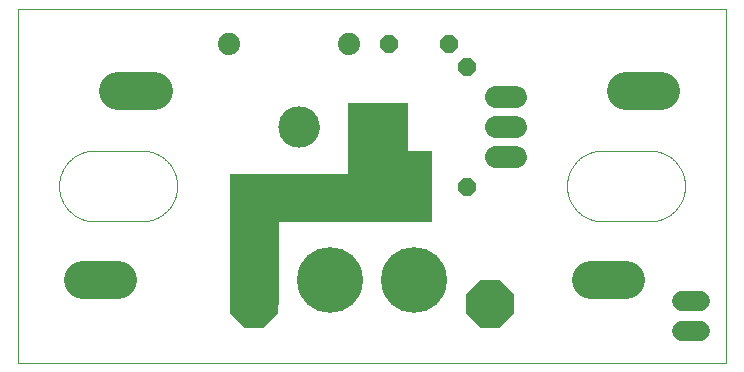
<source format=gts>
G75*
%MOIN*%
%OFA0B0*%
%FSLAX25Y25*%
%IPPOS*%
%LPD*%
%AMOC8*
5,1,8,0,0,1.08239X$1,22.5*
%
%ADD10C,0.00000*%
%ADD11C,0.00001*%
%ADD12C,0.21926*%
%ADD13OC8,0.06000*%
%ADD14C,0.07400*%
%ADD15OC8,0.15800*%
%ADD16C,0.12611*%
%ADD17C,0.07400*%
%ADD18C,0.13800*%
%ADD19C,0.06800*%
D10*
X0003000Y0007759D02*
X0003000Y0125869D01*
X0239220Y0125869D01*
X0239220Y0007759D01*
X0003000Y0007759D01*
X0026622Y0031381D02*
X0034496Y0031381D01*
X0034620Y0031383D01*
X0034743Y0031389D01*
X0034867Y0031398D01*
X0034989Y0031412D01*
X0035112Y0031429D01*
X0035234Y0031451D01*
X0035355Y0031476D01*
X0035475Y0031505D01*
X0035594Y0031537D01*
X0035713Y0031574D01*
X0035830Y0031614D01*
X0035945Y0031657D01*
X0036060Y0031705D01*
X0036172Y0031756D01*
X0036283Y0031810D01*
X0036393Y0031868D01*
X0036500Y0031929D01*
X0036606Y0031994D01*
X0036709Y0032062D01*
X0036810Y0032133D01*
X0036909Y0032207D01*
X0037006Y0032284D01*
X0037100Y0032365D01*
X0037191Y0032448D01*
X0037280Y0032534D01*
X0037366Y0032623D01*
X0037449Y0032714D01*
X0037530Y0032808D01*
X0037607Y0032905D01*
X0037681Y0033004D01*
X0037752Y0033105D01*
X0037820Y0033208D01*
X0037885Y0033314D01*
X0037946Y0033421D01*
X0038004Y0033531D01*
X0038058Y0033642D01*
X0038109Y0033754D01*
X0038157Y0033869D01*
X0038200Y0033984D01*
X0038240Y0034101D01*
X0038277Y0034220D01*
X0038309Y0034339D01*
X0038338Y0034459D01*
X0038363Y0034580D01*
X0038385Y0034702D01*
X0038402Y0034825D01*
X0038416Y0034947D01*
X0038425Y0035071D01*
X0038431Y0035194D01*
X0038433Y0035318D01*
X0038431Y0035442D01*
X0038425Y0035565D01*
X0038416Y0035689D01*
X0038402Y0035811D01*
X0038385Y0035934D01*
X0038363Y0036056D01*
X0038338Y0036177D01*
X0038309Y0036297D01*
X0038277Y0036416D01*
X0038240Y0036535D01*
X0038200Y0036652D01*
X0038157Y0036767D01*
X0038109Y0036882D01*
X0038058Y0036994D01*
X0038004Y0037105D01*
X0037946Y0037215D01*
X0037885Y0037322D01*
X0037820Y0037428D01*
X0037752Y0037531D01*
X0037681Y0037632D01*
X0037607Y0037731D01*
X0037530Y0037828D01*
X0037449Y0037922D01*
X0037366Y0038013D01*
X0037280Y0038102D01*
X0037191Y0038188D01*
X0037100Y0038271D01*
X0037006Y0038352D01*
X0036909Y0038429D01*
X0036810Y0038503D01*
X0036709Y0038574D01*
X0036606Y0038642D01*
X0036500Y0038707D01*
X0036393Y0038768D01*
X0036283Y0038826D01*
X0036172Y0038880D01*
X0036060Y0038931D01*
X0035945Y0038979D01*
X0035830Y0039022D01*
X0035713Y0039062D01*
X0035594Y0039099D01*
X0035475Y0039131D01*
X0035355Y0039160D01*
X0035234Y0039185D01*
X0035112Y0039207D01*
X0034989Y0039224D01*
X0034867Y0039238D01*
X0034743Y0039247D01*
X0034620Y0039253D01*
X0034496Y0039255D01*
X0026622Y0039255D01*
X0026498Y0039253D01*
X0026375Y0039247D01*
X0026251Y0039238D01*
X0026129Y0039224D01*
X0026006Y0039207D01*
X0025884Y0039185D01*
X0025763Y0039160D01*
X0025643Y0039131D01*
X0025524Y0039099D01*
X0025405Y0039062D01*
X0025288Y0039022D01*
X0025173Y0038979D01*
X0025058Y0038931D01*
X0024946Y0038880D01*
X0024835Y0038826D01*
X0024725Y0038768D01*
X0024618Y0038707D01*
X0024512Y0038642D01*
X0024409Y0038574D01*
X0024308Y0038503D01*
X0024209Y0038429D01*
X0024112Y0038352D01*
X0024018Y0038271D01*
X0023927Y0038188D01*
X0023838Y0038102D01*
X0023752Y0038013D01*
X0023669Y0037922D01*
X0023588Y0037828D01*
X0023511Y0037731D01*
X0023437Y0037632D01*
X0023366Y0037531D01*
X0023298Y0037428D01*
X0023233Y0037322D01*
X0023172Y0037215D01*
X0023114Y0037105D01*
X0023060Y0036994D01*
X0023009Y0036882D01*
X0022961Y0036767D01*
X0022918Y0036652D01*
X0022878Y0036535D01*
X0022841Y0036416D01*
X0022809Y0036297D01*
X0022780Y0036177D01*
X0022755Y0036056D01*
X0022733Y0035934D01*
X0022716Y0035811D01*
X0022702Y0035689D01*
X0022693Y0035565D01*
X0022687Y0035442D01*
X0022685Y0035318D01*
X0022687Y0035194D01*
X0022693Y0035071D01*
X0022702Y0034947D01*
X0022716Y0034825D01*
X0022733Y0034702D01*
X0022755Y0034580D01*
X0022780Y0034459D01*
X0022809Y0034339D01*
X0022841Y0034220D01*
X0022878Y0034101D01*
X0022918Y0033984D01*
X0022961Y0033869D01*
X0023009Y0033754D01*
X0023060Y0033642D01*
X0023114Y0033531D01*
X0023172Y0033421D01*
X0023233Y0033314D01*
X0023298Y0033208D01*
X0023366Y0033105D01*
X0023437Y0033004D01*
X0023511Y0032905D01*
X0023588Y0032808D01*
X0023669Y0032714D01*
X0023752Y0032623D01*
X0023838Y0032534D01*
X0023927Y0032448D01*
X0024018Y0032365D01*
X0024112Y0032284D01*
X0024209Y0032207D01*
X0024308Y0032133D01*
X0024409Y0032062D01*
X0024512Y0031994D01*
X0024618Y0031929D01*
X0024725Y0031868D01*
X0024835Y0031810D01*
X0024946Y0031756D01*
X0025058Y0031705D01*
X0025173Y0031657D01*
X0025288Y0031614D01*
X0025405Y0031574D01*
X0025524Y0031537D01*
X0025643Y0031505D01*
X0025763Y0031476D01*
X0025884Y0031451D01*
X0026006Y0031429D01*
X0026129Y0031412D01*
X0026251Y0031398D01*
X0026375Y0031389D01*
X0026498Y0031383D01*
X0026622Y0031381D01*
X0028591Y0055003D02*
X0044339Y0055003D01*
X0044627Y0055007D01*
X0044914Y0055017D01*
X0045201Y0055035D01*
X0045488Y0055059D01*
X0045774Y0055090D01*
X0046059Y0055129D01*
X0046343Y0055174D01*
X0046626Y0055226D01*
X0046907Y0055286D01*
X0047187Y0055352D01*
X0047465Y0055424D01*
X0047742Y0055504D01*
X0048016Y0055590D01*
X0048288Y0055683D01*
X0048558Y0055782D01*
X0048826Y0055888D01*
X0049090Y0056001D01*
X0049352Y0056120D01*
X0049611Y0056245D01*
X0049867Y0056377D01*
X0050120Y0056514D01*
X0050369Y0056658D01*
X0050614Y0056808D01*
X0050856Y0056964D01*
X0051094Y0057125D01*
X0051328Y0057293D01*
X0051558Y0057466D01*
X0051783Y0057644D01*
X0052004Y0057828D01*
X0052221Y0058017D01*
X0052433Y0058212D01*
X0052640Y0058412D01*
X0052842Y0058616D01*
X0053039Y0058826D01*
X0053231Y0059040D01*
X0053417Y0059259D01*
X0053599Y0059482D01*
X0053775Y0059710D01*
X0053945Y0059942D01*
X0054109Y0060178D01*
X0054268Y0060417D01*
X0054421Y0060661D01*
X0054568Y0060909D01*
X0054708Y0061159D01*
X0054843Y0061414D01*
X0054971Y0061671D01*
X0055093Y0061931D01*
X0055209Y0062195D01*
X0055318Y0062461D01*
X0055421Y0062729D01*
X0055517Y0063000D01*
X0055607Y0063274D01*
X0055690Y0063549D01*
X0055766Y0063827D01*
X0055835Y0064106D01*
X0055898Y0064386D01*
X0055954Y0064669D01*
X0056002Y0064952D01*
X0056044Y0065237D01*
X0056079Y0065522D01*
X0056107Y0065808D01*
X0056128Y0066095D01*
X0056142Y0066383D01*
X0056149Y0066670D01*
X0056149Y0066958D01*
X0056142Y0067245D01*
X0056128Y0067533D01*
X0056107Y0067820D01*
X0056079Y0068106D01*
X0056044Y0068391D01*
X0056002Y0068676D01*
X0055954Y0068959D01*
X0055898Y0069242D01*
X0055835Y0069522D01*
X0055766Y0069801D01*
X0055690Y0070079D01*
X0055607Y0070354D01*
X0055517Y0070628D01*
X0055421Y0070899D01*
X0055318Y0071167D01*
X0055209Y0071433D01*
X0055093Y0071697D01*
X0054971Y0071957D01*
X0054843Y0072214D01*
X0054708Y0072469D01*
X0054568Y0072720D01*
X0054421Y0072967D01*
X0054268Y0073211D01*
X0054109Y0073450D01*
X0053945Y0073686D01*
X0053775Y0073918D01*
X0053599Y0074146D01*
X0053417Y0074369D01*
X0053231Y0074588D01*
X0053039Y0074802D01*
X0052842Y0075012D01*
X0052640Y0075216D01*
X0052433Y0075416D01*
X0052221Y0075611D01*
X0052004Y0075800D01*
X0051783Y0075984D01*
X0051558Y0076162D01*
X0051328Y0076335D01*
X0051094Y0076503D01*
X0050856Y0076664D01*
X0050614Y0076820D01*
X0050369Y0076970D01*
X0050120Y0077114D01*
X0049867Y0077251D01*
X0049611Y0077383D01*
X0049352Y0077508D01*
X0049090Y0077627D01*
X0048826Y0077740D01*
X0048558Y0077846D01*
X0048288Y0077945D01*
X0048016Y0078038D01*
X0047742Y0078124D01*
X0047465Y0078204D01*
X0047187Y0078276D01*
X0046907Y0078342D01*
X0046626Y0078402D01*
X0046343Y0078454D01*
X0046059Y0078499D01*
X0045774Y0078538D01*
X0045488Y0078569D01*
X0045201Y0078593D01*
X0044914Y0078611D01*
X0044627Y0078621D01*
X0044339Y0078625D01*
X0028591Y0078625D01*
X0028303Y0078621D01*
X0028016Y0078611D01*
X0027729Y0078593D01*
X0027442Y0078569D01*
X0027156Y0078538D01*
X0026871Y0078499D01*
X0026587Y0078454D01*
X0026304Y0078402D01*
X0026023Y0078342D01*
X0025743Y0078276D01*
X0025465Y0078204D01*
X0025188Y0078124D01*
X0024914Y0078038D01*
X0024642Y0077945D01*
X0024372Y0077846D01*
X0024104Y0077740D01*
X0023840Y0077627D01*
X0023578Y0077508D01*
X0023319Y0077383D01*
X0023063Y0077251D01*
X0022810Y0077114D01*
X0022561Y0076970D01*
X0022316Y0076820D01*
X0022074Y0076664D01*
X0021836Y0076503D01*
X0021602Y0076335D01*
X0021372Y0076162D01*
X0021147Y0075984D01*
X0020926Y0075800D01*
X0020709Y0075611D01*
X0020497Y0075416D01*
X0020290Y0075216D01*
X0020088Y0075012D01*
X0019891Y0074802D01*
X0019699Y0074588D01*
X0019513Y0074369D01*
X0019331Y0074146D01*
X0019155Y0073918D01*
X0018985Y0073686D01*
X0018821Y0073450D01*
X0018662Y0073211D01*
X0018509Y0072967D01*
X0018362Y0072719D01*
X0018222Y0072469D01*
X0018087Y0072214D01*
X0017959Y0071957D01*
X0017837Y0071697D01*
X0017721Y0071433D01*
X0017612Y0071167D01*
X0017509Y0070899D01*
X0017413Y0070628D01*
X0017323Y0070354D01*
X0017240Y0070079D01*
X0017164Y0069801D01*
X0017095Y0069522D01*
X0017032Y0069242D01*
X0016976Y0068959D01*
X0016928Y0068676D01*
X0016886Y0068391D01*
X0016851Y0068106D01*
X0016823Y0067820D01*
X0016802Y0067533D01*
X0016788Y0067245D01*
X0016781Y0066958D01*
X0016781Y0066670D01*
X0016788Y0066383D01*
X0016802Y0066095D01*
X0016823Y0065808D01*
X0016851Y0065522D01*
X0016886Y0065237D01*
X0016928Y0064952D01*
X0016976Y0064669D01*
X0017032Y0064386D01*
X0017095Y0064106D01*
X0017164Y0063827D01*
X0017240Y0063549D01*
X0017323Y0063274D01*
X0017413Y0063000D01*
X0017509Y0062729D01*
X0017612Y0062461D01*
X0017721Y0062195D01*
X0017837Y0061931D01*
X0017959Y0061671D01*
X0018087Y0061414D01*
X0018222Y0061159D01*
X0018362Y0060908D01*
X0018509Y0060661D01*
X0018662Y0060417D01*
X0018821Y0060178D01*
X0018985Y0059942D01*
X0019155Y0059710D01*
X0019331Y0059482D01*
X0019513Y0059259D01*
X0019699Y0059040D01*
X0019891Y0058826D01*
X0020088Y0058616D01*
X0020290Y0058412D01*
X0020497Y0058212D01*
X0020709Y0058017D01*
X0020926Y0057828D01*
X0021147Y0057644D01*
X0021372Y0057466D01*
X0021602Y0057293D01*
X0021836Y0057125D01*
X0022074Y0056964D01*
X0022316Y0056808D01*
X0022561Y0056658D01*
X0022810Y0056514D01*
X0023063Y0056377D01*
X0023319Y0056245D01*
X0023578Y0056120D01*
X0023840Y0056001D01*
X0024104Y0055888D01*
X0024372Y0055782D01*
X0024642Y0055683D01*
X0024914Y0055590D01*
X0025188Y0055504D01*
X0025465Y0055424D01*
X0025743Y0055352D01*
X0026023Y0055286D01*
X0026304Y0055226D01*
X0026587Y0055174D01*
X0026871Y0055129D01*
X0027156Y0055090D01*
X0027442Y0055059D01*
X0027729Y0055035D01*
X0028016Y0055017D01*
X0028303Y0055007D01*
X0028591Y0055003D01*
X0073866Y0070751D02*
X0073866Y0027444D01*
X0089614Y0027444D01*
X0089614Y0055003D01*
X0140795Y0055003D01*
X0140795Y0078625D01*
X0132921Y0078625D01*
X0132921Y0094373D01*
X0113236Y0094373D01*
X0113236Y0070751D01*
X0073866Y0070751D01*
X0090295Y0086499D02*
X0090297Y0086660D01*
X0090303Y0086820D01*
X0090313Y0086981D01*
X0090327Y0087141D01*
X0090345Y0087301D01*
X0090366Y0087460D01*
X0090392Y0087619D01*
X0090422Y0087777D01*
X0090455Y0087934D01*
X0090493Y0088091D01*
X0090534Y0088246D01*
X0090579Y0088400D01*
X0090628Y0088553D01*
X0090681Y0088705D01*
X0090737Y0088856D01*
X0090798Y0089005D01*
X0090861Y0089153D01*
X0090929Y0089299D01*
X0091000Y0089443D01*
X0091074Y0089585D01*
X0091152Y0089726D01*
X0091234Y0089864D01*
X0091319Y0090001D01*
X0091407Y0090135D01*
X0091499Y0090267D01*
X0091594Y0090397D01*
X0091692Y0090525D01*
X0091793Y0090650D01*
X0091897Y0090772D01*
X0092004Y0090892D01*
X0092114Y0091009D01*
X0092227Y0091124D01*
X0092343Y0091235D01*
X0092462Y0091344D01*
X0092583Y0091449D01*
X0092707Y0091552D01*
X0092833Y0091652D01*
X0092961Y0091748D01*
X0093092Y0091841D01*
X0093226Y0091931D01*
X0093361Y0092018D01*
X0093499Y0092101D01*
X0093638Y0092181D01*
X0093780Y0092257D01*
X0093923Y0092330D01*
X0094068Y0092399D01*
X0094215Y0092465D01*
X0094363Y0092527D01*
X0094513Y0092585D01*
X0094664Y0092640D01*
X0094817Y0092691D01*
X0094971Y0092738D01*
X0095126Y0092781D01*
X0095282Y0092820D01*
X0095438Y0092856D01*
X0095596Y0092887D01*
X0095754Y0092915D01*
X0095913Y0092939D01*
X0096073Y0092959D01*
X0096233Y0092975D01*
X0096393Y0092987D01*
X0096554Y0092995D01*
X0096715Y0092999D01*
X0096875Y0092999D01*
X0097036Y0092995D01*
X0097197Y0092987D01*
X0097357Y0092975D01*
X0097517Y0092959D01*
X0097677Y0092939D01*
X0097836Y0092915D01*
X0097994Y0092887D01*
X0098152Y0092856D01*
X0098308Y0092820D01*
X0098464Y0092781D01*
X0098619Y0092738D01*
X0098773Y0092691D01*
X0098926Y0092640D01*
X0099077Y0092585D01*
X0099227Y0092527D01*
X0099375Y0092465D01*
X0099522Y0092399D01*
X0099667Y0092330D01*
X0099810Y0092257D01*
X0099952Y0092181D01*
X0100091Y0092101D01*
X0100229Y0092018D01*
X0100364Y0091931D01*
X0100498Y0091841D01*
X0100629Y0091748D01*
X0100757Y0091652D01*
X0100883Y0091552D01*
X0101007Y0091449D01*
X0101128Y0091344D01*
X0101247Y0091235D01*
X0101363Y0091124D01*
X0101476Y0091009D01*
X0101586Y0090892D01*
X0101693Y0090772D01*
X0101797Y0090650D01*
X0101898Y0090525D01*
X0101996Y0090397D01*
X0102091Y0090267D01*
X0102183Y0090135D01*
X0102271Y0090001D01*
X0102356Y0089864D01*
X0102438Y0089726D01*
X0102516Y0089585D01*
X0102590Y0089443D01*
X0102661Y0089299D01*
X0102729Y0089153D01*
X0102792Y0089005D01*
X0102853Y0088856D01*
X0102909Y0088705D01*
X0102962Y0088553D01*
X0103011Y0088400D01*
X0103056Y0088246D01*
X0103097Y0088091D01*
X0103135Y0087934D01*
X0103168Y0087777D01*
X0103198Y0087619D01*
X0103224Y0087460D01*
X0103245Y0087301D01*
X0103263Y0087141D01*
X0103277Y0086981D01*
X0103287Y0086820D01*
X0103293Y0086660D01*
X0103295Y0086499D01*
X0103293Y0086338D01*
X0103287Y0086178D01*
X0103277Y0086017D01*
X0103263Y0085857D01*
X0103245Y0085697D01*
X0103224Y0085538D01*
X0103198Y0085379D01*
X0103168Y0085221D01*
X0103135Y0085064D01*
X0103097Y0084907D01*
X0103056Y0084752D01*
X0103011Y0084598D01*
X0102962Y0084445D01*
X0102909Y0084293D01*
X0102853Y0084142D01*
X0102792Y0083993D01*
X0102729Y0083845D01*
X0102661Y0083699D01*
X0102590Y0083555D01*
X0102516Y0083413D01*
X0102438Y0083272D01*
X0102356Y0083134D01*
X0102271Y0082997D01*
X0102183Y0082863D01*
X0102091Y0082731D01*
X0101996Y0082601D01*
X0101898Y0082473D01*
X0101797Y0082348D01*
X0101693Y0082226D01*
X0101586Y0082106D01*
X0101476Y0081989D01*
X0101363Y0081874D01*
X0101247Y0081763D01*
X0101128Y0081654D01*
X0101007Y0081549D01*
X0100883Y0081446D01*
X0100757Y0081346D01*
X0100629Y0081250D01*
X0100498Y0081157D01*
X0100364Y0081067D01*
X0100229Y0080980D01*
X0100091Y0080897D01*
X0099952Y0080817D01*
X0099810Y0080741D01*
X0099667Y0080668D01*
X0099522Y0080599D01*
X0099375Y0080533D01*
X0099227Y0080471D01*
X0099077Y0080413D01*
X0098926Y0080358D01*
X0098773Y0080307D01*
X0098619Y0080260D01*
X0098464Y0080217D01*
X0098308Y0080178D01*
X0098152Y0080142D01*
X0097994Y0080111D01*
X0097836Y0080083D01*
X0097677Y0080059D01*
X0097517Y0080039D01*
X0097357Y0080023D01*
X0097197Y0080011D01*
X0097036Y0080003D01*
X0096875Y0079999D01*
X0096715Y0079999D01*
X0096554Y0080003D01*
X0096393Y0080011D01*
X0096233Y0080023D01*
X0096073Y0080039D01*
X0095913Y0080059D01*
X0095754Y0080083D01*
X0095596Y0080111D01*
X0095438Y0080142D01*
X0095282Y0080178D01*
X0095126Y0080217D01*
X0094971Y0080260D01*
X0094817Y0080307D01*
X0094664Y0080358D01*
X0094513Y0080413D01*
X0094363Y0080471D01*
X0094215Y0080533D01*
X0094068Y0080599D01*
X0093923Y0080668D01*
X0093780Y0080741D01*
X0093638Y0080817D01*
X0093499Y0080897D01*
X0093361Y0080980D01*
X0093226Y0081067D01*
X0093092Y0081157D01*
X0092961Y0081250D01*
X0092833Y0081346D01*
X0092707Y0081446D01*
X0092583Y0081549D01*
X0092462Y0081654D01*
X0092343Y0081763D01*
X0092227Y0081874D01*
X0092114Y0081989D01*
X0092004Y0082106D01*
X0091897Y0082226D01*
X0091793Y0082348D01*
X0091692Y0082473D01*
X0091594Y0082601D01*
X0091499Y0082731D01*
X0091407Y0082863D01*
X0091319Y0082997D01*
X0091234Y0083134D01*
X0091152Y0083272D01*
X0091074Y0083413D01*
X0091000Y0083555D01*
X0090929Y0083699D01*
X0090861Y0083845D01*
X0090798Y0083993D01*
X0090737Y0084142D01*
X0090681Y0084293D01*
X0090628Y0084445D01*
X0090579Y0084598D01*
X0090534Y0084752D01*
X0090493Y0084907D01*
X0090455Y0085064D01*
X0090422Y0085221D01*
X0090392Y0085379D01*
X0090366Y0085538D01*
X0090345Y0085697D01*
X0090327Y0085857D01*
X0090313Y0086017D01*
X0090303Y0086178D01*
X0090297Y0086338D01*
X0090295Y0086499D01*
X0046307Y0094373D02*
X0038433Y0094373D01*
X0038309Y0094375D01*
X0038186Y0094381D01*
X0038062Y0094390D01*
X0037940Y0094404D01*
X0037817Y0094421D01*
X0037695Y0094443D01*
X0037574Y0094468D01*
X0037454Y0094497D01*
X0037335Y0094529D01*
X0037216Y0094566D01*
X0037099Y0094606D01*
X0036984Y0094649D01*
X0036869Y0094697D01*
X0036757Y0094748D01*
X0036646Y0094802D01*
X0036536Y0094860D01*
X0036429Y0094921D01*
X0036323Y0094986D01*
X0036220Y0095054D01*
X0036119Y0095125D01*
X0036020Y0095199D01*
X0035923Y0095276D01*
X0035829Y0095357D01*
X0035738Y0095440D01*
X0035649Y0095526D01*
X0035563Y0095615D01*
X0035480Y0095706D01*
X0035399Y0095800D01*
X0035322Y0095897D01*
X0035248Y0095996D01*
X0035177Y0096097D01*
X0035109Y0096200D01*
X0035044Y0096306D01*
X0034983Y0096413D01*
X0034925Y0096523D01*
X0034871Y0096634D01*
X0034820Y0096746D01*
X0034772Y0096861D01*
X0034729Y0096976D01*
X0034689Y0097093D01*
X0034652Y0097212D01*
X0034620Y0097331D01*
X0034591Y0097451D01*
X0034566Y0097572D01*
X0034544Y0097694D01*
X0034527Y0097817D01*
X0034513Y0097939D01*
X0034504Y0098063D01*
X0034498Y0098186D01*
X0034496Y0098310D01*
X0034498Y0098434D01*
X0034504Y0098557D01*
X0034513Y0098681D01*
X0034527Y0098803D01*
X0034544Y0098926D01*
X0034566Y0099048D01*
X0034591Y0099169D01*
X0034620Y0099289D01*
X0034652Y0099408D01*
X0034689Y0099527D01*
X0034729Y0099644D01*
X0034772Y0099759D01*
X0034820Y0099874D01*
X0034871Y0099986D01*
X0034925Y0100097D01*
X0034983Y0100207D01*
X0035044Y0100314D01*
X0035109Y0100420D01*
X0035177Y0100523D01*
X0035248Y0100624D01*
X0035322Y0100723D01*
X0035399Y0100820D01*
X0035480Y0100914D01*
X0035563Y0101005D01*
X0035649Y0101094D01*
X0035738Y0101180D01*
X0035829Y0101263D01*
X0035923Y0101344D01*
X0036020Y0101421D01*
X0036119Y0101495D01*
X0036220Y0101566D01*
X0036323Y0101634D01*
X0036429Y0101699D01*
X0036536Y0101760D01*
X0036646Y0101818D01*
X0036757Y0101872D01*
X0036869Y0101923D01*
X0036984Y0101971D01*
X0037099Y0102014D01*
X0037216Y0102054D01*
X0037335Y0102091D01*
X0037454Y0102123D01*
X0037574Y0102152D01*
X0037695Y0102177D01*
X0037817Y0102199D01*
X0037940Y0102216D01*
X0038062Y0102230D01*
X0038186Y0102239D01*
X0038309Y0102245D01*
X0038433Y0102247D01*
X0046307Y0102247D01*
X0046431Y0102245D01*
X0046554Y0102239D01*
X0046678Y0102230D01*
X0046800Y0102216D01*
X0046923Y0102199D01*
X0047045Y0102177D01*
X0047166Y0102152D01*
X0047286Y0102123D01*
X0047405Y0102091D01*
X0047524Y0102054D01*
X0047641Y0102014D01*
X0047756Y0101971D01*
X0047871Y0101923D01*
X0047983Y0101872D01*
X0048094Y0101818D01*
X0048204Y0101760D01*
X0048311Y0101699D01*
X0048417Y0101634D01*
X0048520Y0101566D01*
X0048621Y0101495D01*
X0048720Y0101421D01*
X0048817Y0101344D01*
X0048911Y0101263D01*
X0049002Y0101180D01*
X0049091Y0101094D01*
X0049177Y0101005D01*
X0049260Y0100914D01*
X0049341Y0100820D01*
X0049418Y0100723D01*
X0049492Y0100624D01*
X0049563Y0100523D01*
X0049631Y0100420D01*
X0049696Y0100314D01*
X0049757Y0100207D01*
X0049815Y0100097D01*
X0049869Y0099986D01*
X0049920Y0099874D01*
X0049968Y0099759D01*
X0050011Y0099644D01*
X0050051Y0099527D01*
X0050088Y0099408D01*
X0050120Y0099289D01*
X0050149Y0099169D01*
X0050174Y0099048D01*
X0050196Y0098926D01*
X0050213Y0098803D01*
X0050227Y0098681D01*
X0050236Y0098557D01*
X0050242Y0098434D01*
X0050244Y0098310D01*
X0050242Y0098186D01*
X0050236Y0098063D01*
X0050227Y0097939D01*
X0050213Y0097817D01*
X0050196Y0097694D01*
X0050174Y0097572D01*
X0050149Y0097451D01*
X0050120Y0097331D01*
X0050088Y0097212D01*
X0050051Y0097093D01*
X0050011Y0096976D01*
X0049968Y0096861D01*
X0049920Y0096746D01*
X0049869Y0096634D01*
X0049815Y0096523D01*
X0049757Y0096413D01*
X0049696Y0096306D01*
X0049631Y0096200D01*
X0049563Y0096097D01*
X0049492Y0095996D01*
X0049418Y0095897D01*
X0049341Y0095800D01*
X0049260Y0095706D01*
X0049177Y0095615D01*
X0049091Y0095526D01*
X0049002Y0095440D01*
X0048911Y0095357D01*
X0048817Y0095276D01*
X0048720Y0095199D01*
X0048621Y0095125D01*
X0048520Y0095054D01*
X0048417Y0094986D01*
X0048311Y0094921D01*
X0048204Y0094860D01*
X0048094Y0094802D01*
X0047983Y0094748D01*
X0047871Y0094697D01*
X0047756Y0094649D01*
X0047641Y0094606D01*
X0047524Y0094566D01*
X0047405Y0094529D01*
X0047286Y0094497D01*
X0047166Y0094468D01*
X0047045Y0094443D01*
X0046923Y0094421D01*
X0046800Y0094404D01*
X0046678Y0094390D01*
X0046554Y0094381D01*
X0046431Y0094375D01*
X0046307Y0094373D01*
X0195913Y0039255D02*
X0203787Y0039255D01*
X0203911Y0039253D01*
X0204034Y0039247D01*
X0204158Y0039238D01*
X0204280Y0039224D01*
X0204403Y0039207D01*
X0204525Y0039185D01*
X0204646Y0039160D01*
X0204766Y0039131D01*
X0204885Y0039099D01*
X0205004Y0039062D01*
X0205121Y0039022D01*
X0205236Y0038979D01*
X0205351Y0038931D01*
X0205463Y0038880D01*
X0205574Y0038826D01*
X0205684Y0038768D01*
X0205791Y0038707D01*
X0205897Y0038642D01*
X0206000Y0038574D01*
X0206101Y0038503D01*
X0206200Y0038429D01*
X0206297Y0038352D01*
X0206391Y0038271D01*
X0206482Y0038188D01*
X0206571Y0038102D01*
X0206657Y0038013D01*
X0206740Y0037922D01*
X0206821Y0037828D01*
X0206898Y0037731D01*
X0206972Y0037632D01*
X0207043Y0037531D01*
X0207111Y0037428D01*
X0207176Y0037322D01*
X0207237Y0037215D01*
X0207295Y0037105D01*
X0207349Y0036994D01*
X0207400Y0036882D01*
X0207448Y0036767D01*
X0207491Y0036652D01*
X0207531Y0036535D01*
X0207568Y0036416D01*
X0207600Y0036297D01*
X0207629Y0036177D01*
X0207654Y0036056D01*
X0207676Y0035934D01*
X0207693Y0035811D01*
X0207707Y0035689D01*
X0207716Y0035565D01*
X0207722Y0035442D01*
X0207724Y0035318D01*
X0207722Y0035194D01*
X0207716Y0035071D01*
X0207707Y0034947D01*
X0207693Y0034825D01*
X0207676Y0034702D01*
X0207654Y0034580D01*
X0207629Y0034459D01*
X0207600Y0034339D01*
X0207568Y0034220D01*
X0207531Y0034101D01*
X0207491Y0033984D01*
X0207448Y0033869D01*
X0207400Y0033754D01*
X0207349Y0033642D01*
X0207295Y0033531D01*
X0207237Y0033421D01*
X0207176Y0033314D01*
X0207111Y0033208D01*
X0207043Y0033105D01*
X0206972Y0033004D01*
X0206898Y0032905D01*
X0206821Y0032808D01*
X0206740Y0032714D01*
X0206657Y0032623D01*
X0206571Y0032534D01*
X0206482Y0032448D01*
X0206391Y0032365D01*
X0206297Y0032284D01*
X0206200Y0032207D01*
X0206101Y0032133D01*
X0206000Y0032062D01*
X0205897Y0031994D01*
X0205791Y0031929D01*
X0205684Y0031868D01*
X0205574Y0031810D01*
X0205463Y0031756D01*
X0205351Y0031705D01*
X0205236Y0031657D01*
X0205121Y0031614D01*
X0205004Y0031574D01*
X0204885Y0031537D01*
X0204766Y0031505D01*
X0204646Y0031476D01*
X0204525Y0031451D01*
X0204403Y0031429D01*
X0204280Y0031412D01*
X0204158Y0031398D01*
X0204034Y0031389D01*
X0203911Y0031383D01*
X0203787Y0031381D01*
X0195913Y0031381D01*
X0195789Y0031383D01*
X0195666Y0031389D01*
X0195542Y0031398D01*
X0195420Y0031412D01*
X0195297Y0031429D01*
X0195175Y0031451D01*
X0195054Y0031476D01*
X0194934Y0031505D01*
X0194815Y0031537D01*
X0194696Y0031574D01*
X0194579Y0031614D01*
X0194464Y0031657D01*
X0194349Y0031705D01*
X0194237Y0031756D01*
X0194126Y0031810D01*
X0194016Y0031868D01*
X0193909Y0031929D01*
X0193803Y0031994D01*
X0193700Y0032062D01*
X0193599Y0032133D01*
X0193500Y0032207D01*
X0193403Y0032284D01*
X0193309Y0032365D01*
X0193218Y0032448D01*
X0193129Y0032534D01*
X0193043Y0032623D01*
X0192960Y0032714D01*
X0192879Y0032808D01*
X0192802Y0032905D01*
X0192728Y0033004D01*
X0192657Y0033105D01*
X0192589Y0033208D01*
X0192524Y0033314D01*
X0192463Y0033421D01*
X0192405Y0033531D01*
X0192351Y0033642D01*
X0192300Y0033754D01*
X0192252Y0033869D01*
X0192209Y0033984D01*
X0192169Y0034101D01*
X0192132Y0034220D01*
X0192100Y0034339D01*
X0192071Y0034459D01*
X0192046Y0034580D01*
X0192024Y0034702D01*
X0192007Y0034825D01*
X0191993Y0034947D01*
X0191984Y0035071D01*
X0191978Y0035194D01*
X0191976Y0035318D01*
X0191978Y0035442D01*
X0191984Y0035565D01*
X0191993Y0035689D01*
X0192007Y0035811D01*
X0192024Y0035934D01*
X0192046Y0036056D01*
X0192071Y0036177D01*
X0192100Y0036297D01*
X0192132Y0036416D01*
X0192169Y0036535D01*
X0192209Y0036652D01*
X0192252Y0036767D01*
X0192300Y0036882D01*
X0192351Y0036994D01*
X0192405Y0037105D01*
X0192463Y0037215D01*
X0192524Y0037322D01*
X0192589Y0037428D01*
X0192657Y0037531D01*
X0192728Y0037632D01*
X0192802Y0037731D01*
X0192879Y0037828D01*
X0192960Y0037922D01*
X0193043Y0038013D01*
X0193129Y0038102D01*
X0193218Y0038188D01*
X0193309Y0038271D01*
X0193403Y0038352D01*
X0193500Y0038429D01*
X0193599Y0038503D01*
X0193700Y0038574D01*
X0193803Y0038642D01*
X0193909Y0038707D01*
X0194016Y0038768D01*
X0194126Y0038826D01*
X0194237Y0038880D01*
X0194349Y0038931D01*
X0194464Y0038979D01*
X0194579Y0039022D01*
X0194696Y0039062D01*
X0194815Y0039099D01*
X0194934Y0039131D01*
X0195054Y0039160D01*
X0195175Y0039185D01*
X0195297Y0039207D01*
X0195420Y0039224D01*
X0195542Y0039238D01*
X0195666Y0039247D01*
X0195789Y0039253D01*
X0195913Y0039255D01*
X0197882Y0055003D02*
X0213630Y0055003D01*
X0213918Y0055007D01*
X0214205Y0055017D01*
X0214492Y0055035D01*
X0214779Y0055059D01*
X0215065Y0055090D01*
X0215350Y0055129D01*
X0215634Y0055174D01*
X0215917Y0055226D01*
X0216198Y0055286D01*
X0216478Y0055352D01*
X0216756Y0055424D01*
X0217033Y0055504D01*
X0217307Y0055590D01*
X0217579Y0055683D01*
X0217849Y0055782D01*
X0218117Y0055888D01*
X0218381Y0056001D01*
X0218643Y0056120D01*
X0218902Y0056245D01*
X0219158Y0056377D01*
X0219411Y0056514D01*
X0219660Y0056658D01*
X0219905Y0056808D01*
X0220147Y0056964D01*
X0220385Y0057125D01*
X0220619Y0057293D01*
X0220849Y0057466D01*
X0221074Y0057644D01*
X0221295Y0057828D01*
X0221512Y0058017D01*
X0221724Y0058212D01*
X0221931Y0058412D01*
X0222133Y0058616D01*
X0222330Y0058826D01*
X0222522Y0059040D01*
X0222708Y0059259D01*
X0222890Y0059482D01*
X0223066Y0059710D01*
X0223236Y0059942D01*
X0223400Y0060178D01*
X0223559Y0060417D01*
X0223712Y0060661D01*
X0223859Y0060909D01*
X0223999Y0061159D01*
X0224134Y0061414D01*
X0224262Y0061671D01*
X0224384Y0061931D01*
X0224500Y0062195D01*
X0224609Y0062461D01*
X0224712Y0062729D01*
X0224808Y0063000D01*
X0224898Y0063274D01*
X0224981Y0063549D01*
X0225057Y0063827D01*
X0225126Y0064106D01*
X0225189Y0064386D01*
X0225245Y0064669D01*
X0225293Y0064952D01*
X0225335Y0065237D01*
X0225370Y0065522D01*
X0225398Y0065808D01*
X0225419Y0066095D01*
X0225433Y0066383D01*
X0225440Y0066670D01*
X0225440Y0066958D01*
X0225433Y0067245D01*
X0225419Y0067533D01*
X0225398Y0067820D01*
X0225370Y0068106D01*
X0225335Y0068391D01*
X0225293Y0068676D01*
X0225245Y0068959D01*
X0225189Y0069242D01*
X0225126Y0069522D01*
X0225057Y0069801D01*
X0224981Y0070079D01*
X0224898Y0070354D01*
X0224808Y0070628D01*
X0224712Y0070899D01*
X0224609Y0071167D01*
X0224500Y0071433D01*
X0224384Y0071697D01*
X0224262Y0071957D01*
X0224134Y0072214D01*
X0223999Y0072469D01*
X0223859Y0072720D01*
X0223712Y0072967D01*
X0223559Y0073211D01*
X0223400Y0073450D01*
X0223236Y0073686D01*
X0223066Y0073918D01*
X0222890Y0074146D01*
X0222708Y0074369D01*
X0222522Y0074588D01*
X0222330Y0074802D01*
X0222133Y0075012D01*
X0221931Y0075216D01*
X0221724Y0075416D01*
X0221512Y0075611D01*
X0221295Y0075800D01*
X0221074Y0075984D01*
X0220849Y0076162D01*
X0220619Y0076335D01*
X0220385Y0076503D01*
X0220147Y0076664D01*
X0219905Y0076820D01*
X0219660Y0076970D01*
X0219411Y0077114D01*
X0219158Y0077251D01*
X0218902Y0077383D01*
X0218643Y0077508D01*
X0218381Y0077627D01*
X0218117Y0077740D01*
X0217849Y0077846D01*
X0217579Y0077945D01*
X0217307Y0078038D01*
X0217033Y0078124D01*
X0216756Y0078204D01*
X0216478Y0078276D01*
X0216198Y0078342D01*
X0215917Y0078402D01*
X0215634Y0078454D01*
X0215350Y0078499D01*
X0215065Y0078538D01*
X0214779Y0078569D01*
X0214492Y0078593D01*
X0214205Y0078611D01*
X0213918Y0078621D01*
X0213630Y0078625D01*
X0197882Y0078625D01*
X0197594Y0078621D01*
X0197307Y0078611D01*
X0197020Y0078593D01*
X0196733Y0078569D01*
X0196447Y0078538D01*
X0196162Y0078499D01*
X0195878Y0078454D01*
X0195595Y0078402D01*
X0195314Y0078342D01*
X0195034Y0078276D01*
X0194756Y0078204D01*
X0194479Y0078124D01*
X0194205Y0078038D01*
X0193933Y0077945D01*
X0193663Y0077846D01*
X0193395Y0077740D01*
X0193131Y0077627D01*
X0192869Y0077508D01*
X0192610Y0077383D01*
X0192354Y0077251D01*
X0192101Y0077114D01*
X0191852Y0076970D01*
X0191607Y0076820D01*
X0191365Y0076664D01*
X0191127Y0076503D01*
X0190893Y0076335D01*
X0190663Y0076162D01*
X0190438Y0075984D01*
X0190217Y0075800D01*
X0190000Y0075611D01*
X0189788Y0075416D01*
X0189581Y0075216D01*
X0189379Y0075012D01*
X0189182Y0074802D01*
X0188990Y0074588D01*
X0188804Y0074369D01*
X0188622Y0074146D01*
X0188446Y0073918D01*
X0188276Y0073686D01*
X0188112Y0073450D01*
X0187953Y0073211D01*
X0187800Y0072967D01*
X0187653Y0072719D01*
X0187513Y0072469D01*
X0187378Y0072214D01*
X0187250Y0071957D01*
X0187128Y0071697D01*
X0187012Y0071433D01*
X0186903Y0071167D01*
X0186800Y0070899D01*
X0186704Y0070628D01*
X0186614Y0070354D01*
X0186531Y0070079D01*
X0186455Y0069801D01*
X0186386Y0069522D01*
X0186323Y0069242D01*
X0186267Y0068959D01*
X0186219Y0068676D01*
X0186177Y0068391D01*
X0186142Y0068106D01*
X0186114Y0067820D01*
X0186093Y0067533D01*
X0186079Y0067245D01*
X0186072Y0066958D01*
X0186072Y0066670D01*
X0186079Y0066383D01*
X0186093Y0066095D01*
X0186114Y0065808D01*
X0186142Y0065522D01*
X0186177Y0065237D01*
X0186219Y0064952D01*
X0186267Y0064669D01*
X0186323Y0064386D01*
X0186386Y0064106D01*
X0186455Y0063827D01*
X0186531Y0063549D01*
X0186614Y0063274D01*
X0186704Y0063000D01*
X0186800Y0062729D01*
X0186903Y0062461D01*
X0187012Y0062195D01*
X0187128Y0061931D01*
X0187250Y0061671D01*
X0187378Y0061414D01*
X0187513Y0061159D01*
X0187653Y0060908D01*
X0187800Y0060661D01*
X0187953Y0060417D01*
X0188112Y0060178D01*
X0188276Y0059942D01*
X0188446Y0059710D01*
X0188622Y0059482D01*
X0188804Y0059259D01*
X0188990Y0059040D01*
X0189182Y0058826D01*
X0189379Y0058616D01*
X0189581Y0058412D01*
X0189788Y0058212D01*
X0190000Y0058017D01*
X0190217Y0057828D01*
X0190438Y0057644D01*
X0190663Y0057466D01*
X0190893Y0057293D01*
X0191127Y0057125D01*
X0191365Y0056964D01*
X0191607Y0056808D01*
X0191852Y0056658D01*
X0192101Y0056514D01*
X0192354Y0056377D01*
X0192610Y0056245D01*
X0192869Y0056120D01*
X0193131Y0056001D01*
X0193395Y0055888D01*
X0193663Y0055782D01*
X0193933Y0055683D01*
X0194205Y0055590D01*
X0194479Y0055504D01*
X0194756Y0055424D01*
X0195034Y0055352D01*
X0195314Y0055286D01*
X0195595Y0055226D01*
X0195878Y0055174D01*
X0196162Y0055129D01*
X0196447Y0055090D01*
X0196733Y0055059D01*
X0197020Y0055035D01*
X0197307Y0055017D01*
X0197594Y0055007D01*
X0197882Y0055003D01*
X0207724Y0094373D02*
X0215598Y0094373D01*
X0215722Y0094375D01*
X0215845Y0094381D01*
X0215969Y0094390D01*
X0216091Y0094404D01*
X0216214Y0094421D01*
X0216336Y0094443D01*
X0216457Y0094468D01*
X0216577Y0094497D01*
X0216696Y0094529D01*
X0216815Y0094566D01*
X0216932Y0094606D01*
X0217047Y0094649D01*
X0217162Y0094697D01*
X0217274Y0094748D01*
X0217385Y0094802D01*
X0217495Y0094860D01*
X0217602Y0094921D01*
X0217708Y0094986D01*
X0217811Y0095054D01*
X0217912Y0095125D01*
X0218011Y0095199D01*
X0218108Y0095276D01*
X0218202Y0095357D01*
X0218293Y0095440D01*
X0218382Y0095526D01*
X0218468Y0095615D01*
X0218551Y0095706D01*
X0218632Y0095800D01*
X0218709Y0095897D01*
X0218783Y0095996D01*
X0218854Y0096097D01*
X0218922Y0096200D01*
X0218987Y0096306D01*
X0219048Y0096413D01*
X0219106Y0096523D01*
X0219160Y0096634D01*
X0219211Y0096746D01*
X0219259Y0096861D01*
X0219302Y0096976D01*
X0219342Y0097093D01*
X0219379Y0097212D01*
X0219411Y0097331D01*
X0219440Y0097451D01*
X0219465Y0097572D01*
X0219487Y0097694D01*
X0219504Y0097817D01*
X0219518Y0097939D01*
X0219527Y0098063D01*
X0219533Y0098186D01*
X0219535Y0098310D01*
X0219533Y0098434D01*
X0219527Y0098557D01*
X0219518Y0098681D01*
X0219504Y0098803D01*
X0219487Y0098926D01*
X0219465Y0099048D01*
X0219440Y0099169D01*
X0219411Y0099289D01*
X0219379Y0099408D01*
X0219342Y0099527D01*
X0219302Y0099644D01*
X0219259Y0099759D01*
X0219211Y0099874D01*
X0219160Y0099986D01*
X0219106Y0100097D01*
X0219048Y0100207D01*
X0218987Y0100314D01*
X0218922Y0100420D01*
X0218854Y0100523D01*
X0218783Y0100624D01*
X0218709Y0100723D01*
X0218632Y0100820D01*
X0218551Y0100914D01*
X0218468Y0101005D01*
X0218382Y0101094D01*
X0218293Y0101180D01*
X0218202Y0101263D01*
X0218108Y0101344D01*
X0218011Y0101421D01*
X0217912Y0101495D01*
X0217811Y0101566D01*
X0217708Y0101634D01*
X0217602Y0101699D01*
X0217495Y0101760D01*
X0217385Y0101818D01*
X0217274Y0101872D01*
X0217162Y0101923D01*
X0217047Y0101971D01*
X0216932Y0102014D01*
X0216815Y0102054D01*
X0216696Y0102091D01*
X0216577Y0102123D01*
X0216457Y0102152D01*
X0216336Y0102177D01*
X0216214Y0102199D01*
X0216091Y0102216D01*
X0215969Y0102230D01*
X0215845Y0102239D01*
X0215722Y0102245D01*
X0215598Y0102247D01*
X0207724Y0102247D01*
X0207600Y0102245D01*
X0207477Y0102239D01*
X0207353Y0102230D01*
X0207231Y0102216D01*
X0207108Y0102199D01*
X0206986Y0102177D01*
X0206865Y0102152D01*
X0206745Y0102123D01*
X0206626Y0102091D01*
X0206507Y0102054D01*
X0206390Y0102014D01*
X0206275Y0101971D01*
X0206160Y0101923D01*
X0206048Y0101872D01*
X0205937Y0101818D01*
X0205827Y0101760D01*
X0205720Y0101699D01*
X0205614Y0101634D01*
X0205511Y0101566D01*
X0205410Y0101495D01*
X0205311Y0101421D01*
X0205214Y0101344D01*
X0205120Y0101263D01*
X0205029Y0101180D01*
X0204940Y0101094D01*
X0204854Y0101005D01*
X0204771Y0100914D01*
X0204690Y0100820D01*
X0204613Y0100723D01*
X0204539Y0100624D01*
X0204468Y0100523D01*
X0204400Y0100420D01*
X0204335Y0100314D01*
X0204274Y0100207D01*
X0204216Y0100097D01*
X0204162Y0099986D01*
X0204111Y0099874D01*
X0204063Y0099759D01*
X0204020Y0099644D01*
X0203980Y0099527D01*
X0203943Y0099408D01*
X0203911Y0099289D01*
X0203882Y0099169D01*
X0203857Y0099048D01*
X0203835Y0098926D01*
X0203818Y0098803D01*
X0203804Y0098681D01*
X0203795Y0098557D01*
X0203789Y0098434D01*
X0203787Y0098310D01*
X0203789Y0098186D01*
X0203795Y0098063D01*
X0203804Y0097939D01*
X0203818Y0097817D01*
X0203835Y0097694D01*
X0203857Y0097572D01*
X0203882Y0097451D01*
X0203911Y0097331D01*
X0203943Y0097212D01*
X0203980Y0097093D01*
X0204020Y0096976D01*
X0204063Y0096861D01*
X0204111Y0096746D01*
X0204162Y0096634D01*
X0204216Y0096523D01*
X0204274Y0096413D01*
X0204335Y0096306D01*
X0204400Y0096200D01*
X0204468Y0096097D01*
X0204539Y0095996D01*
X0204613Y0095897D01*
X0204690Y0095800D01*
X0204771Y0095706D01*
X0204854Y0095615D01*
X0204940Y0095526D01*
X0205029Y0095440D01*
X0205120Y0095357D01*
X0205214Y0095276D01*
X0205311Y0095199D01*
X0205410Y0095125D01*
X0205511Y0095054D01*
X0205614Y0094986D01*
X0205720Y0094921D01*
X0205827Y0094860D01*
X0205937Y0094802D01*
X0206048Y0094748D01*
X0206160Y0094697D01*
X0206275Y0094649D01*
X0206390Y0094606D01*
X0206507Y0094566D01*
X0206626Y0094529D01*
X0206745Y0094497D01*
X0206865Y0094468D01*
X0206986Y0094443D01*
X0207108Y0094421D01*
X0207231Y0094404D01*
X0207353Y0094390D01*
X0207477Y0094381D01*
X0207600Y0094375D01*
X0207724Y0094373D01*
D11*
X0140795Y0078624D02*
X0113236Y0078624D01*
X0113236Y0078625D02*
X0132921Y0078625D01*
X0132921Y0078626D02*
X0113236Y0078626D01*
X0113236Y0078627D02*
X0132921Y0078627D01*
X0132921Y0078628D02*
X0113236Y0078628D01*
X0113236Y0078629D02*
X0132921Y0078629D01*
X0132921Y0078630D02*
X0113236Y0078630D01*
X0113236Y0078631D02*
X0132921Y0078631D01*
X0132921Y0078632D02*
X0113236Y0078632D01*
X0113236Y0078633D02*
X0132921Y0078633D01*
X0132921Y0078634D02*
X0113236Y0078634D01*
X0113236Y0078635D02*
X0132921Y0078635D01*
X0113236Y0078635D01*
X0113236Y0078636D02*
X0132921Y0078636D01*
X0132921Y0078637D02*
X0113236Y0078637D01*
X0113236Y0078638D02*
X0132921Y0078638D01*
X0132921Y0078639D02*
X0113236Y0078639D01*
X0113236Y0078640D02*
X0132921Y0078640D01*
X0132921Y0078641D02*
X0113236Y0078641D01*
X0113236Y0078642D02*
X0132921Y0078642D01*
X0132921Y0078643D02*
X0113236Y0078643D01*
X0113236Y0078644D02*
X0132921Y0078644D01*
X0132921Y0078645D02*
X0113236Y0078645D01*
X0113236Y0078646D02*
X0132921Y0078646D01*
X0132921Y0078647D02*
X0113236Y0078647D01*
X0113236Y0078648D02*
X0132921Y0078648D01*
X0132921Y0078649D02*
X0113236Y0078649D01*
X0113236Y0078650D02*
X0132921Y0078650D01*
X0132921Y0078651D02*
X0113236Y0078651D01*
X0113236Y0078652D02*
X0132921Y0078652D01*
X0132921Y0078653D02*
X0113236Y0078653D01*
X0113236Y0078654D02*
X0132921Y0078654D01*
X0132921Y0078655D02*
X0113236Y0078655D01*
X0113236Y0078656D02*
X0132921Y0078656D01*
X0132921Y0078657D02*
X0113236Y0078657D01*
X0113236Y0078658D02*
X0132921Y0078658D01*
X0132921Y0078659D02*
X0113236Y0078659D01*
X0113236Y0078660D02*
X0132921Y0078660D01*
X0132921Y0078661D02*
X0113236Y0078661D01*
X0113236Y0078662D02*
X0132921Y0078662D01*
X0132921Y0078663D02*
X0113236Y0078663D01*
X0113236Y0078664D02*
X0132921Y0078664D01*
X0132921Y0078665D02*
X0113236Y0078665D01*
X0113236Y0078666D02*
X0132921Y0078666D01*
X0132921Y0078667D02*
X0113236Y0078667D01*
X0113236Y0078668D02*
X0132921Y0078668D01*
X0132921Y0078669D02*
X0113236Y0078669D01*
X0113236Y0078670D02*
X0132921Y0078670D01*
X0132921Y0078671D02*
X0113236Y0078671D01*
X0113236Y0078672D02*
X0132921Y0078672D01*
X0132921Y0078673D02*
X0113236Y0078673D01*
X0113236Y0078674D02*
X0132921Y0078674D01*
X0132921Y0078675D02*
X0113236Y0078675D01*
X0113236Y0078676D02*
X0132921Y0078676D01*
X0132921Y0078677D02*
X0113236Y0078677D01*
X0113236Y0078678D02*
X0132921Y0078678D01*
X0132921Y0078679D02*
X0113236Y0078679D01*
X0113236Y0078680D02*
X0132921Y0078680D01*
X0132921Y0078681D02*
X0113236Y0078681D01*
X0113236Y0078682D02*
X0132921Y0078682D01*
X0132921Y0078683D02*
X0113236Y0078683D01*
X0113236Y0078684D02*
X0132921Y0078684D01*
X0132921Y0078685D02*
X0113236Y0078685D01*
X0113236Y0078686D02*
X0132921Y0078686D01*
X0132921Y0078687D02*
X0113236Y0078687D01*
X0113236Y0078688D02*
X0132921Y0078688D01*
X0132921Y0078689D02*
X0113236Y0078689D01*
X0113236Y0078690D02*
X0132921Y0078690D01*
X0132921Y0078691D02*
X0113236Y0078691D01*
X0113236Y0078692D02*
X0132921Y0078692D01*
X0132921Y0078693D02*
X0113236Y0078693D01*
X0113236Y0078694D02*
X0132921Y0078694D01*
X0132921Y0078695D02*
X0113236Y0078695D01*
X0113236Y0078696D02*
X0132921Y0078696D01*
X0132921Y0078697D02*
X0113236Y0078697D01*
X0113236Y0078698D02*
X0132921Y0078698D01*
X0113236Y0078698D01*
X0113236Y0078699D02*
X0132921Y0078699D01*
X0132921Y0078700D02*
X0113236Y0078700D01*
X0113236Y0078701D02*
X0132921Y0078701D01*
X0132921Y0078702D02*
X0113236Y0078702D01*
X0113236Y0078703D02*
X0132921Y0078703D01*
X0132921Y0078704D02*
X0113236Y0078704D01*
X0113236Y0078705D02*
X0132921Y0078705D01*
X0132921Y0078706D02*
X0113236Y0078706D01*
X0113236Y0078707D02*
X0132921Y0078707D01*
X0132921Y0078708D02*
X0113236Y0078708D01*
X0113236Y0078709D02*
X0132921Y0078709D01*
X0132921Y0078710D02*
X0113236Y0078710D01*
X0113236Y0078711D02*
X0132921Y0078711D01*
X0132921Y0078712D02*
X0113236Y0078712D01*
X0113236Y0078713D02*
X0132921Y0078713D01*
X0132921Y0078714D02*
X0113236Y0078714D01*
X0113236Y0078715D02*
X0132921Y0078715D01*
X0132921Y0078716D02*
X0113236Y0078716D01*
X0113236Y0078717D02*
X0132921Y0078717D01*
X0132921Y0078718D02*
X0113236Y0078718D01*
X0113236Y0078719D02*
X0132921Y0078719D01*
X0132921Y0078720D02*
X0113236Y0078720D01*
X0113236Y0078721D02*
X0132921Y0078721D01*
X0132921Y0078722D02*
X0113236Y0078722D01*
X0113236Y0078723D02*
X0132921Y0078723D01*
X0132921Y0078724D02*
X0113236Y0078724D01*
X0113236Y0078725D02*
X0132921Y0078725D01*
X0132921Y0078726D02*
X0113236Y0078726D01*
X0113236Y0078727D02*
X0132921Y0078727D01*
X0132921Y0078728D02*
X0113236Y0078728D01*
X0113236Y0078729D02*
X0132921Y0078729D01*
X0132921Y0078730D02*
X0113236Y0078730D01*
X0113236Y0078731D02*
X0132921Y0078731D01*
X0132921Y0078732D02*
X0113236Y0078732D01*
X0113236Y0078733D02*
X0132921Y0078733D01*
X0132921Y0078734D02*
X0113236Y0078734D01*
X0113236Y0078735D02*
X0132921Y0078735D01*
X0132921Y0078736D02*
X0113236Y0078736D01*
X0113236Y0078737D02*
X0132921Y0078737D01*
X0132921Y0078738D02*
X0113236Y0078738D01*
X0113236Y0078739D02*
X0132921Y0078739D01*
X0132921Y0078740D02*
X0113236Y0078740D01*
X0113236Y0078741D02*
X0132921Y0078741D01*
X0132921Y0078742D02*
X0113236Y0078742D01*
X0113236Y0078743D02*
X0132921Y0078743D01*
X0132921Y0078744D02*
X0113236Y0078744D01*
X0113236Y0078745D02*
X0132921Y0078745D01*
X0132921Y0078746D02*
X0113236Y0078746D01*
X0113236Y0078747D02*
X0132921Y0078747D01*
X0132921Y0078748D02*
X0113236Y0078748D01*
X0113236Y0078749D02*
X0132921Y0078749D01*
X0132921Y0078750D02*
X0113236Y0078750D01*
X0113236Y0078751D02*
X0132921Y0078751D01*
X0132921Y0078752D02*
X0113236Y0078752D01*
X0113236Y0078753D02*
X0132921Y0078753D01*
X0132921Y0078754D02*
X0113236Y0078754D01*
X0113236Y0078755D02*
X0132921Y0078755D01*
X0132921Y0078756D02*
X0113236Y0078756D01*
X0113236Y0078757D02*
X0132921Y0078757D01*
X0132921Y0078758D02*
X0113236Y0078758D01*
X0113236Y0078759D02*
X0132921Y0078759D01*
X0132921Y0078760D02*
X0113236Y0078760D01*
X0132921Y0078760D01*
X0132921Y0078761D02*
X0113236Y0078761D01*
X0113236Y0078762D02*
X0132921Y0078762D01*
X0132921Y0078763D02*
X0113236Y0078763D01*
X0113236Y0078764D02*
X0132921Y0078764D01*
X0132921Y0078765D02*
X0113236Y0078765D01*
X0113236Y0078766D02*
X0132921Y0078766D01*
X0132921Y0078767D02*
X0113236Y0078767D01*
X0113236Y0078768D02*
X0132921Y0078768D01*
X0132921Y0078769D02*
X0113236Y0078769D01*
X0113236Y0078770D02*
X0132921Y0078770D01*
X0132921Y0078771D02*
X0113236Y0078771D01*
X0113236Y0078772D02*
X0132921Y0078772D01*
X0132921Y0078773D02*
X0113236Y0078773D01*
X0113236Y0078774D02*
X0132921Y0078774D01*
X0132921Y0078775D02*
X0113236Y0078775D01*
X0113236Y0078776D02*
X0132921Y0078776D01*
X0132921Y0078777D02*
X0113236Y0078777D01*
X0113236Y0078778D02*
X0132921Y0078778D01*
X0132921Y0078779D02*
X0113236Y0078779D01*
X0113236Y0078780D02*
X0132921Y0078780D01*
X0132921Y0078781D02*
X0113236Y0078781D01*
X0113236Y0078782D02*
X0132921Y0078782D01*
X0132921Y0078783D02*
X0113236Y0078783D01*
X0113236Y0078784D02*
X0132921Y0078784D01*
X0132921Y0078785D02*
X0113236Y0078785D01*
X0113236Y0078786D02*
X0132921Y0078786D01*
X0132921Y0078787D02*
X0113236Y0078787D01*
X0113236Y0078788D02*
X0132921Y0078788D01*
X0132921Y0078789D02*
X0113236Y0078789D01*
X0113236Y0078790D02*
X0132921Y0078790D01*
X0132921Y0078791D02*
X0113236Y0078791D01*
X0113236Y0078792D02*
X0132921Y0078792D01*
X0132921Y0078793D02*
X0113236Y0078793D01*
X0113236Y0078794D02*
X0132921Y0078794D01*
X0132921Y0078795D02*
X0113236Y0078795D01*
X0113236Y0078796D02*
X0132921Y0078796D01*
X0132921Y0078797D02*
X0113236Y0078797D01*
X0113236Y0078798D02*
X0132921Y0078798D01*
X0132921Y0078799D02*
X0113236Y0078799D01*
X0113236Y0078800D02*
X0132921Y0078800D01*
X0132921Y0078801D02*
X0113236Y0078801D01*
X0113236Y0078802D02*
X0132921Y0078802D01*
X0132921Y0078803D02*
X0113236Y0078803D01*
X0113236Y0078804D02*
X0132921Y0078804D01*
X0132921Y0078805D02*
X0113236Y0078805D01*
X0113236Y0078806D02*
X0132921Y0078806D01*
X0132921Y0078807D02*
X0113236Y0078807D01*
X0113236Y0078808D02*
X0132921Y0078808D01*
X0132921Y0078809D02*
X0113236Y0078809D01*
X0113236Y0078810D02*
X0132921Y0078810D01*
X0132921Y0078811D02*
X0113236Y0078811D01*
X0113236Y0078812D02*
X0132921Y0078812D01*
X0132921Y0078813D02*
X0113236Y0078813D01*
X0113236Y0078814D02*
X0132921Y0078814D01*
X0132921Y0078815D02*
X0113236Y0078815D01*
X0113236Y0078816D02*
X0132921Y0078816D01*
X0132921Y0078817D02*
X0113236Y0078817D01*
X0113236Y0078818D02*
X0132921Y0078818D01*
X0132921Y0078819D02*
X0113236Y0078819D01*
X0113236Y0078820D02*
X0132921Y0078820D01*
X0132921Y0078821D02*
X0113236Y0078821D01*
X0113236Y0078822D02*
X0132921Y0078822D01*
X0132921Y0078823D02*
X0113236Y0078823D01*
X0132921Y0078823D01*
X0132921Y0078824D02*
X0113236Y0078824D01*
X0113236Y0078825D02*
X0132921Y0078825D01*
X0132921Y0078826D02*
X0113236Y0078826D01*
X0113236Y0078827D02*
X0132921Y0078827D01*
X0132921Y0078828D02*
X0113236Y0078828D01*
X0113236Y0078829D02*
X0132921Y0078829D01*
X0132921Y0078830D02*
X0113236Y0078830D01*
X0113236Y0078831D02*
X0132921Y0078831D01*
X0132921Y0078832D02*
X0113236Y0078832D01*
X0113236Y0078833D02*
X0132921Y0078833D01*
X0132921Y0078834D02*
X0113236Y0078834D01*
X0113236Y0078835D02*
X0132921Y0078835D01*
X0132921Y0078836D02*
X0113236Y0078836D01*
X0113236Y0078837D02*
X0132921Y0078837D01*
X0132921Y0078838D02*
X0113236Y0078838D01*
X0113236Y0078839D02*
X0132921Y0078839D01*
X0132921Y0078840D02*
X0113236Y0078840D01*
X0113236Y0078841D02*
X0132921Y0078841D01*
X0132921Y0078842D02*
X0113236Y0078842D01*
X0113236Y0078843D02*
X0132921Y0078843D01*
X0132921Y0078844D02*
X0113236Y0078844D01*
X0113236Y0078845D02*
X0132921Y0078845D01*
X0132921Y0078846D02*
X0113236Y0078846D01*
X0113236Y0078847D02*
X0132921Y0078847D01*
X0132921Y0078848D02*
X0113236Y0078848D01*
X0113236Y0078849D02*
X0132921Y0078849D01*
X0132921Y0078850D02*
X0113236Y0078850D01*
X0113236Y0078851D02*
X0132921Y0078851D01*
X0132921Y0078852D02*
X0113236Y0078852D01*
X0113236Y0078853D02*
X0132921Y0078853D01*
X0132921Y0078854D02*
X0113236Y0078854D01*
X0113236Y0078855D02*
X0132921Y0078855D01*
X0132921Y0078856D02*
X0113236Y0078856D01*
X0113236Y0078857D02*
X0132921Y0078857D01*
X0132921Y0078858D02*
X0113236Y0078858D01*
X0113236Y0078859D02*
X0132921Y0078859D01*
X0132921Y0078860D02*
X0113236Y0078860D01*
X0113236Y0078861D02*
X0132921Y0078861D01*
X0132921Y0078862D02*
X0113236Y0078862D01*
X0113236Y0078863D02*
X0132921Y0078863D01*
X0132921Y0078864D02*
X0113236Y0078864D01*
X0113236Y0078865D02*
X0132921Y0078865D01*
X0132921Y0078866D02*
X0113236Y0078866D01*
X0113236Y0078867D02*
X0132921Y0078867D01*
X0132921Y0078868D02*
X0113236Y0078868D01*
X0113236Y0078869D02*
X0132921Y0078869D01*
X0132921Y0078870D02*
X0113236Y0078870D01*
X0113236Y0078871D02*
X0132921Y0078871D01*
X0132921Y0078872D02*
X0113236Y0078872D01*
X0113236Y0078873D02*
X0132921Y0078873D01*
X0132921Y0078874D02*
X0113236Y0078874D01*
X0113236Y0078875D02*
X0132921Y0078875D01*
X0132921Y0078876D02*
X0113236Y0078876D01*
X0113236Y0078877D02*
X0132921Y0078877D01*
X0132921Y0078878D02*
X0113236Y0078878D01*
X0113236Y0078879D02*
X0132921Y0078879D01*
X0132921Y0078880D02*
X0113236Y0078880D01*
X0113236Y0078881D02*
X0132921Y0078881D01*
X0132921Y0078882D02*
X0113236Y0078882D01*
X0113236Y0078883D02*
X0132921Y0078883D01*
X0132921Y0078884D02*
X0113236Y0078884D01*
X0113236Y0078885D02*
X0132921Y0078885D01*
X0113236Y0078885D01*
X0113236Y0078886D02*
X0132921Y0078886D01*
X0132921Y0078887D02*
X0113236Y0078887D01*
X0113236Y0078888D02*
X0132921Y0078888D01*
X0132921Y0078889D02*
X0113236Y0078889D01*
X0113236Y0078890D02*
X0132921Y0078890D01*
X0132921Y0078891D02*
X0113236Y0078891D01*
X0113236Y0078892D02*
X0132921Y0078892D01*
X0132921Y0078893D02*
X0113236Y0078893D01*
X0113236Y0078894D02*
X0132921Y0078894D01*
X0132921Y0078895D02*
X0113236Y0078895D01*
X0113236Y0078896D02*
X0132921Y0078896D01*
X0132921Y0078897D02*
X0113236Y0078897D01*
X0113236Y0078898D02*
X0132921Y0078898D01*
X0132921Y0078899D02*
X0113236Y0078899D01*
X0113236Y0078900D02*
X0132921Y0078900D01*
X0132921Y0078901D02*
X0113236Y0078901D01*
X0113236Y0078902D02*
X0132921Y0078902D01*
X0132921Y0078903D02*
X0113236Y0078903D01*
X0113236Y0078904D02*
X0132921Y0078904D01*
X0132921Y0078905D02*
X0113236Y0078905D01*
X0113236Y0078906D02*
X0132921Y0078906D01*
X0132921Y0078907D02*
X0113236Y0078907D01*
X0113236Y0078908D02*
X0132921Y0078908D01*
X0132921Y0078909D02*
X0113236Y0078909D01*
X0113236Y0078910D02*
X0132921Y0078910D01*
X0132921Y0078911D02*
X0113236Y0078911D01*
X0113236Y0078912D02*
X0132921Y0078912D01*
X0132921Y0078913D02*
X0113236Y0078913D01*
X0113236Y0078914D02*
X0132921Y0078914D01*
X0132921Y0078915D02*
X0113236Y0078915D01*
X0113236Y0078916D02*
X0132921Y0078916D01*
X0132921Y0078917D02*
X0113236Y0078917D01*
X0113236Y0078918D02*
X0132921Y0078918D01*
X0132921Y0078919D02*
X0113236Y0078919D01*
X0113236Y0078920D02*
X0132921Y0078920D01*
X0132921Y0078921D02*
X0113236Y0078921D01*
X0113236Y0078922D02*
X0132921Y0078922D01*
X0132921Y0078923D02*
X0113236Y0078923D01*
X0113236Y0078924D02*
X0132921Y0078924D01*
X0132921Y0078925D02*
X0113236Y0078925D01*
X0113236Y0078926D02*
X0132921Y0078926D01*
X0132921Y0078927D02*
X0113236Y0078927D01*
X0113236Y0078928D02*
X0132921Y0078928D01*
X0132921Y0078929D02*
X0113236Y0078929D01*
X0113236Y0078930D02*
X0132921Y0078930D01*
X0132921Y0078931D02*
X0113236Y0078931D01*
X0113236Y0078932D02*
X0132921Y0078932D01*
X0132921Y0078933D02*
X0113236Y0078933D01*
X0113236Y0078934D02*
X0132921Y0078934D01*
X0132921Y0078935D02*
X0113236Y0078935D01*
X0113236Y0078936D02*
X0132921Y0078936D01*
X0132921Y0078937D02*
X0113236Y0078937D01*
X0113236Y0078938D02*
X0132921Y0078938D01*
X0132921Y0078939D02*
X0113236Y0078939D01*
X0113236Y0078940D02*
X0132921Y0078940D01*
X0132921Y0078941D02*
X0113236Y0078941D01*
X0113236Y0078942D02*
X0132921Y0078942D01*
X0132921Y0078943D02*
X0113236Y0078943D01*
X0113236Y0078944D02*
X0132921Y0078944D01*
X0132921Y0078945D02*
X0113236Y0078945D01*
X0113236Y0078946D02*
X0132921Y0078946D01*
X0132921Y0078947D02*
X0113236Y0078947D01*
X0113236Y0078948D02*
X0132921Y0078948D01*
X0113236Y0078948D01*
X0113236Y0078949D02*
X0132921Y0078949D01*
X0132921Y0078950D02*
X0113236Y0078950D01*
X0113236Y0078951D02*
X0132921Y0078951D01*
X0132921Y0078952D02*
X0113236Y0078952D01*
X0113236Y0078953D02*
X0132921Y0078953D01*
X0132921Y0078954D02*
X0113236Y0078954D01*
X0113236Y0078955D02*
X0132921Y0078955D01*
X0132921Y0078956D02*
X0113236Y0078956D01*
X0113236Y0078957D02*
X0132921Y0078957D01*
X0132921Y0078958D02*
X0113236Y0078958D01*
X0113236Y0078959D02*
X0132921Y0078959D01*
X0132921Y0078960D02*
X0113236Y0078960D01*
X0113236Y0078961D02*
X0132921Y0078961D01*
X0132921Y0078962D02*
X0113236Y0078962D01*
X0113236Y0078963D02*
X0132921Y0078963D01*
X0132921Y0078964D02*
X0113236Y0078964D01*
X0113236Y0078965D02*
X0132921Y0078965D01*
X0132921Y0078966D02*
X0113236Y0078966D01*
X0113236Y0078967D02*
X0132921Y0078967D01*
X0132921Y0078968D02*
X0113236Y0078968D01*
X0113236Y0078969D02*
X0132921Y0078969D01*
X0132921Y0078970D02*
X0113236Y0078970D01*
X0113236Y0078971D02*
X0132921Y0078971D01*
X0132921Y0078972D02*
X0113236Y0078972D01*
X0113236Y0078973D02*
X0132921Y0078973D01*
X0132921Y0078974D02*
X0113236Y0078974D01*
X0113236Y0078975D02*
X0132921Y0078975D01*
X0132921Y0078976D02*
X0113236Y0078976D01*
X0113236Y0078977D02*
X0132921Y0078977D01*
X0132921Y0078978D02*
X0113236Y0078978D01*
X0113236Y0078979D02*
X0132921Y0078979D01*
X0132921Y0078980D02*
X0113236Y0078980D01*
X0113236Y0078981D02*
X0132921Y0078981D01*
X0132921Y0078982D02*
X0113236Y0078982D01*
X0113236Y0078983D02*
X0132921Y0078983D01*
X0132921Y0078984D02*
X0113236Y0078984D01*
X0113236Y0078985D02*
X0132921Y0078985D01*
X0132921Y0078986D02*
X0113236Y0078986D01*
X0113236Y0078987D02*
X0132921Y0078987D01*
X0132921Y0078988D02*
X0113236Y0078988D01*
X0113236Y0078989D02*
X0132921Y0078989D01*
X0132921Y0078990D02*
X0113236Y0078990D01*
X0113236Y0078991D02*
X0132921Y0078991D01*
X0132921Y0078992D02*
X0113236Y0078992D01*
X0113236Y0078993D02*
X0132921Y0078993D01*
X0132921Y0078994D02*
X0113236Y0078994D01*
X0113236Y0078995D02*
X0132921Y0078995D01*
X0132921Y0078996D02*
X0113236Y0078996D01*
X0113236Y0078997D02*
X0132921Y0078997D01*
X0132921Y0078998D02*
X0113236Y0078998D01*
X0113236Y0078999D02*
X0132921Y0078999D01*
X0132921Y0079000D02*
X0113236Y0079000D01*
X0113236Y0079001D02*
X0132921Y0079001D01*
X0132921Y0079002D02*
X0113236Y0079002D01*
X0113236Y0079003D02*
X0132921Y0079003D01*
X0132921Y0079004D02*
X0113236Y0079004D01*
X0113236Y0079005D02*
X0132921Y0079005D01*
X0132921Y0079006D02*
X0113236Y0079006D01*
X0113236Y0079007D02*
X0132921Y0079007D01*
X0132921Y0079008D02*
X0113236Y0079008D01*
X0113236Y0079009D02*
X0132921Y0079009D01*
X0132921Y0079010D02*
X0113236Y0079010D01*
X0132921Y0079010D01*
X0132921Y0079011D02*
X0113236Y0079011D01*
X0113236Y0079012D02*
X0132921Y0079012D01*
X0132921Y0079013D02*
X0113236Y0079013D01*
X0113236Y0079014D02*
X0132921Y0079014D01*
X0132921Y0079015D02*
X0113236Y0079015D01*
X0113236Y0079016D02*
X0132921Y0079016D01*
X0132921Y0079017D02*
X0113236Y0079017D01*
X0113236Y0079018D02*
X0132921Y0079018D01*
X0132921Y0079019D02*
X0113236Y0079019D01*
X0113236Y0079020D02*
X0132921Y0079020D01*
X0132921Y0079021D02*
X0113236Y0079021D01*
X0113236Y0079022D02*
X0132921Y0079022D01*
X0132921Y0079023D02*
X0113236Y0079023D01*
X0113236Y0079024D02*
X0132921Y0079024D01*
X0132921Y0079025D02*
X0113236Y0079025D01*
X0113236Y0079026D02*
X0132921Y0079026D01*
X0132921Y0079027D02*
X0113236Y0079027D01*
X0113236Y0079028D02*
X0132921Y0079028D01*
X0132921Y0079029D02*
X0113236Y0079029D01*
X0113236Y0079030D02*
X0132921Y0079030D01*
X0132921Y0079031D02*
X0113236Y0079031D01*
X0113236Y0079032D02*
X0132921Y0079032D01*
X0132921Y0079033D02*
X0113236Y0079033D01*
X0113236Y0079034D02*
X0132921Y0079034D01*
X0132921Y0079035D02*
X0113236Y0079035D01*
X0113236Y0079036D02*
X0132921Y0079036D01*
X0132921Y0079037D02*
X0113236Y0079037D01*
X0113236Y0079038D02*
X0132921Y0079038D01*
X0132921Y0079039D02*
X0113236Y0079039D01*
X0113236Y0079040D02*
X0132921Y0079040D01*
X0132921Y0079041D02*
X0113236Y0079041D01*
X0113236Y0079042D02*
X0132921Y0079042D01*
X0132921Y0079043D02*
X0113236Y0079043D01*
X0113236Y0079044D02*
X0132921Y0079044D01*
X0132921Y0079045D02*
X0113236Y0079045D01*
X0113236Y0079046D02*
X0132921Y0079046D01*
X0132921Y0079047D02*
X0113236Y0079047D01*
X0113236Y0079048D02*
X0132921Y0079048D01*
X0132921Y0079049D02*
X0113236Y0079049D01*
X0113236Y0079050D02*
X0132921Y0079050D01*
X0132921Y0079051D02*
X0113236Y0079051D01*
X0113236Y0079052D02*
X0132921Y0079052D01*
X0132921Y0079053D02*
X0113236Y0079053D01*
X0113236Y0079054D02*
X0132921Y0079054D01*
X0132921Y0079055D02*
X0113236Y0079055D01*
X0113236Y0079056D02*
X0132921Y0079056D01*
X0132921Y0079057D02*
X0113236Y0079057D01*
X0113236Y0079058D02*
X0132921Y0079058D01*
X0132921Y0079059D02*
X0113236Y0079059D01*
X0113236Y0079060D02*
X0132921Y0079060D01*
X0132921Y0079061D02*
X0113236Y0079061D01*
X0113236Y0079062D02*
X0132921Y0079062D01*
X0132921Y0079063D02*
X0113236Y0079063D01*
X0113236Y0079064D02*
X0132921Y0079064D01*
X0132921Y0079065D02*
X0113236Y0079065D01*
X0113236Y0079066D02*
X0132921Y0079066D01*
X0132921Y0079067D02*
X0113236Y0079067D01*
X0113236Y0079068D02*
X0132921Y0079068D01*
X0132921Y0079069D02*
X0113236Y0079069D01*
X0113236Y0079070D02*
X0132921Y0079070D01*
X0132921Y0079071D02*
X0113236Y0079071D01*
X0113236Y0079072D02*
X0132921Y0079072D01*
X0132921Y0079073D02*
X0113236Y0079073D01*
X0132921Y0079073D01*
X0132921Y0079074D02*
X0113236Y0079074D01*
X0113236Y0079075D02*
X0132921Y0079075D01*
X0132921Y0079076D02*
X0113236Y0079076D01*
X0113236Y0079077D02*
X0132921Y0079077D01*
X0132921Y0079078D02*
X0113236Y0079078D01*
X0113236Y0079079D02*
X0132921Y0079079D01*
X0132921Y0079080D02*
X0113236Y0079080D01*
X0113236Y0079081D02*
X0132921Y0079081D01*
X0132921Y0079082D02*
X0113236Y0079082D01*
X0113236Y0079083D02*
X0132921Y0079083D01*
X0132921Y0079084D02*
X0113236Y0079084D01*
X0113236Y0079085D02*
X0132921Y0079085D01*
X0132921Y0079086D02*
X0113236Y0079086D01*
X0113236Y0079087D02*
X0132921Y0079087D01*
X0132921Y0079088D02*
X0113236Y0079088D01*
X0113236Y0079089D02*
X0132921Y0079089D01*
X0132921Y0079090D02*
X0113236Y0079090D01*
X0113236Y0079091D02*
X0132921Y0079091D01*
X0132921Y0079092D02*
X0113236Y0079092D01*
X0113236Y0079093D02*
X0132921Y0079093D01*
X0132921Y0079094D02*
X0113236Y0079094D01*
X0113236Y0079095D02*
X0132921Y0079095D01*
X0132921Y0079096D02*
X0113236Y0079096D01*
X0113236Y0079097D02*
X0132921Y0079097D01*
X0132921Y0079098D02*
X0113236Y0079098D01*
X0113236Y0079099D02*
X0132921Y0079099D01*
X0132921Y0079100D02*
X0113236Y0079100D01*
X0113236Y0079101D02*
X0132921Y0079101D01*
X0132921Y0079102D02*
X0113236Y0079102D01*
X0113236Y0079103D02*
X0132921Y0079103D01*
X0132921Y0079104D02*
X0113236Y0079104D01*
X0113236Y0079105D02*
X0132921Y0079105D01*
X0132921Y0079106D02*
X0113236Y0079106D01*
X0113236Y0079107D02*
X0132921Y0079107D01*
X0132921Y0079108D02*
X0113236Y0079108D01*
X0113236Y0079109D02*
X0132921Y0079109D01*
X0132921Y0079110D02*
X0113236Y0079110D01*
X0113236Y0079111D02*
X0132921Y0079111D01*
X0132921Y0079112D02*
X0113236Y0079112D01*
X0113236Y0079113D02*
X0132921Y0079113D01*
X0132921Y0079114D02*
X0113236Y0079114D01*
X0113236Y0079115D02*
X0132921Y0079115D01*
X0132921Y0079116D02*
X0113236Y0079116D01*
X0113236Y0079117D02*
X0132921Y0079117D01*
X0132921Y0079118D02*
X0113236Y0079118D01*
X0113236Y0079119D02*
X0132921Y0079119D01*
X0132921Y0079120D02*
X0113236Y0079120D01*
X0113236Y0079121D02*
X0132921Y0079121D01*
X0132921Y0079122D02*
X0113236Y0079122D01*
X0113236Y0079123D02*
X0132921Y0079123D01*
X0132921Y0079124D02*
X0113236Y0079124D01*
X0113236Y0079125D02*
X0132921Y0079125D01*
X0132921Y0079126D02*
X0113236Y0079126D01*
X0113236Y0079127D02*
X0132921Y0079127D01*
X0132921Y0079128D02*
X0113236Y0079128D01*
X0113236Y0079129D02*
X0132921Y0079129D01*
X0132921Y0079130D02*
X0113236Y0079130D01*
X0113236Y0079131D02*
X0132921Y0079131D01*
X0132921Y0079132D02*
X0113236Y0079132D01*
X0113236Y0079133D02*
X0132921Y0079133D01*
X0132921Y0079134D02*
X0113236Y0079134D01*
X0113236Y0079135D02*
X0132921Y0079135D01*
X0113236Y0079135D01*
X0113236Y0079136D02*
X0132921Y0079136D01*
X0132921Y0079137D02*
X0113236Y0079137D01*
X0113236Y0079138D02*
X0132921Y0079138D01*
X0132921Y0079139D02*
X0113236Y0079139D01*
X0113236Y0079140D02*
X0132921Y0079140D01*
X0132921Y0079141D02*
X0113236Y0079141D01*
X0113236Y0079142D02*
X0132921Y0079142D01*
X0132921Y0079143D02*
X0113236Y0079143D01*
X0113236Y0079144D02*
X0132921Y0079144D01*
X0132921Y0079145D02*
X0113236Y0079145D01*
X0113236Y0079146D02*
X0132921Y0079146D01*
X0132921Y0079147D02*
X0113236Y0079147D01*
X0113236Y0079148D02*
X0132921Y0079148D01*
X0132921Y0079149D02*
X0113236Y0079149D01*
X0113236Y0079150D02*
X0132921Y0079150D01*
X0132921Y0079151D02*
X0113236Y0079151D01*
X0113236Y0079152D02*
X0132921Y0079152D01*
X0132921Y0079153D02*
X0113236Y0079153D01*
X0113236Y0079154D02*
X0132921Y0079154D01*
X0132921Y0079155D02*
X0113236Y0079155D01*
X0113236Y0079156D02*
X0132921Y0079156D01*
X0132921Y0079157D02*
X0113236Y0079157D01*
X0113236Y0079158D02*
X0132921Y0079158D01*
X0132921Y0079159D02*
X0113236Y0079159D01*
X0113236Y0079160D02*
X0132921Y0079160D01*
X0132921Y0079161D02*
X0113236Y0079161D01*
X0113236Y0079162D02*
X0132921Y0079162D01*
X0132921Y0079163D02*
X0113236Y0079163D01*
X0113236Y0079164D02*
X0132921Y0079164D01*
X0132921Y0079165D02*
X0113236Y0079165D01*
X0113236Y0079166D02*
X0132921Y0079166D01*
X0132921Y0079167D02*
X0113236Y0079167D01*
X0113236Y0079168D02*
X0132921Y0079168D01*
X0132921Y0079169D02*
X0113236Y0079169D01*
X0113236Y0079170D02*
X0132921Y0079170D01*
X0132921Y0079171D02*
X0113236Y0079171D01*
X0113236Y0079172D02*
X0132921Y0079172D01*
X0132921Y0079173D02*
X0113236Y0079173D01*
X0113236Y0079174D02*
X0132921Y0079174D01*
X0132921Y0079175D02*
X0113236Y0079175D01*
X0113236Y0079176D02*
X0132921Y0079176D01*
X0132921Y0079177D02*
X0113236Y0079177D01*
X0113236Y0079178D02*
X0132921Y0079178D01*
X0132921Y0079179D02*
X0113236Y0079179D01*
X0113236Y0079180D02*
X0132921Y0079180D01*
X0132921Y0079181D02*
X0113236Y0079181D01*
X0113236Y0079182D02*
X0132921Y0079182D01*
X0132921Y0079183D02*
X0113236Y0079183D01*
X0113236Y0079184D02*
X0132921Y0079184D01*
X0132921Y0079185D02*
X0113236Y0079185D01*
X0113236Y0079186D02*
X0132921Y0079186D01*
X0132921Y0079187D02*
X0113236Y0079187D01*
X0113236Y0079188D02*
X0132921Y0079188D01*
X0132921Y0079189D02*
X0113236Y0079189D01*
X0113236Y0079190D02*
X0132921Y0079190D01*
X0132921Y0079191D02*
X0113236Y0079191D01*
X0113236Y0079192D02*
X0132921Y0079192D01*
X0132921Y0079193D02*
X0113236Y0079193D01*
X0113236Y0079194D02*
X0132921Y0079194D01*
X0132921Y0079195D02*
X0113236Y0079195D01*
X0113236Y0079196D02*
X0132921Y0079196D01*
X0132921Y0079197D02*
X0113236Y0079197D01*
X0113236Y0079198D02*
X0132921Y0079198D01*
X0113236Y0079198D01*
X0113236Y0079199D02*
X0132921Y0079199D01*
X0132921Y0079200D02*
X0113236Y0079200D01*
X0113236Y0079201D02*
X0132921Y0079201D01*
X0132921Y0079202D02*
X0113236Y0079202D01*
X0113236Y0079203D02*
X0132921Y0079203D01*
X0132921Y0079204D02*
X0113236Y0079204D01*
X0113236Y0079205D02*
X0132921Y0079205D01*
X0132921Y0079206D02*
X0113236Y0079206D01*
X0113236Y0079207D02*
X0132921Y0079207D01*
X0132921Y0079208D02*
X0113236Y0079208D01*
X0113236Y0079209D02*
X0132921Y0079209D01*
X0132921Y0079210D02*
X0113236Y0079210D01*
X0113236Y0079211D02*
X0132921Y0079211D01*
X0132921Y0079212D02*
X0113236Y0079212D01*
X0113236Y0079213D02*
X0132921Y0079213D01*
X0132921Y0079214D02*
X0113236Y0079214D01*
X0113236Y0079215D02*
X0132921Y0079215D01*
X0132921Y0079216D02*
X0113236Y0079216D01*
X0113236Y0079217D02*
X0132921Y0079217D01*
X0132921Y0079218D02*
X0113236Y0079218D01*
X0113236Y0079219D02*
X0132921Y0079219D01*
X0132921Y0079220D02*
X0113236Y0079220D01*
X0113236Y0079221D02*
X0132921Y0079221D01*
X0132921Y0079222D02*
X0113236Y0079222D01*
X0113236Y0079223D02*
X0132921Y0079223D01*
X0132921Y0079224D02*
X0113236Y0079224D01*
X0113236Y0079225D02*
X0132921Y0079225D01*
X0132921Y0079226D02*
X0113236Y0079226D01*
X0113236Y0079227D02*
X0132921Y0079227D01*
X0132921Y0079228D02*
X0113236Y0079228D01*
X0113236Y0079229D02*
X0132921Y0079229D01*
X0132921Y0079230D02*
X0113236Y0079230D01*
X0113236Y0079231D02*
X0132921Y0079231D01*
X0132921Y0079232D02*
X0113236Y0079232D01*
X0113236Y0079233D02*
X0132921Y0079233D01*
X0132921Y0079234D02*
X0113236Y0079234D01*
X0113236Y0079235D02*
X0132921Y0079235D01*
X0132921Y0079236D02*
X0113236Y0079236D01*
X0113236Y0079237D02*
X0132921Y0079237D01*
X0132921Y0079238D02*
X0113236Y0079238D01*
X0113236Y0079239D02*
X0132921Y0079239D01*
X0132921Y0079240D02*
X0113236Y0079240D01*
X0113236Y0079241D02*
X0132921Y0079241D01*
X0132921Y0079242D02*
X0113236Y0079242D01*
X0113236Y0079243D02*
X0132921Y0079243D01*
X0132921Y0079244D02*
X0113236Y0079244D01*
X0113236Y0079245D02*
X0132921Y0079245D01*
X0132921Y0079246D02*
X0113236Y0079246D01*
X0113236Y0079247D02*
X0132921Y0079247D01*
X0132921Y0079248D02*
X0113236Y0079248D01*
X0113236Y0079249D02*
X0132921Y0079249D01*
X0132921Y0079250D02*
X0113236Y0079250D01*
X0113236Y0079251D02*
X0132921Y0079251D01*
X0132921Y0079252D02*
X0113236Y0079252D01*
X0113236Y0079253D02*
X0132921Y0079253D01*
X0132921Y0079254D02*
X0113236Y0079254D01*
X0113236Y0079255D02*
X0132921Y0079255D01*
X0132921Y0079256D02*
X0113236Y0079256D01*
X0113236Y0079257D02*
X0132921Y0079257D01*
X0132921Y0079258D02*
X0113236Y0079258D01*
X0113236Y0079259D02*
X0132921Y0079259D01*
X0132921Y0079260D02*
X0113236Y0079260D01*
X0132921Y0079260D01*
X0132921Y0079261D02*
X0113236Y0079261D01*
X0113236Y0079262D02*
X0132921Y0079262D01*
X0132921Y0079263D02*
X0113236Y0079263D01*
X0113236Y0079264D02*
X0132921Y0079264D01*
X0132921Y0079265D02*
X0113236Y0079265D01*
X0113236Y0079266D02*
X0132921Y0079266D01*
X0132921Y0079267D02*
X0113236Y0079267D01*
X0113236Y0079268D02*
X0132921Y0079268D01*
X0132921Y0079269D02*
X0113236Y0079269D01*
X0113236Y0079270D02*
X0132921Y0079270D01*
X0132921Y0079271D02*
X0113236Y0079271D01*
X0113236Y0079272D02*
X0132921Y0079272D01*
X0132921Y0079273D02*
X0113236Y0079273D01*
X0113236Y0079274D02*
X0132921Y0079274D01*
X0132921Y0079275D02*
X0113236Y0079275D01*
X0113236Y0079276D02*
X0132921Y0079276D01*
X0132921Y0079277D02*
X0113236Y0079277D01*
X0113236Y0079278D02*
X0132921Y0079278D01*
X0132921Y0079279D02*
X0113236Y0079279D01*
X0113236Y0079280D02*
X0132921Y0079280D01*
X0132921Y0079281D02*
X0113236Y0079281D01*
X0113236Y0079282D02*
X0132921Y0079282D01*
X0132921Y0079283D02*
X0113236Y0079283D01*
X0113236Y0079284D02*
X0132921Y0079284D01*
X0132921Y0079285D02*
X0113236Y0079285D01*
X0113236Y0079286D02*
X0132921Y0079286D01*
X0132921Y0079287D02*
X0113236Y0079287D01*
X0113236Y0079288D02*
X0132921Y0079288D01*
X0132921Y0079289D02*
X0113236Y0079289D01*
X0113236Y0079290D02*
X0132921Y0079290D01*
X0132921Y0079291D02*
X0113236Y0079291D01*
X0113236Y0079292D02*
X0132921Y0079292D01*
X0132921Y0079293D02*
X0113236Y0079293D01*
X0113236Y0079294D02*
X0132921Y0079294D01*
X0132921Y0079295D02*
X0113236Y0079295D01*
X0113236Y0079296D02*
X0132921Y0079296D01*
X0132921Y0079297D02*
X0113236Y0079297D01*
X0113236Y0079298D02*
X0132921Y0079298D01*
X0132921Y0079299D02*
X0113236Y0079299D01*
X0113236Y0079300D02*
X0132921Y0079300D01*
X0132921Y0079301D02*
X0113236Y0079301D01*
X0113236Y0079302D02*
X0132921Y0079302D01*
X0132921Y0079303D02*
X0113236Y0079303D01*
X0113236Y0079304D02*
X0132921Y0079304D01*
X0132921Y0079305D02*
X0113236Y0079305D01*
X0113236Y0079306D02*
X0132921Y0079306D01*
X0132921Y0079307D02*
X0113236Y0079307D01*
X0113236Y0079308D02*
X0132921Y0079308D01*
X0132921Y0079309D02*
X0113236Y0079309D01*
X0113236Y0079310D02*
X0132921Y0079310D01*
X0132921Y0079311D02*
X0113236Y0079311D01*
X0113236Y0079312D02*
X0132921Y0079312D01*
X0132921Y0079313D02*
X0113236Y0079313D01*
X0113236Y0079314D02*
X0132921Y0079314D01*
X0132921Y0079315D02*
X0113236Y0079315D01*
X0113236Y0079316D02*
X0132921Y0079316D01*
X0132921Y0079317D02*
X0113236Y0079317D01*
X0113236Y0079318D02*
X0132921Y0079318D01*
X0132921Y0079319D02*
X0113236Y0079319D01*
X0113236Y0079320D02*
X0132921Y0079320D01*
X0132921Y0079321D02*
X0113236Y0079321D01*
X0113236Y0079322D02*
X0132921Y0079322D01*
X0132921Y0079323D02*
X0113236Y0079323D01*
X0132921Y0079323D01*
X0132921Y0079324D02*
X0113236Y0079324D01*
X0113236Y0079325D02*
X0132921Y0079325D01*
X0132921Y0079326D02*
X0113236Y0079326D01*
X0113236Y0079327D02*
X0132921Y0079327D01*
X0132921Y0079328D02*
X0113236Y0079328D01*
X0113236Y0079329D02*
X0132921Y0079329D01*
X0132921Y0079330D02*
X0113236Y0079330D01*
X0113236Y0079331D02*
X0132921Y0079331D01*
X0132921Y0079332D02*
X0113236Y0079332D01*
X0113236Y0079333D02*
X0132921Y0079333D01*
X0132921Y0079334D02*
X0113236Y0079334D01*
X0113236Y0079335D02*
X0132921Y0079335D01*
X0132921Y0079336D02*
X0113236Y0079336D01*
X0113236Y0079337D02*
X0132921Y0079337D01*
X0132921Y0079338D02*
X0113236Y0079338D01*
X0113236Y0079339D02*
X0132921Y0079339D01*
X0132921Y0079340D02*
X0113236Y0079340D01*
X0113236Y0079341D02*
X0132921Y0079341D01*
X0132921Y0079342D02*
X0113236Y0079342D01*
X0113236Y0079343D02*
X0132921Y0079343D01*
X0132921Y0079344D02*
X0113236Y0079344D01*
X0113236Y0079345D02*
X0132921Y0079345D01*
X0132921Y0079346D02*
X0113236Y0079346D01*
X0113236Y0079347D02*
X0132921Y0079347D01*
X0132921Y0079348D02*
X0113236Y0079348D01*
X0113236Y0079349D02*
X0132921Y0079349D01*
X0132921Y0079350D02*
X0113236Y0079350D01*
X0113236Y0079351D02*
X0132921Y0079351D01*
X0132921Y0079352D02*
X0113236Y0079352D01*
X0113236Y0079353D02*
X0132921Y0079353D01*
X0132921Y0079354D02*
X0113236Y0079354D01*
X0113236Y0079355D02*
X0132921Y0079355D01*
X0132921Y0079356D02*
X0113236Y0079356D01*
X0113236Y0079357D02*
X0132921Y0079357D01*
X0132921Y0079358D02*
X0113236Y0079358D01*
X0113236Y0079359D02*
X0132921Y0079359D01*
X0132921Y0079360D02*
X0113236Y0079360D01*
X0113236Y0079361D02*
X0132921Y0079361D01*
X0132921Y0079362D02*
X0113236Y0079362D01*
X0113236Y0079363D02*
X0132921Y0079363D01*
X0132921Y0079364D02*
X0113236Y0079364D01*
X0113236Y0079365D02*
X0132921Y0079365D01*
X0132921Y0079366D02*
X0113236Y0079366D01*
X0113236Y0079367D02*
X0132921Y0079367D01*
X0132921Y0079368D02*
X0113236Y0079368D01*
X0113236Y0079369D02*
X0132921Y0079369D01*
X0132921Y0079370D02*
X0113236Y0079370D01*
X0113236Y0079371D02*
X0132921Y0079371D01*
X0132921Y0079372D02*
X0113236Y0079372D01*
X0113236Y0079373D02*
X0132921Y0079373D01*
X0132921Y0079374D02*
X0113236Y0079374D01*
X0113236Y0079375D02*
X0132921Y0079375D01*
X0132921Y0079376D02*
X0113236Y0079376D01*
X0113236Y0079377D02*
X0132921Y0079377D01*
X0132921Y0079378D02*
X0113236Y0079378D01*
X0113236Y0079379D02*
X0132921Y0079379D01*
X0132921Y0079380D02*
X0113236Y0079380D01*
X0113236Y0079381D02*
X0132921Y0079381D01*
X0132921Y0079382D02*
X0113236Y0079382D01*
X0113236Y0079383D02*
X0132921Y0079383D01*
X0132921Y0079384D02*
X0113236Y0079384D01*
X0113236Y0079385D02*
X0132921Y0079385D01*
X0113236Y0079385D01*
X0113236Y0079386D02*
X0132921Y0079386D01*
X0132921Y0079387D02*
X0113236Y0079387D01*
X0113236Y0079388D02*
X0132921Y0079388D01*
X0132921Y0079389D02*
X0113236Y0079389D01*
X0113236Y0079390D02*
X0132921Y0079390D01*
X0132921Y0079391D02*
X0113236Y0079391D01*
X0113236Y0079392D02*
X0132921Y0079392D01*
X0132921Y0079393D02*
X0113236Y0079393D01*
X0113236Y0079394D02*
X0132921Y0079394D01*
X0132921Y0079395D02*
X0113236Y0079395D01*
X0113236Y0079396D02*
X0132921Y0079396D01*
X0132921Y0079397D02*
X0113236Y0079397D01*
X0113236Y0079398D02*
X0132921Y0079398D01*
X0132921Y0079399D02*
X0113236Y0079399D01*
X0113236Y0079400D02*
X0132921Y0079400D01*
X0132921Y0079401D02*
X0113236Y0079401D01*
X0113236Y0079402D02*
X0132921Y0079402D01*
X0132921Y0079403D02*
X0113236Y0079403D01*
X0113236Y0079404D02*
X0132921Y0079404D01*
X0132921Y0079405D02*
X0113236Y0079405D01*
X0113236Y0079406D02*
X0132921Y0079406D01*
X0132921Y0079407D02*
X0113236Y0079407D01*
X0113236Y0079408D02*
X0132921Y0079408D01*
X0132921Y0079409D02*
X0113236Y0079409D01*
X0113236Y0079410D02*
X0132921Y0079410D01*
X0132921Y0079411D02*
X0113236Y0079411D01*
X0113236Y0079412D02*
X0132921Y0079412D01*
X0132921Y0079413D02*
X0113236Y0079413D01*
X0113236Y0079414D02*
X0132921Y0079414D01*
X0132921Y0079415D02*
X0113236Y0079415D01*
X0113236Y0079416D02*
X0132921Y0079416D01*
X0132921Y0079417D02*
X0113236Y0079417D01*
X0113236Y0079418D02*
X0132921Y0079418D01*
X0132921Y0079419D02*
X0113236Y0079419D01*
X0113236Y0079420D02*
X0132921Y0079420D01*
X0132921Y0079421D02*
X0113236Y0079421D01*
X0113236Y0079422D02*
X0132921Y0079422D01*
X0132921Y0079423D02*
X0113236Y0079423D01*
X0113236Y0079424D02*
X0132921Y0079424D01*
X0132921Y0079425D02*
X0113236Y0079425D01*
X0113236Y0079426D02*
X0132921Y0079426D01*
X0132921Y0079427D02*
X0113236Y0079427D01*
X0113236Y0079428D02*
X0132921Y0079428D01*
X0132921Y0079429D02*
X0113236Y0079429D01*
X0113236Y0079430D02*
X0132921Y0079430D01*
X0132921Y0079431D02*
X0113236Y0079431D01*
X0113236Y0079432D02*
X0132921Y0079432D01*
X0132921Y0079433D02*
X0113236Y0079433D01*
X0113236Y0079434D02*
X0132921Y0079434D01*
X0132921Y0079435D02*
X0113236Y0079435D01*
X0113236Y0079436D02*
X0132921Y0079436D01*
X0132921Y0079437D02*
X0113236Y0079437D01*
X0113236Y0079438D02*
X0132921Y0079438D01*
X0132921Y0079439D02*
X0113236Y0079439D01*
X0113236Y0079440D02*
X0132921Y0079440D01*
X0132921Y0079441D02*
X0113236Y0079441D01*
X0113236Y0079442D02*
X0132921Y0079442D01*
X0132921Y0079443D02*
X0113236Y0079443D01*
X0113236Y0079444D02*
X0132921Y0079444D01*
X0132921Y0079445D02*
X0113236Y0079445D01*
X0113236Y0079446D02*
X0132921Y0079446D01*
X0132921Y0079447D02*
X0113236Y0079447D01*
X0113236Y0079448D02*
X0132921Y0079448D01*
X0113236Y0079448D01*
X0113236Y0079449D02*
X0132921Y0079449D01*
X0132921Y0079450D02*
X0113236Y0079450D01*
X0113236Y0079451D02*
X0132921Y0079451D01*
X0132921Y0079452D02*
X0113236Y0079452D01*
X0113236Y0079453D02*
X0132921Y0079453D01*
X0132921Y0079454D02*
X0113236Y0079454D01*
X0113236Y0079455D02*
X0132921Y0079455D01*
X0132921Y0079456D02*
X0113236Y0079456D01*
X0113236Y0079457D02*
X0132921Y0079457D01*
X0132921Y0079458D02*
X0113236Y0079458D01*
X0113236Y0079459D02*
X0132921Y0079459D01*
X0132921Y0079460D02*
X0113236Y0079460D01*
X0113236Y0079461D02*
X0132921Y0079461D01*
X0132921Y0079462D02*
X0113236Y0079462D01*
X0113236Y0079463D02*
X0132921Y0079463D01*
X0132921Y0079464D02*
X0113236Y0079464D01*
X0113236Y0079465D02*
X0132921Y0079465D01*
X0132921Y0079466D02*
X0113236Y0079466D01*
X0113236Y0079467D02*
X0132921Y0079467D01*
X0132921Y0079468D02*
X0113236Y0079468D01*
X0113236Y0079469D02*
X0132921Y0079469D01*
X0132921Y0079470D02*
X0113236Y0079470D01*
X0113236Y0079471D02*
X0132921Y0079471D01*
X0132921Y0079472D02*
X0113236Y0079472D01*
X0113236Y0079473D02*
X0132921Y0079473D01*
X0132921Y0079474D02*
X0113236Y0079474D01*
X0113236Y0079475D02*
X0132921Y0079475D01*
X0132921Y0079476D02*
X0113236Y0079476D01*
X0113236Y0079477D02*
X0132921Y0079477D01*
X0132921Y0079478D02*
X0113236Y0079478D01*
X0113236Y0079479D02*
X0132921Y0079479D01*
X0132921Y0079480D02*
X0113236Y0079480D01*
X0113236Y0079481D02*
X0132921Y0079481D01*
X0132921Y0079482D02*
X0113236Y0079482D01*
X0113236Y0079483D02*
X0132921Y0079483D01*
X0132921Y0079484D02*
X0113236Y0079484D01*
X0113236Y0079485D02*
X0132921Y0079485D01*
X0132921Y0079486D02*
X0113236Y0079486D01*
X0113236Y0079487D02*
X0132921Y0079487D01*
X0132921Y0079488D02*
X0113236Y0079488D01*
X0113236Y0079489D02*
X0132921Y0079489D01*
X0132921Y0079490D02*
X0113236Y0079490D01*
X0113236Y0079491D02*
X0132921Y0079491D01*
X0132921Y0079492D02*
X0113236Y0079492D01*
X0113236Y0079493D02*
X0132921Y0079493D01*
X0132921Y0079494D02*
X0113236Y0079494D01*
X0113236Y0079495D02*
X0132921Y0079495D01*
X0132921Y0079496D02*
X0113236Y0079496D01*
X0113236Y0079497D02*
X0132921Y0079497D01*
X0132921Y0079498D02*
X0113236Y0079498D01*
X0113236Y0079499D02*
X0132921Y0079499D01*
X0132921Y0079500D02*
X0113236Y0079500D01*
X0113236Y0079501D02*
X0132921Y0079501D01*
X0132921Y0079502D02*
X0113236Y0079502D01*
X0113236Y0079503D02*
X0132921Y0079503D01*
X0132921Y0079504D02*
X0113236Y0079504D01*
X0113236Y0079505D02*
X0132921Y0079505D01*
X0132921Y0079506D02*
X0113236Y0079506D01*
X0113236Y0079507D02*
X0132921Y0079507D01*
X0132921Y0079508D02*
X0113236Y0079508D01*
X0113236Y0079509D02*
X0132921Y0079509D01*
X0132921Y0079510D02*
X0113236Y0079510D01*
X0132921Y0079510D01*
X0132921Y0079511D02*
X0113236Y0079511D01*
X0113236Y0079512D02*
X0132921Y0079512D01*
X0132921Y0079513D02*
X0113236Y0079513D01*
X0113236Y0079514D02*
X0132921Y0079514D01*
X0132921Y0079515D02*
X0113236Y0079515D01*
X0113236Y0079516D02*
X0132921Y0079516D01*
X0132921Y0079517D02*
X0113236Y0079517D01*
X0113236Y0079518D02*
X0132921Y0079518D01*
X0132921Y0079519D02*
X0113236Y0079519D01*
X0113236Y0079520D02*
X0132921Y0079520D01*
X0132921Y0079521D02*
X0113236Y0079521D01*
X0113236Y0079522D02*
X0132921Y0079522D01*
X0132921Y0079523D02*
X0113236Y0079523D01*
X0113236Y0079524D02*
X0132921Y0079524D01*
X0132921Y0079525D02*
X0113236Y0079525D01*
X0113236Y0079526D02*
X0132921Y0079526D01*
X0132921Y0079527D02*
X0113236Y0079527D01*
X0113236Y0079528D02*
X0132921Y0079528D01*
X0132921Y0079529D02*
X0113236Y0079529D01*
X0113236Y0079530D02*
X0132921Y0079530D01*
X0132921Y0079531D02*
X0113236Y0079531D01*
X0113236Y0079532D02*
X0132921Y0079532D01*
X0132921Y0079533D02*
X0113236Y0079533D01*
X0113236Y0079534D02*
X0132921Y0079534D01*
X0132921Y0079535D02*
X0113236Y0079535D01*
X0113236Y0079536D02*
X0132921Y0079536D01*
X0132921Y0079537D02*
X0113236Y0079537D01*
X0113236Y0079538D02*
X0132921Y0079538D01*
X0132921Y0079539D02*
X0113236Y0079539D01*
X0113236Y0079540D02*
X0132921Y0079540D01*
X0132921Y0079541D02*
X0113236Y0079541D01*
X0113236Y0079542D02*
X0132921Y0079542D01*
X0132921Y0079543D02*
X0113236Y0079543D01*
X0113236Y0079544D02*
X0132921Y0079544D01*
X0132921Y0079545D02*
X0113236Y0079545D01*
X0113236Y0079546D02*
X0132921Y0079546D01*
X0132921Y0079547D02*
X0113236Y0079547D01*
X0113236Y0079548D02*
X0132921Y0079548D01*
X0132921Y0079549D02*
X0113236Y0079549D01*
X0113236Y0079550D02*
X0132921Y0079550D01*
X0132921Y0079551D02*
X0113236Y0079551D01*
X0113236Y0079552D02*
X0132921Y0079552D01*
X0132921Y0079553D02*
X0113236Y0079553D01*
X0113236Y0079554D02*
X0132921Y0079554D01*
X0132921Y0079555D02*
X0113236Y0079555D01*
X0113236Y0079556D02*
X0132921Y0079556D01*
X0132921Y0079557D02*
X0113236Y0079557D01*
X0113236Y0079558D02*
X0132921Y0079558D01*
X0132921Y0079559D02*
X0113236Y0079559D01*
X0113236Y0079560D02*
X0132921Y0079560D01*
X0132921Y0079561D02*
X0113236Y0079561D01*
X0113236Y0079562D02*
X0132921Y0079562D01*
X0132921Y0079563D02*
X0113236Y0079563D01*
X0113236Y0079564D02*
X0132921Y0079564D01*
X0132921Y0079565D02*
X0113236Y0079565D01*
X0113236Y0079566D02*
X0132921Y0079566D01*
X0132921Y0079567D02*
X0113236Y0079567D01*
X0113236Y0079568D02*
X0132921Y0079568D01*
X0132921Y0079569D02*
X0113236Y0079569D01*
X0113236Y0079570D02*
X0132921Y0079570D01*
X0132921Y0079571D02*
X0113236Y0079571D01*
X0113236Y0079572D02*
X0132921Y0079572D01*
X0132921Y0079573D02*
X0113236Y0079573D01*
X0132921Y0079573D01*
X0132921Y0079574D02*
X0113236Y0079574D01*
X0113236Y0079575D02*
X0132921Y0079575D01*
X0132921Y0079576D02*
X0113236Y0079576D01*
X0113236Y0079577D02*
X0132921Y0079577D01*
X0132921Y0079578D02*
X0113236Y0079578D01*
X0113236Y0079579D02*
X0132921Y0079579D01*
X0132921Y0079580D02*
X0113236Y0079580D01*
X0113236Y0079581D02*
X0132921Y0079581D01*
X0132921Y0079582D02*
X0113236Y0079582D01*
X0113236Y0079583D02*
X0132921Y0079583D01*
X0132921Y0079584D02*
X0113236Y0079584D01*
X0113236Y0079585D02*
X0132921Y0079585D01*
X0132921Y0079586D02*
X0113236Y0079586D01*
X0113236Y0079587D02*
X0132921Y0079587D01*
X0132921Y0079588D02*
X0113236Y0079588D01*
X0113236Y0079589D02*
X0132921Y0079589D01*
X0132921Y0079590D02*
X0113236Y0079590D01*
X0113236Y0079591D02*
X0132921Y0079591D01*
X0132921Y0079592D02*
X0113236Y0079592D01*
X0113236Y0079593D02*
X0132921Y0079593D01*
X0132921Y0079594D02*
X0113236Y0079594D01*
X0113236Y0079595D02*
X0132921Y0079595D01*
X0132921Y0079596D02*
X0113236Y0079596D01*
X0113236Y0079597D02*
X0132921Y0079597D01*
X0132921Y0079598D02*
X0113236Y0079598D01*
X0113236Y0079599D02*
X0132921Y0079599D01*
X0132921Y0079600D02*
X0113236Y0079600D01*
X0113236Y0079601D02*
X0132921Y0079601D01*
X0132921Y0079602D02*
X0113236Y0079602D01*
X0113236Y0079603D02*
X0132921Y0079603D01*
X0132921Y0079604D02*
X0113236Y0079604D01*
X0113236Y0079605D02*
X0132921Y0079605D01*
X0132921Y0079606D02*
X0113236Y0079606D01*
X0113236Y0079607D02*
X0132921Y0079607D01*
X0132921Y0079608D02*
X0113236Y0079608D01*
X0113236Y0079609D02*
X0132921Y0079609D01*
X0132921Y0079610D02*
X0113236Y0079610D01*
X0113236Y0079611D02*
X0132921Y0079611D01*
X0132921Y0079612D02*
X0113236Y0079612D01*
X0113236Y0079613D02*
X0132921Y0079613D01*
X0132921Y0079614D02*
X0113236Y0079614D01*
X0113236Y0079615D02*
X0132921Y0079615D01*
X0132921Y0079616D02*
X0113236Y0079616D01*
X0113236Y0079617D02*
X0132921Y0079617D01*
X0132921Y0079618D02*
X0113236Y0079618D01*
X0113236Y0079619D02*
X0132921Y0079619D01*
X0132921Y0079620D02*
X0113236Y0079620D01*
X0113236Y0079621D02*
X0132921Y0079621D01*
X0132921Y0079622D02*
X0113236Y0079622D01*
X0113236Y0079623D02*
X0132921Y0079623D01*
X0132921Y0079624D02*
X0113236Y0079624D01*
X0113236Y0079625D02*
X0132921Y0079625D01*
X0132921Y0079626D02*
X0113236Y0079626D01*
X0113236Y0079627D02*
X0132921Y0079627D01*
X0132921Y0079628D02*
X0113236Y0079628D01*
X0113236Y0079629D02*
X0132921Y0079629D01*
X0132921Y0079630D02*
X0113236Y0079630D01*
X0113236Y0079631D02*
X0132921Y0079631D01*
X0132921Y0079632D02*
X0113236Y0079632D01*
X0113236Y0079633D02*
X0132921Y0079633D01*
X0132921Y0079634D02*
X0113236Y0079634D01*
X0113236Y0079635D02*
X0132921Y0079635D01*
X0113236Y0079635D01*
X0113236Y0079636D02*
X0132921Y0079636D01*
X0132921Y0079637D02*
X0113236Y0079637D01*
X0113236Y0079638D02*
X0132921Y0079638D01*
X0132921Y0079639D02*
X0113236Y0079639D01*
X0113236Y0079640D02*
X0132921Y0079640D01*
X0132921Y0079641D02*
X0113236Y0079641D01*
X0113236Y0079642D02*
X0132921Y0079642D01*
X0132921Y0079643D02*
X0113236Y0079643D01*
X0113236Y0079644D02*
X0132921Y0079644D01*
X0132921Y0079645D02*
X0113236Y0079645D01*
X0113236Y0079646D02*
X0132921Y0079646D01*
X0132921Y0079647D02*
X0113236Y0079647D01*
X0113236Y0079648D02*
X0132921Y0079648D01*
X0132921Y0079649D02*
X0113236Y0079649D01*
X0113236Y0079650D02*
X0132921Y0079650D01*
X0132921Y0079651D02*
X0113236Y0079651D01*
X0113236Y0079652D02*
X0132921Y0079652D01*
X0132921Y0079653D02*
X0113236Y0079653D01*
X0113236Y0079654D02*
X0132921Y0079654D01*
X0132921Y0079655D02*
X0113236Y0079655D01*
X0113236Y0079656D02*
X0132921Y0079656D01*
X0132921Y0079657D02*
X0113236Y0079657D01*
X0113236Y0079658D02*
X0132921Y0079658D01*
X0132921Y0079659D02*
X0113236Y0079659D01*
X0113236Y0079660D02*
X0132921Y0079660D01*
X0132921Y0079661D02*
X0113236Y0079661D01*
X0113236Y0079662D02*
X0132921Y0079662D01*
X0132921Y0079663D02*
X0113236Y0079663D01*
X0113236Y0079664D02*
X0132921Y0079664D01*
X0132921Y0079665D02*
X0113236Y0079665D01*
X0113236Y0079666D02*
X0132921Y0079666D01*
X0132921Y0079667D02*
X0113236Y0079667D01*
X0113236Y0079668D02*
X0132921Y0079668D01*
X0132921Y0079669D02*
X0113236Y0079669D01*
X0113236Y0079670D02*
X0132921Y0079670D01*
X0132921Y0079671D02*
X0113236Y0079671D01*
X0113236Y0079672D02*
X0132921Y0079672D01*
X0132921Y0079673D02*
X0113236Y0079673D01*
X0113236Y0079674D02*
X0132921Y0079674D01*
X0132921Y0079675D02*
X0113236Y0079675D01*
X0113236Y0079676D02*
X0132921Y0079676D01*
X0132921Y0079677D02*
X0113236Y0079677D01*
X0113236Y0079678D02*
X0132921Y0079678D01*
X0132921Y0079679D02*
X0113236Y0079679D01*
X0113236Y0079680D02*
X0132921Y0079680D01*
X0132921Y0079681D02*
X0113236Y0079681D01*
X0113236Y0079682D02*
X0132921Y0079682D01*
X0132921Y0079683D02*
X0113236Y0079683D01*
X0113236Y0079684D02*
X0132921Y0079684D01*
X0132921Y0079685D02*
X0113236Y0079685D01*
X0113236Y0079686D02*
X0132921Y0079686D01*
X0132921Y0079687D02*
X0113236Y0079687D01*
X0113236Y0079688D02*
X0132921Y0079688D01*
X0132921Y0079689D02*
X0113236Y0079689D01*
X0113236Y0079690D02*
X0132921Y0079690D01*
X0132921Y0079691D02*
X0113236Y0079691D01*
X0113236Y0079692D02*
X0132921Y0079692D01*
X0132921Y0079693D02*
X0113236Y0079693D01*
X0113236Y0079694D02*
X0132921Y0079694D01*
X0132921Y0079695D02*
X0113236Y0079695D01*
X0113236Y0079696D02*
X0132921Y0079696D01*
X0132921Y0079697D02*
X0113236Y0079697D01*
X0113236Y0079698D02*
X0132921Y0079698D01*
X0113236Y0079698D01*
X0113236Y0079699D02*
X0132921Y0079699D01*
X0132921Y0079700D02*
X0113236Y0079700D01*
X0113236Y0079701D02*
X0132921Y0079701D01*
X0132921Y0079702D02*
X0113236Y0079702D01*
X0113236Y0079703D02*
X0132921Y0079703D01*
X0132921Y0079704D02*
X0113236Y0079704D01*
X0113236Y0079705D02*
X0132921Y0079705D01*
X0132921Y0079706D02*
X0113236Y0079706D01*
X0113236Y0079707D02*
X0132921Y0079707D01*
X0132921Y0079708D02*
X0113236Y0079708D01*
X0113236Y0079709D02*
X0132921Y0079709D01*
X0132921Y0079710D02*
X0113236Y0079710D01*
X0113236Y0079711D02*
X0132921Y0079711D01*
X0132921Y0079712D02*
X0113236Y0079712D01*
X0113236Y0079713D02*
X0132921Y0079713D01*
X0132921Y0079714D02*
X0113236Y0079714D01*
X0113236Y0079715D02*
X0132921Y0079715D01*
X0132921Y0079716D02*
X0113236Y0079716D01*
X0113236Y0079717D02*
X0132921Y0079717D01*
X0132921Y0079718D02*
X0113236Y0079718D01*
X0113236Y0079719D02*
X0132921Y0079719D01*
X0132921Y0079720D02*
X0113236Y0079720D01*
X0113236Y0079721D02*
X0132921Y0079721D01*
X0132921Y0079722D02*
X0113236Y0079722D01*
X0113236Y0079723D02*
X0132921Y0079723D01*
X0132921Y0079724D02*
X0113236Y0079724D01*
X0113236Y0079725D02*
X0132921Y0079725D01*
X0132921Y0079726D02*
X0113236Y0079726D01*
X0113236Y0079727D02*
X0132921Y0079727D01*
X0132921Y0079728D02*
X0113236Y0079728D01*
X0113236Y0079729D02*
X0132921Y0079729D01*
X0132921Y0079730D02*
X0113236Y0079730D01*
X0113236Y0079731D02*
X0132921Y0079731D01*
X0132921Y0079732D02*
X0113236Y0079732D01*
X0113236Y0079733D02*
X0132921Y0079733D01*
X0132921Y0079734D02*
X0113236Y0079734D01*
X0113236Y0079735D02*
X0132921Y0079735D01*
X0132921Y0079736D02*
X0113236Y0079736D01*
X0113236Y0079737D02*
X0132921Y0079737D01*
X0132921Y0079738D02*
X0113236Y0079738D01*
X0113236Y0079739D02*
X0132921Y0079739D01*
X0132921Y0079740D02*
X0113236Y0079740D01*
X0113236Y0079741D02*
X0132921Y0079741D01*
X0132921Y0079742D02*
X0113236Y0079742D01*
X0113236Y0079743D02*
X0132921Y0079743D01*
X0132921Y0079744D02*
X0113236Y0079744D01*
X0113236Y0079745D02*
X0132921Y0079745D01*
X0132921Y0079746D02*
X0113236Y0079746D01*
X0113236Y0079747D02*
X0132921Y0079747D01*
X0132921Y0079748D02*
X0113236Y0079748D01*
X0113236Y0079749D02*
X0132921Y0079749D01*
X0132921Y0079750D02*
X0113236Y0079750D01*
X0113236Y0079751D02*
X0132921Y0079751D01*
X0132921Y0079752D02*
X0113236Y0079752D01*
X0113236Y0079753D02*
X0132921Y0079753D01*
X0132921Y0079754D02*
X0113236Y0079754D01*
X0113236Y0079755D02*
X0132921Y0079755D01*
X0132921Y0079756D02*
X0113236Y0079756D01*
X0113236Y0079757D02*
X0132921Y0079757D01*
X0132921Y0079758D02*
X0113236Y0079758D01*
X0113236Y0079759D02*
X0132921Y0079759D01*
X0132921Y0079760D02*
X0113236Y0079760D01*
X0132921Y0079760D01*
X0132921Y0079761D02*
X0113236Y0079761D01*
X0113236Y0079762D02*
X0132921Y0079762D01*
X0132921Y0079763D02*
X0113236Y0079763D01*
X0113236Y0079764D02*
X0132921Y0079764D01*
X0132921Y0079765D02*
X0113236Y0079765D01*
X0113236Y0079766D02*
X0132921Y0079766D01*
X0132921Y0079767D02*
X0113236Y0079767D01*
X0113236Y0079768D02*
X0132921Y0079768D01*
X0132921Y0079769D02*
X0113236Y0079769D01*
X0113236Y0079770D02*
X0132921Y0079770D01*
X0132921Y0079771D02*
X0113236Y0079771D01*
X0113236Y0079772D02*
X0132921Y0079772D01*
X0132921Y0079773D02*
X0113236Y0079773D01*
X0113236Y0079774D02*
X0132921Y0079774D01*
X0132921Y0079775D02*
X0113236Y0079775D01*
X0113236Y0079776D02*
X0132921Y0079776D01*
X0132921Y0079777D02*
X0113236Y0079777D01*
X0113236Y0079778D02*
X0132921Y0079778D01*
X0132921Y0079779D02*
X0113236Y0079779D01*
X0113236Y0079780D02*
X0132921Y0079780D01*
X0132921Y0079781D02*
X0113236Y0079781D01*
X0113236Y0079782D02*
X0132921Y0079782D01*
X0132921Y0079783D02*
X0113236Y0079783D01*
X0113236Y0079784D02*
X0132921Y0079784D01*
X0132921Y0079785D02*
X0113236Y0079785D01*
X0113236Y0079786D02*
X0132921Y0079786D01*
X0132921Y0079787D02*
X0113236Y0079787D01*
X0113236Y0079788D02*
X0132921Y0079788D01*
X0132921Y0079789D02*
X0113236Y0079789D01*
X0113236Y0079790D02*
X0132921Y0079790D01*
X0132921Y0079791D02*
X0113236Y0079791D01*
X0113236Y0079792D02*
X0132921Y0079792D01*
X0132921Y0079793D02*
X0113236Y0079793D01*
X0113236Y0079794D02*
X0132921Y0079794D01*
X0132921Y0079795D02*
X0113236Y0079795D01*
X0113236Y0079796D02*
X0132921Y0079796D01*
X0132921Y0079797D02*
X0113236Y0079797D01*
X0113236Y0079798D02*
X0132921Y0079798D01*
X0132921Y0079799D02*
X0113236Y0079799D01*
X0113236Y0079800D02*
X0132921Y0079800D01*
X0132921Y0079801D02*
X0113236Y0079801D01*
X0113236Y0079802D02*
X0132921Y0079802D01*
X0132921Y0079803D02*
X0113236Y0079803D01*
X0113236Y0079804D02*
X0132921Y0079804D01*
X0132921Y0079805D02*
X0113236Y0079805D01*
X0113236Y0079806D02*
X0132921Y0079806D01*
X0132921Y0079807D02*
X0113236Y0079807D01*
X0113236Y0079808D02*
X0132921Y0079808D01*
X0132921Y0079809D02*
X0113236Y0079809D01*
X0113236Y0079810D02*
X0132921Y0079810D01*
X0132921Y0079811D02*
X0113236Y0079811D01*
X0113236Y0079812D02*
X0132921Y0079812D01*
X0132921Y0079813D02*
X0113236Y0079813D01*
X0113236Y0079814D02*
X0132921Y0079814D01*
X0132921Y0079815D02*
X0113236Y0079815D01*
X0113236Y0079816D02*
X0132921Y0079816D01*
X0132921Y0079817D02*
X0113236Y0079817D01*
X0113236Y0079818D02*
X0132921Y0079818D01*
X0132921Y0079819D02*
X0113236Y0079819D01*
X0113236Y0079820D02*
X0132921Y0079820D01*
X0132921Y0079821D02*
X0113236Y0079821D01*
X0113236Y0079822D02*
X0132921Y0079822D01*
X0132921Y0079823D02*
X0113236Y0079823D01*
X0132921Y0079823D01*
X0132921Y0079824D02*
X0113236Y0079824D01*
X0113236Y0079825D02*
X0132921Y0079825D01*
X0132921Y0079826D02*
X0113236Y0079826D01*
X0113236Y0079827D02*
X0132921Y0079827D01*
X0132921Y0079828D02*
X0113236Y0079828D01*
X0113236Y0079829D02*
X0132921Y0079829D01*
X0132921Y0079830D02*
X0113236Y0079830D01*
X0113236Y0079831D02*
X0132921Y0079831D01*
X0132921Y0079832D02*
X0113236Y0079832D01*
X0113236Y0079833D02*
X0132921Y0079833D01*
X0132921Y0079834D02*
X0113236Y0079834D01*
X0113236Y0079835D02*
X0132921Y0079835D01*
X0132921Y0079836D02*
X0113236Y0079836D01*
X0113236Y0079837D02*
X0132921Y0079837D01*
X0132921Y0079838D02*
X0113236Y0079838D01*
X0113236Y0079839D02*
X0132921Y0079839D01*
X0132921Y0079840D02*
X0113236Y0079840D01*
X0113236Y0079841D02*
X0132921Y0079841D01*
X0132921Y0079842D02*
X0113236Y0079842D01*
X0113236Y0079843D02*
X0132921Y0079843D01*
X0132921Y0079844D02*
X0113236Y0079844D01*
X0113236Y0079845D02*
X0132921Y0079845D01*
X0132921Y0079846D02*
X0113236Y0079846D01*
X0113236Y0079847D02*
X0132921Y0079847D01*
X0132921Y0079848D02*
X0113236Y0079848D01*
X0113236Y0079849D02*
X0132921Y0079849D01*
X0132921Y0079850D02*
X0113236Y0079850D01*
X0113236Y0079851D02*
X0132921Y0079851D01*
X0132921Y0079852D02*
X0113236Y0079852D01*
X0113236Y0079853D02*
X0132921Y0079853D01*
X0132921Y0079854D02*
X0113236Y0079854D01*
X0113236Y0079855D02*
X0132921Y0079855D01*
X0132921Y0079856D02*
X0113236Y0079856D01*
X0113236Y0079857D02*
X0132921Y0079857D01*
X0132921Y0079858D02*
X0113236Y0079858D01*
X0113236Y0079859D02*
X0132921Y0079859D01*
X0132921Y0079860D02*
X0113236Y0079860D01*
X0113236Y0079861D02*
X0132921Y0079861D01*
X0132921Y0079862D02*
X0113236Y0079862D01*
X0113236Y0079863D02*
X0132921Y0079863D01*
X0132921Y0079864D02*
X0113236Y0079864D01*
X0113236Y0079865D02*
X0132921Y0079865D01*
X0132921Y0079866D02*
X0113236Y0079866D01*
X0113236Y0079867D02*
X0132921Y0079867D01*
X0132921Y0079868D02*
X0113236Y0079868D01*
X0113236Y0079869D02*
X0132921Y0079869D01*
X0132921Y0079870D02*
X0113236Y0079870D01*
X0113236Y0079871D02*
X0132921Y0079871D01*
X0132921Y0079872D02*
X0113236Y0079872D01*
X0113236Y0079873D02*
X0132921Y0079873D01*
X0132921Y0079874D02*
X0113236Y0079874D01*
X0113236Y0079875D02*
X0132921Y0079875D01*
X0132921Y0079876D02*
X0113236Y0079876D01*
X0113236Y0079877D02*
X0132921Y0079877D01*
X0132921Y0079878D02*
X0113236Y0079878D01*
X0113236Y0079879D02*
X0132921Y0079879D01*
X0132921Y0079880D02*
X0113236Y0079880D01*
X0113236Y0079881D02*
X0132921Y0079881D01*
X0132921Y0079882D02*
X0113236Y0079882D01*
X0113236Y0079883D02*
X0132921Y0079883D01*
X0132921Y0079884D02*
X0113236Y0079884D01*
X0113236Y0079885D02*
X0132921Y0079885D01*
X0113236Y0079885D01*
X0113236Y0079886D02*
X0132921Y0079886D01*
X0132921Y0079887D02*
X0113236Y0079887D01*
X0113236Y0079888D02*
X0132921Y0079888D01*
X0132921Y0079889D02*
X0113236Y0079889D01*
X0113236Y0079890D02*
X0132921Y0079890D01*
X0132921Y0079891D02*
X0113236Y0079891D01*
X0113236Y0079892D02*
X0132921Y0079892D01*
X0132921Y0079893D02*
X0113236Y0079893D01*
X0113236Y0079894D02*
X0132921Y0079894D01*
X0132921Y0079895D02*
X0113236Y0079895D01*
X0113236Y0079896D02*
X0132921Y0079896D01*
X0132921Y0079897D02*
X0113236Y0079897D01*
X0113236Y0079898D02*
X0132921Y0079898D01*
X0132921Y0079899D02*
X0113236Y0079899D01*
X0113236Y0079900D02*
X0132921Y0079900D01*
X0132921Y0079901D02*
X0113236Y0079901D01*
X0113236Y0079902D02*
X0132921Y0079902D01*
X0132921Y0079903D02*
X0113236Y0079903D01*
X0113236Y0079904D02*
X0132921Y0079904D01*
X0132921Y0079905D02*
X0113236Y0079905D01*
X0113236Y0079906D02*
X0132921Y0079906D01*
X0132921Y0079907D02*
X0113236Y0079907D01*
X0113236Y0079908D02*
X0132921Y0079908D01*
X0132921Y0079909D02*
X0113236Y0079909D01*
X0113236Y0079910D02*
X0132921Y0079910D01*
X0132921Y0079911D02*
X0113236Y0079911D01*
X0113236Y0079912D02*
X0132921Y0079912D01*
X0132921Y0079913D02*
X0113236Y0079913D01*
X0113236Y0079914D02*
X0132921Y0079914D01*
X0132921Y0079915D02*
X0113236Y0079915D01*
X0113236Y0079916D02*
X0132921Y0079916D01*
X0132921Y0079917D02*
X0113236Y0079917D01*
X0113236Y0079918D02*
X0132921Y0079918D01*
X0132921Y0079919D02*
X0113236Y0079919D01*
X0113236Y0079920D02*
X0132921Y0079920D01*
X0132921Y0079921D02*
X0113236Y0079921D01*
X0113236Y0079922D02*
X0132921Y0079922D01*
X0132921Y0079923D02*
X0113236Y0079923D01*
X0113236Y0079924D02*
X0132921Y0079924D01*
X0132921Y0079925D02*
X0113236Y0079925D01*
X0113236Y0079926D02*
X0132921Y0079926D01*
X0132921Y0079927D02*
X0113236Y0079927D01*
X0113236Y0079928D02*
X0132921Y0079928D01*
X0132921Y0079929D02*
X0113236Y0079929D01*
X0113236Y0079930D02*
X0132921Y0079930D01*
X0132921Y0079931D02*
X0113236Y0079931D01*
X0113236Y0079932D02*
X0132921Y0079932D01*
X0132921Y0079933D02*
X0113236Y0079933D01*
X0113236Y0079934D02*
X0132921Y0079934D01*
X0132921Y0079935D02*
X0113236Y0079935D01*
X0113236Y0079936D02*
X0132921Y0079936D01*
X0132921Y0079937D02*
X0113236Y0079937D01*
X0113236Y0079938D02*
X0132921Y0079938D01*
X0132921Y0079939D02*
X0113236Y0079939D01*
X0113236Y0079940D02*
X0132921Y0079940D01*
X0132921Y0079941D02*
X0113236Y0079941D01*
X0113236Y0079942D02*
X0132921Y0079942D01*
X0132921Y0079943D02*
X0113236Y0079943D01*
X0113236Y0079944D02*
X0132921Y0079944D01*
X0132921Y0079945D02*
X0113236Y0079945D01*
X0113236Y0079946D02*
X0132921Y0079946D01*
X0132921Y0079947D02*
X0113236Y0079947D01*
X0113236Y0079948D02*
X0132921Y0079948D01*
X0113236Y0079948D01*
X0113236Y0079949D02*
X0132921Y0079949D01*
X0132921Y0079950D02*
X0113236Y0079950D01*
X0113236Y0079951D02*
X0132921Y0079951D01*
X0132921Y0079952D02*
X0113236Y0079952D01*
X0113236Y0079953D02*
X0132921Y0079953D01*
X0132921Y0079954D02*
X0113236Y0079954D01*
X0113236Y0079955D02*
X0132921Y0079955D01*
X0132921Y0079956D02*
X0113236Y0079956D01*
X0113236Y0079957D02*
X0132921Y0079957D01*
X0132921Y0079958D02*
X0113236Y0079958D01*
X0113236Y0079959D02*
X0132921Y0079959D01*
X0132921Y0079960D02*
X0113236Y0079960D01*
X0113236Y0079961D02*
X0132921Y0079961D01*
X0132921Y0079962D02*
X0113236Y0079962D01*
X0113236Y0079963D02*
X0132921Y0079963D01*
X0132921Y0079964D02*
X0113236Y0079964D01*
X0113236Y0079965D02*
X0132921Y0079965D01*
X0132921Y0079966D02*
X0113236Y0079966D01*
X0113236Y0079967D02*
X0132921Y0079967D01*
X0132921Y0079968D02*
X0113236Y0079968D01*
X0113236Y0079969D02*
X0132921Y0079969D01*
X0132921Y0079970D02*
X0113236Y0079970D01*
X0113236Y0079971D02*
X0132921Y0079971D01*
X0132921Y0079972D02*
X0113236Y0079972D01*
X0113236Y0079973D02*
X0132921Y0079973D01*
X0132921Y0079974D02*
X0113236Y0079974D01*
X0113236Y0079975D02*
X0132921Y0079975D01*
X0132921Y0079976D02*
X0113236Y0079976D01*
X0113236Y0079977D02*
X0132921Y0079977D01*
X0132921Y0079978D02*
X0113236Y0079978D01*
X0113236Y0079979D02*
X0132921Y0079979D01*
X0132921Y0079980D02*
X0113236Y0079980D01*
X0113236Y0079981D02*
X0132921Y0079981D01*
X0132921Y0079982D02*
X0113236Y0079982D01*
X0113236Y0079983D02*
X0132921Y0079983D01*
X0132921Y0079984D02*
X0113236Y0079984D01*
X0113236Y0079985D02*
X0132921Y0079985D01*
X0132921Y0079986D02*
X0113236Y0079986D01*
X0113236Y0079987D02*
X0132921Y0079987D01*
X0132921Y0079988D02*
X0113236Y0079988D01*
X0113236Y0079989D02*
X0132921Y0079989D01*
X0132921Y0079990D02*
X0113236Y0079990D01*
X0113236Y0079991D02*
X0132921Y0079991D01*
X0132921Y0079992D02*
X0113236Y0079992D01*
X0113236Y0079993D02*
X0132921Y0079993D01*
X0132921Y0079994D02*
X0113236Y0079994D01*
X0113236Y0079995D02*
X0132921Y0079995D01*
X0132921Y0079996D02*
X0113236Y0079996D01*
X0113236Y0079997D02*
X0132921Y0079997D01*
X0132921Y0079998D02*
X0113236Y0079998D01*
X0113236Y0079999D02*
X0132921Y0079999D01*
X0132921Y0080000D02*
X0113236Y0080000D01*
X0113236Y0080001D02*
X0132921Y0080001D01*
X0132921Y0080002D02*
X0113236Y0080002D01*
X0113236Y0080003D02*
X0132921Y0080003D01*
X0132921Y0080004D02*
X0113236Y0080004D01*
X0113236Y0080005D02*
X0132921Y0080005D01*
X0132921Y0080006D02*
X0113236Y0080006D01*
X0113236Y0080007D02*
X0132921Y0080007D01*
X0132921Y0080008D02*
X0113236Y0080008D01*
X0113236Y0080009D02*
X0132921Y0080009D01*
X0132921Y0080010D02*
X0113236Y0080010D01*
X0132921Y0080010D01*
X0132921Y0080011D02*
X0113236Y0080011D01*
X0113236Y0080012D02*
X0132921Y0080012D01*
X0132921Y0080013D02*
X0113236Y0080013D01*
X0113236Y0080014D02*
X0132921Y0080014D01*
X0132921Y0080015D02*
X0113236Y0080015D01*
X0113236Y0080016D02*
X0132921Y0080016D01*
X0132921Y0080017D02*
X0113236Y0080017D01*
X0113236Y0080018D02*
X0132921Y0080018D01*
X0132921Y0080019D02*
X0113236Y0080019D01*
X0113236Y0080020D02*
X0132921Y0080020D01*
X0132921Y0080021D02*
X0113236Y0080021D01*
X0113236Y0080022D02*
X0132921Y0080022D01*
X0132921Y0080023D02*
X0113236Y0080023D01*
X0113236Y0080024D02*
X0132921Y0080024D01*
X0132921Y0080025D02*
X0113236Y0080025D01*
X0113236Y0080026D02*
X0132921Y0080026D01*
X0132921Y0080027D02*
X0113236Y0080027D01*
X0113236Y0080028D02*
X0132921Y0080028D01*
X0132921Y0080029D02*
X0113236Y0080029D01*
X0113236Y0080030D02*
X0132921Y0080030D01*
X0132921Y0080031D02*
X0113236Y0080031D01*
X0113236Y0080032D02*
X0132921Y0080032D01*
X0132921Y0080033D02*
X0113236Y0080033D01*
X0113236Y0080034D02*
X0132921Y0080034D01*
X0132921Y0080035D02*
X0113236Y0080035D01*
X0113236Y0080036D02*
X0132921Y0080036D01*
X0132921Y0080037D02*
X0113236Y0080037D01*
X0113236Y0080038D02*
X0132921Y0080038D01*
X0132921Y0080039D02*
X0113236Y0080039D01*
X0113236Y0080040D02*
X0132921Y0080040D01*
X0132921Y0080041D02*
X0113236Y0080041D01*
X0113236Y0080042D02*
X0132921Y0080042D01*
X0132921Y0080043D02*
X0113236Y0080043D01*
X0113236Y0080044D02*
X0132921Y0080044D01*
X0132921Y0080045D02*
X0113236Y0080045D01*
X0113236Y0080046D02*
X0132921Y0080046D01*
X0132921Y0080047D02*
X0113236Y0080047D01*
X0113236Y0080048D02*
X0132921Y0080048D01*
X0132921Y0080049D02*
X0113236Y0080049D01*
X0113236Y0080050D02*
X0132921Y0080050D01*
X0132921Y0080051D02*
X0113236Y0080051D01*
X0113236Y0080052D02*
X0132921Y0080052D01*
X0132921Y0080053D02*
X0113236Y0080053D01*
X0113236Y0080054D02*
X0132921Y0080054D01*
X0132921Y0080055D02*
X0113236Y0080055D01*
X0113236Y0080056D02*
X0132921Y0080056D01*
X0132921Y0080057D02*
X0113236Y0080057D01*
X0113236Y0080058D02*
X0132921Y0080058D01*
X0132921Y0080059D02*
X0113236Y0080059D01*
X0113236Y0080060D02*
X0132921Y0080060D01*
X0132921Y0080061D02*
X0113236Y0080061D01*
X0113236Y0080062D02*
X0132921Y0080062D01*
X0132921Y0080063D02*
X0113236Y0080063D01*
X0113236Y0080064D02*
X0132921Y0080064D01*
X0132921Y0080065D02*
X0113236Y0080065D01*
X0113236Y0080066D02*
X0132921Y0080066D01*
X0132921Y0080067D02*
X0113236Y0080067D01*
X0113236Y0080068D02*
X0132921Y0080068D01*
X0132921Y0080069D02*
X0113236Y0080069D01*
X0113236Y0080070D02*
X0132921Y0080070D01*
X0132921Y0080071D02*
X0113236Y0080071D01*
X0113236Y0080072D02*
X0132921Y0080072D01*
X0132921Y0080073D02*
X0113236Y0080073D01*
X0132921Y0080073D01*
X0132921Y0080074D02*
X0113236Y0080074D01*
X0113236Y0080075D02*
X0132921Y0080075D01*
X0132921Y0080076D02*
X0113236Y0080076D01*
X0113236Y0080077D02*
X0132921Y0080077D01*
X0132921Y0080078D02*
X0113236Y0080078D01*
X0113236Y0080079D02*
X0132921Y0080079D01*
X0132921Y0080080D02*
X0113236Y0080080D01*
X0113236Y0080081D02*
X0132921Y0080081D01*
X0132921Y0080082D02*
X0113236Y0080082D01*
X0113236Y0080083D02*
X0132921Y0080083D01*
X0132921Y0080084D02*
X0113236Y0080084D01*
X0113236Y0080085D02*
X0132921Y0080085D01*
X0132921Y0080086D02*
X0113236Y0080086D01*
X0113236Y0080087D02*
X0132921Y0080087D01*
X0132921Y0080088D02*
X0113236Y0080088D01*
X0113236Y0080089D02*
X0132921Y0080089D01*
X0132921Y0080090D02*
X0113236Y0080090D01*
X0113236Y0080091D02*
X0132921Y0080091D01*
X0132921Y0080092D02*
X0113236Y0080092D01*
X0113236Y0080093D02*
X0132921Y0080093D01*
X0132921Y0080094D02*
X0113236Y0080094D01*
X0113236Y0080095D02*
X0132921Y0080095D01*
X0132921Y0080096D02*
X0113236Y0080096D01*
X0113236Y0080097D02*
X0132921Y0080097D01*
X0132921Y0080098D02*
X0113236Y0080098D01*
X0113236Y0080099D02*
X0132921Y0080099D01*
X0132921Y0080100D02*
X0113236Y0080100D01*
X0113236Y0080101D02*
X0132921Y0080101D01*
X0132921Y0080102D02*
X0113236Y0080102D01*
X0113236Y0080103D02*
X0132921Y0080103D01*
X0132921Y0080104D02*
X0113236Y0080104D01*
X0113236Y0080105D02*
X0132921Y0080105D01*
X0132921Y0080106D02*
X0113236Y0080106D01*
X0113236Y0080107D02*
X0132921Y0080107D01*
X0132921Y0080108D02*
X0113236Y0080108D01*
X0113236Y0080109D02*
X0132921Y0080109D01*
X0132921Y0080110D02*
X0113236Y0080110D01*
X0113236Y0080111D02*
X0132921Y0080111D01*
X0132921Y0080112D02*
X0113236Y0080112D01*
X0113236Y0080113D02*
X0132921Y0080113D01*
X0132921Y0080114D02*
X0113236Y0080114D01*
X0113236Y0080115D02*
X0132921Y0080115D01*
X0132921Y0080116D02*
X0113236Y0080116D01*
X0113236Y0080117D02*
X0132921Y0080117D01*
X0132921Y0080118D02*
X0113236Y0080118D01*
X0113236Y0080119D02*
X0132921Y0080119D01*
X0132921Y0080120D02*
X0113236Y0080120D01*
X0113236Y0080121D02*
X0132921Y0080121D01*
X0132921Y0080122D02*
X0113236Y0080122D01*
X0113236Y0080123D02*
X0132921Y0080123D01*
X0132921Y0080124D02*
X0113236Y0080124D01*
X0113236Y0080125D02*
X0132921Y0080125D01*
X0132921Y0080126D02*
X0113236Y0080126D01*
X0113236Y0080127D02*
X0132921Y0080127D01*
X0132921Y0080128D02*
X0113236Y0080128D01*
X0113236Y0080129D02*
X0132921Y0080129D01*
X0132921Y0080130D02*
X0113236Y0080130D01*
X0113236Y0080131D02*
X0132921Y0080131D01*
X0132921Y0080132D02*
X0113236Y0080132D01*
X0113236Y0080133D02*
X0132921Y0080133D01*
X0132921Y0080134D02*
X0113236Y0080134D01*
X0113236Y0080135D02*
X0132921Y0080135D01*
X0113236Y0080135D01*
X0113236Y0080136D02*
X0132921Y0080136D01*
X0132921Y0080137D02*
X0113236Y0080137D01*
X0113236Y0080138D02*
X0132921Y0080138D01*
X0132921Y0080139D02*
X0113236Y0080139D01*
X0113236Y0080140D02*
X0132921Y0080140D01*
X0132921Y0080141D02*
X0113236Y0080141D01*
X0113236Y0080142D02*
X0132921Y0080142D01*
X0132921Y0080143D02*
X0113236Y0080143D01*
X0113236Y0080144D02*
X0132921Y0080144D01*
X0132921Y0080145D02*
X0113236Y0080145D01*
X0113236Y0080146D02*
X0132921Y0080146D01*
X0132921Y0080147D02*
X0113236Y0080147D01*
X0113236Y0080148D02*
X0132921Y0080148D01*
X0132921Y0080149D02*
X0113236Y0080149D01*
X0113236Y0080150D02*
X0132921Y0080150D01*
X0132921Y0080151D02*
X0113236Y0080151D01*
X0113236Y0080152D02*
X0132921Y0080152D01*
X0132921Y0080153D02*
X0113236Y0080153D01*
X0113236Y0080154D02*
X0132921Y0080154D01*
X0132921Y0080155D02*
X0113236Y0080155D01*
X0113236Y0080156D02*
X0132921Y0080156D01*
X0132921Y0080157D02*
X0113236Y0080157D01*
X0113236Y0080158D02*
X0132921Y0080158D01*
X0132921Y0080159D02*
X0113236Y0080159D01*
X0113236Y0080160D02*
X0132921Y0080160D01*
X0132921Y0080161D02*
X0113236Y0080161D01*
X0113236Y0080162D02*
X0132921Y0080162D01*
X0132921Y0080163D02*
X0113236Y0080163D01*
X0113236Y0080164D02*
X0132921Y0080164D01*
X0132921Y0080165D02*
X0113236Y0080165D01*
X0113236Y0080166D02*
X0132921Y0080166D01*
X0132921Y0080167D02*
X0113236Y0080167D01*
X0113236Y0080168D02*
X0132921Y0080168D01*
X0132921Y0080169D02*
X0113236Y0080169D01*
X0113236Y0080170D02*
X0132921Y0080170D01*
X0132921Y0080171D02*
X0113236Y0080171D01*
X0113236Y0080172D02*
X0132921Y0080172D01*
X0132921Y0080173D02*
X0113236Y0080173D01*
X0113236Y0080174D02*
X0132921Y0080174D01*
X0132921Y0080175D02*
X0113236Y0080175D01*
X0113236Y0080176D02*
X0132921Y0080176D01*
X0132921Y0080177D02*
X0113236Y0080177D01*
X0113236Y0080178D02*
X0132921Y0080178D01*
X0132921Y0080179D02*
X0113236Y0080179D01*
X0113236Y0080180D02*
X0132921Y0080180D01*
X0132921Y0080181D02*
X0113236Y0080181D01*
X0113236Y0080182D02*
X0132921Y0080182D01*
X0132921Y0080183D02*
X0113236Y0080183D01*
X0113236Y0080184D02*
X0132921Y0080184D01*
X0132921Y0080185D02*
X0113236Y0080185D01*
X0113236Y0080186D02*
X0132921Y0080186D01*
X0132921Y0080187D02*
X0113236Y0080187D01*
X0113236Y0080188D02*
X0132921Y0080188D01*
X0132921Y0080189D02*
X0113236Y0080189D01*
X0113236Y0080190D02*
X0132921Y0080190D01*
X0132921Y0080191D02*
X0113236Y0080191D01*
X0113236Y0080192D02*
X0132921Y0080192D01*
X0132921Y0080193D02*
X0113236Y0080193D01*
X0113236Y0080194D02*
X0132921Y0080194D01*
X0132921Y0080195D02*
X0113236Y0080195D01*
X0113236Y0080196D02*
X0132921Y0080196D01*
X0132921Y0080197D02*
X0113236Y0080197D01*
X0113236Y0080198D02*
X0132921Y0080198D01*
X0113236Y0080198D01*
X0113236Y0080199D02*
X0132921Y0080199D01*
X0132921Y0080200D02*
X0113236Y0080200D01*
X0113236Y0080201D02*
X0132921Y0080201D01*
X0132921Y0080202D02*
X0113236Y0080202D01*
X0113236Y0080203D02*
X0132921Y0080203D01*
X0132921Y0080204D02*
X0113236Y0080204D01*
X0113236Y0080205D02*
X0132921Y0080205D01*
X0132921Y0080206D02*
X0113236Y0080206D01*
X0113236Y0080207D02*
X0132921Y0080207D01*
X0132921Y0080208D02*
X0113236Y0080208D01*
X0113236Y0080209D02*
X0132921Y0080209D01*
X0132921Y0080210D02*
X0113236Y0080210D01*
X0113236Y0080211D02*
X0132921Y0080211D01*
X0132921Y0080212D02*
X0113236Y0080212D01*
X0113236Y0080213D02*
X0132921Y0080213D01*
X0132921Y0080214D02*
X0113236Y0080214D01*
X0113236Y0080215D02*
X0132921Y0080215D01*
X0132921Y0080216D02*
X0113236Y0080216D01*
X0113236Y0080217D02*
X0132921Y0080217D01*
X0132921Y0080218D02*
X0113236Y0080218D01*
X0113236Y0080219D02*
X0132921Y0080219D01*
X0132921Y0080220D02*
X0113236Y0080220D01*
X0113236Y0080221D02*
X0132921Y0080221D01*
X0132921Y0080222D02*
X0113236Y0080222D01*
X0113236Y0080223D02*
X0132921Y0080223D01*
X0132921Y0080224D02*
X0113236Y0080224D01*
X0113236Y0080225D02*
X0132921Y0080225D01*
X0132921Y0080226D02*
X0113236Y0080226D01*
X0113236Y0080227D02*
X0132921Y0080227D01*
X0132921Y0080228D02*
X0113236Y0080228D01*
X0113236Y0080229D02*
X0132921Y0080229D01*
X0132921Y0080230D02*
X0113236Y0080230D01*
X0113236Y0080231D02*
X0132921Y0080231D01*
X0132921Y0080232D02*
X0113236Y0080232D01*
X0113236Y0080233D02*
X0132921Y0080233D01*
X0132921Y0080234D02*
X0113236Y0080234D01*
X0113236Y0080235D02*
X0132921Y0080235D01*
X0132921Y0080236D02*
X0113236Y0080236D01*
X0113236Y0080237D02*
X0132921Y0080237D01*
X0132921Y0080238D02*
X0113236Y0080238D01*
X0113236Y0080239D02*
X0132921Y0080239D01*
X0132921Y0080240D02*
X0113236Y0080240D01*
X0113236Y0080241D02*
X0132921Y0080241D01*
X0132921Y0080242D02*
X0113236Y0080242D01*
X0113236Y0080243D02*
X0132921Y0080243D01*
X0132921Y0080244D02*
X0113236Y0080244D01*
X0113236Y0080245D02*
X0132921Y0080245D01*
X0132921Y0080246D02*
X0113236Y0080246D01*
X0113236Y0080247D02*
X0132921Y0080247D01*
X0132921Y0080248D02*
X0113236Y0080248D01*
X0113236Y0080249D02*
X0132921Y0080249D01*
X0132921Y0080250D02*
X0113236Y0080250D01*
X0113236Y0080251D02*
X0132921Y0080251D01*
X0132921Y0080252D02*
X0113236Y0080252D01*
X0113236Y0080253D02*
X0132921Y0080253D01*
X0132921Y0080254D02*
X0113236Y0080254D01*
X0113236Y0080255D02*
X0132921Y0080255D01*
X0132921Y0080256D02*
X0113236Y0080256D01*
X0113236Y0080257D02*
X0132921Y0080257D01*
X0132921Y0080258D02*
X0113236Y0080258D01*
X0113236Y0080259D02*
X0132921Y0080259D01*
X0132921Y0080260D02*
X0113236Y0080260D01*
X0132921Y0080260D01*
X0132921Y0080261D02*
X0113236Y0080261D01*
X0113236Y0080262D02*
X0132921Y0080262D01*
X0132921Y0080263D02*
X0113236Y0080263D01*
X0113236Y0080264D02*
X0132921Y0080264D01*
X0132921Y0080265D02*
X0113236Y0080265D01*
X0113236Y0080266D02*
X0132921Y0080266D01*
X0132921Y0080267D02*
X0113236Y0080267D01*
X0113236Y0080268D02*
X0132921Y0080268D01*
X0132921Y0080269D02*
X0113236Y0080269D01*
X0113236Y0080270D02*
X0132921Y0080270D01*
X0132921Y0080271D02*
X0113236Y0080271D01*
X0113236Y0080272D02*
X0132921Y0080272D01*
X0132921Y0080273D02*
X0113236Y0080273D01*
X0113236Y0080274D02*
X0132921Y0080274D01*
X0132921Y0080275D02*
X0113236Y0080275D01*
X0113236Y0080276D02*
X0132921Y0080276D01*
X0132921Y0080277D02*
X0113236Y0080277D01*
X0113236Y0080278D02*
X0132921Y0080278D01*
X0132921Y0080279D02*
X0113236Y0080279D01*
X0113236Y0080280D02*
X0132921Y0080280D01*
X0132921Y0080281D02*
X0113236Y0080281D01*
X0113236Y0080282D02*
X0132921Y0080282D01*
X0132921Y0080283D02*
X0113236Y0080283D01*
X0113236Y0080284D02*
X0132921Y0080284D01*
X0132921Y0080285D02*
X0113236Y0080285D01*
X0113236Y0080286D02*
X0132921Y0080286D01*
X0132921Y0080287D02*
X0113236Y0080287D01*
X0113236Y0080288D02*
X0132921Y0080288D01*
X0132921Y0080289D02*
X0113236Y0080289D01*
X0113236Y0080290D02*
X0132921Y0080290D01*
X0132921Y0080291D02*
X0113236Y0080291D01*
X0113236Y0080292D02*
X0132921Y0080292D01*
X0132921Y0080293D02*
X0113236Y0080293D01*
X0113236Y0080294D02*
X0132921Y0080294D01*
X0132921Y0080295D02*
X0113236Y0080295D01*
X0113236Y0080296D02*
X0132921Y0080296D01*
X0132921Y0080297D02*
X0113236Y0080297D01*
X0113236Y0080298D02*
X0132921Y0080298D01*
X0132921Y0080299D02*
X0113236Y0080299D01*
X0113236Y0080300D02*
X0132921Y0080300D01*
X0132921Y0080301D02*
X0113236Y0080301D01*
X0113236Y0080302D02*
X0132921Y0080302D01*
X0132921Y0080303D02*
X0113236Y0080303D01*
X0113236Y0080304D02*
X0132921Y0080304D01*
X0132921Y0080305D02*
X0113236Y0080305D01*
X0113236Y0080306D02*
X0132921Y0080306D01*
X0132921Y0080307D02*
X0113236Y0080307D01*
X0113236Y0080308D02*
X0132921Y0080308D01*
X0132921Y0080309D02*
X0113236Y0080309D01*
X0113236Y0080310D02*
X0132921Y0080310D01*
X0132921Y0080311D02*
X0113236Y0080311D01*
X0113236Y0080312D02*
X0132921Y0080312D01*
X0132921Y0080313D02*
X0113236Y0080313D01*
X0113236Y0080314D02*
X0132921Y0080314D01*
X0132921Y0080315D02*
X0113236Y0080315D01*
X0113236Y0080316D02*
X0132921Y0080316D01*
X0132921Y0080317D02*
X0113236Y0080317D01*
X0113236Y0080318D02*
X0132921Y0080318D01*
X0132921Y0080319D02*
X0113236Y0080319D01*
X0113236Y0080320D02*
X0132921Y0080320D01*
X0132921Y0080321D02*
X0113236Y0080321D01*
X0113236Y0080322D02*
X0132921Y0080322D01*
X0132921Y0080323D02*
X0113236Y0080323D01*
X0132921Y0080323D01*
X0132921Y0080324D02*
X0113236Y0080324D01*
X0113236Y0080325D02*
X0132921Y0080325D01*
X0132921Y0080326D02*
X0113236Y0080326D01*
X0113236Y0080327D02*
X0132921Y0080327D01*
X0132921Y0080328D02*
X0113236Y0080328D01*
X0113236Y0080329D02*
X0132921Y0080329D01*
X0132921Y0080330D02*
X0113236Y0080330D01*
X0113236Y0080331D02*
X0132921Y0080331D01*
X0132921Y0080332D02*
X0113236Y0080332D01*
X0113236Y0080333D02*
X0132921Y0080333D01*
X0132921Y0080334D02*
X0113236Y0080334D01*
X0113236Y0080335D02*
X0132921Y0080335D01*
X0132921Y0080336D02*
X0113236Y0080336D01*
X0113236Y0080337D02*
X0132921Y0080337D01*
X0132921Y0080338D02*
X0113236Y0080338D01*
X0113236Y0080339D02*
X0132921Y0080339D01*
X0132921Y0080340D02*
X0113236Y0080340D01*
X0113236Y0080341D02*
X0132921Y0080341D01*
X0132921Y0080342D02*
X0113236Y0080342D01*
X0113236Y0080343D02*
X0132921Y0080343D01*
X0132921Y0080344D02*
X0113236Y0080344D01*
X0113236Y0080345D02*
X0132921Y0080345D01*
X0132921Y0080346D02*
X0113236Y0080346D01*
X0113236Y0080347D02*
X0132921Y0080347D01*
X0132921Y0080348D02*
X0113236Y0080348D01*
X0113236Y0080349D02*
X0132921Y0080349D01*
X0132921Y0080350D02*
X0113236Y0080350D01*
X0113236Y0080351D02*
X0132921Y0080351D01*
X0132921Y0080352D02*
X0113236Y0080352D01*
X0113236Y0080353D02*
X0132921Y0080353D01*
X0132921Y0080354D02*
X0113236Y0080354D01*
X0113236Y0080355D02*
X0132921Y0080355D01*
X0132921Y0080356D02*
X0113236Y0080356D01*
X0113236Y0080357D02*
X0132921Y0080357D01*
X0132921Y0080358D02*
X0113236Y0080358D01*
X0113236Y0080359D02*
X0132921Y0080359D01*
X0132921Y0080360D02*
X0113236Y0080360D01*
X0113236Y0080361D02*
X0132921Y0080361D01*
X0132921Y0080362D02*
X0113236Y0080362D01*
X0113236Y0080363D02*
X0132921Y0080363D01*
X0132921Y0080364D02*
X0113236Y0080364D01*
X0113236Y0080365D02*
X0132921Y0080365D01*
X0132921Y0080366D02*
X0113236Y0080366D01*
X0113236Y0080367D02*
X0132921Y0080367D01*
X0132921Y0080368D02*
X0113236Y0080368D01*
X0113236Y0080369D02*
X0132921Y0080369D01*
X0132921Y0080370D02*
X0113236Y0080370D01*
X0113236Y0080371D02*
X0132921Y0080371D01*
X0132921Y0080372D02*
X0113236Y0080372D01*
X0113236Y0080373D02*
X0132921Y0080373D01*
X0132921Y0080374D02*
X0113236Y0080374D01*
X0113236Y0080375D02*
X0132921Y0080375D01*
X0132921Y0080376D02*
X0113236Y0080376D01*
X0113236Y0080377D02*
X0132921Y0080377D01*
X0132921Y0080378D02*
X0113236Y0080378D01*
X0113236Y0080379D02*
X0132921Y0080379D01*
X0132921Y0080380D02*
X0113236Y0080380D01*
X0113236Y0080381D02*
X0132921Y0080381D01*
X0132921Y0080382D02*
X0113236Y0080382D01*
X0113236Y0080383D02*
X0132921Y0080383D01*
X0132921Y0080384D02*
X0113236Y0080384D01*
X0113236Y0080385D02*
X0132921Y0080385D01*
X0113236Y0080385D01*
X0113236Y0080386D02*
X0132921Y0080386D01*
X0132921Y0080387D02*
X0113236Y0080387D01*
X0113236Y0080388D02*
X0132921Y0080388D01*
X0132921Y0080389D02*
X0113236Y0080389D01*
X0113236Y0080390D02*
X0132921Y0080390D01*
X0132921Y0080391D02*
X0113236Y0080391D01*
X0113236Y0080392D02*
X0132921Y0080392D01*
X0132921Y0080393D02*
X0113236Y0080393D01*
X0113236Y0080394D02*
X0132921Y0080394D01*
X0132921Y0080395D02*
X0113236Y0080395D01*
X0113236Y0080396D02*
X0132921Y0080396D01*
X0132921Y0080397D02*
X0113236Y0080397D01*
X0113236Y0080398D02*
X0132921Y0080398D01*
X0132921Y0080399D02*
X0113236Y0080399D01*
X0113236Y0080400D02*
X0132921Y0080400D01*
X0132921Y0080401D02*
X0113236Y0080401D01*
X0113236Y0080402D02*
X0132921Y0080402D01*
X0132921Y0080403D02*
X0113236Y0080403D01*
X0113236Y0080404D02*
X0132921Y0080404D01*
X0132921Y0080405D02*
X0113236Y0080405D01*
X0113236Y0080406D02*
X0132921Y0080406D01*
X0132921Y0080407D02*
X0113236Y0080407D01*
X0113236Y0080408D02*
X0132921Y0080408D01*
X0132921Y0080409D02*
X0113236Y0080409D01*
X0113236Y0080410D02*
X0132921Y0080410D01*
X0132921Y0080411D02*
X0113236Y0080411D01*
X0113236Y0080412D02*
X0132921Y0080412D01*
X0132921Y0080413D02*
X0113236Y0080413D01*
X0113236Y0080414D02*
X0132921Y0080414D01*
X0132921Y0080415D02*
X0113236Y0080415D01*
X0113236Y0080416D02*
X0132921Y0080416D01*
X0132921Y0080417D02*
X0113236Y0080417D01*
X0113236Y0080418D02*
X0132921Y0080418D01*
X0132921Y0080419D02*
X0113236Y0080419D01*
X0113236Y0080420D02*
X0132921Y0080420D01*
X0132921Y0080421D02*
X0113236Y0080421D01*
X0113236Y0080422D02*
X0132921Y0080422D01*
X0132921Y0080423D02*
X0113236Y0080423D01*
X0113236Y0080424D02*
X0132921Y0080424D01*
X0132921Y0080425D02*
X0113236Y0080425D01*
X0113236Y0080426D02*
X0132921Y0080426D01*
X0132921Y0080427D02*
X0113236Y0080427D01*
X0113236Y0080428D02*
X0132921Y0080428D01*
X0132921Y0080429D02*
X0113236Y0080429D01*
X0113236Y0080430D02*
X0132921Y0080430D01*
X0132921Y0080431D02*
X0113236Y0080431D01*
X0113236Y0080432D02*
X0132921Y0080432D01*
X0132921Y0080433D02*
X0113236Y0080433D01*
X0113236Y0080434D02*
X0132921Y0080434D01*
X0132921Y0080435D02*
X0113236Y0080435D01*
X0113236Y0080436D02*
X0132921Y0080436D01*
X0132921Y0080437D02*
X0113236Y0080437D01*
X0113236Y0080438D02*
X0132921Y0080438D01*
X0132921Y0080439D02*
X0113236Y0080439D01*
X0113236Y0080440D02*
X0132921Y0080440D01*
X0132921Y0080441D02*
X0113236Y0080441D01*
X0113236Y0080442D02*
X0132921Y0080442D01*
X0132921Y0080443D02*
X0113236Y0080443D01*
X0113236Y0080444D02*
X0132921Y0080444D01*
X0132921Y0080445D02*
X0113236Y0080445D01*
X0113236Y0080446D02*
X0132921Y0080446D01*
X0132921Y0080447D02*
X0113236Y0080447D01*
X0113236Y0080448D02*
X0132921Y0080448D01*
X0113236Y0080448D01*
X0113236Y0080449D02*
X0132921Y0080449D01*
X0132921Y0080450D02*
X0113236Y0080450D01*
X0113236Y0080451D02*
X0132921Y0080451D01*
X0132921Y0080452D02*
X0113236Y0080452D01*
X0113236Y0080453D02*
X0132921Y0080453D01*
X0132921Y0080454D02*
X0113236Y0080454D01*
X0113236Y0080455D02*
X0132921Y0080455D01*
X0132921Y0080456D02*
X0113236Y0080456D01*
X0113236Y0080457D02*
X0132921Y0080457D01*
X0132921Y0080458D02*
X0113236Y0080458D01*
X0113236Y0080459D02*
X0132921Y0080459D01*
X0132921Y0080460D02*
X0113236Y0080460D01*
X0113236Y0080461D02*
X0132921Y0080461D01*
X0132921Y0080462D02*
X0113236Y0080462D01*
X0113236Y0080463D02*
X0132921Y0080463D01*
X0132921Y0080464D02*
X0113236Y0080464D01*
X0113236Y0080465D02*
X0132921Y0080465D01*
X0132921Y0080466D02*
X0113236Y0080466D01*
X0113236Y0080467D02*
X0132921Y0080467D01*
X0132921Y0080468D02*
X0113236Y0080468D01*
X0113236Y0080469D02*
X0132921Y0080469D01*
X0132921Y0080470D02*
X0113236Y0080470D01*
X0113236Y0080471D02*
X0132921Y0080471D01*
X0132921Y0080472D02*
X0113236Y0080472D01*
X0113236Y0080473D02*
X0132921Y0080473D01*
X0132921Y0080474D02*
X0113236Y0080474D01*
X0113236Y0080475D02*
X0132921Y0080475D01*
X0132921Y0080476D02*
X0113236Y0080476D01*
X0113236Y0080477D02*
X0132921Y0080477D01*
X0132921Y0080478D02*
X0113236Y0080478D01*
X0113236Y0080479D02*
X0132921Y0080479D01*
X0132921Y0080480D02*
X0113236Y0080480D01*
X0113236Y0080481D02*
X0132921Y0080481D01*
X0132921Y0080482D02*
X0113236Y0080482D01*
X0113236Y0080483D02*
X0132921Y0080483D01*
X0132921Y0080484D02*
X0113236Y0080484D01*
X0113236Y0080485D02*
X0132921Y0080485D01*
X0132921Y0080486D02*
X0113236Y0080486D01*
X0113236Y0080487D02*
X0132921Y0080487D01*
X0132921Y0080488D02*
X0113236Y0080488D01*
X0113236Y0080489D02*
X0132921Y0080489D01*
X0132921Y0080490D02*
X0113236Y0080490D01*
X0113236Y0080491D02*
X0132921Y0080491D01*
X0132921Y0080492D02*
X0113236Y0080492D01*
X0113236Y0080493D02*
X0132921Y0080493D01*
X0132921Y0080494D02*
X0113236Y0080494D01*
X0113236Y0080495D02*
X0132921Y0080495D01*
X0132921Y0080496D02*
X0113236Y0080496D01*
X0113236Y0080497D02*
X0132921Y0080497D01*
X0132921Y0080498D02*
X0113236Y0080498D01*
X0113236Y0080499D02*
X0132921Y0080499D01*
X0132921Y0080500D02*
X0113236Y0080500D01*
X0113236Y0080501D02*
X0132921Y0080501D01*
X0132921Y0080502D02*
X0113236Y0080502D01*
X0113236Y0080503D02*
X0132921Y0080503D01*
X0132921Y0080504D02*
X0113236Y0080504D01*
X0113236Y0080505D02*
X0132921Y0080505D01*
X0132921Y0080506D02*
X0113236Y0080506D01*
X0113236Y0080507D02*
X0132921Y0080507D01*
X0132921Y0080508D02*
X0113236Y0080508D01*
X0113236Y0080509D02*
X0132921Y0080509D01*
X0132921Y0080510D02*
X0113236Y0080510D01*
X0132921Y0080510D01*
X0132921Y0080511D02*
X0113236Y0080511D01*
X0113236Y0080512D02*
X0132921Y0080512D01*
X0132921Y0080513D02*
X0113236Y0080513D01*
X0113236Y0080514D02*
X0132921Y0080514D01*
X0132921Y0080515D02*
X0113236Y0080515D01*
X0113236Y0080516D02*
X0132921Y0080516D01*
X0132921Y0080517D02*
X0113236Y0080517D01*
X0113236Y0080518D02*
X0132921Y0080518D01*
X0132921Y0080519D02*
X0113236Y0080519D01*
X0113236Y0080520D02*
X0132921Y0080520D01*
X0132921Y0080521D02*
X0113236Y0080521D01*
X0113236Y0080522D02*
X0132921Y0080522D01*
X0132921Y0080523D02*
X0113236Y0080523D01*
X0113236Y0080524D02*
X0132921Y0080524D01*
X0132921Y0080525D02*
X0113236Y0080525D01*
X0113236Y0080526D02*
X0132921Y0080526D01*
X0132921Y0080527D02*
X0113236Y0080527D01*
X0113236Y0080528D02*
X0132921Y0080528D01*
X0132921Y0080529D02*
X0113236Y0080529D01*
X0113236Y0080530D02*
X0132921Y0080530D01*
X0132921Y0080531D02*
X0113236Y0080531D01*
X0113236Y0080532D02*
X0132921Y0080532D01*
X0132921Y0080533D02*
X0113236Y0080533D01*
X0113236Y0080534D02*
X0132921Y0080534D01*
X0132921Y0080535D02*
X0113236Y0080535D01*
X0113236Y0080536D02*
X0132921Y0080536D01*
X0132921Y0080537D02*
X0113236Y0080537D01*
X0113236Y0080538D02*
X0132921Y0080538D01*
X0132921Y0080539D02*
X0113236Y0080539D01*
X0113236Y0080540D02*
X0132921Y0080540D01*
X0132921Y0080541D02*
X0113236Y0080541D01*
X0113236Y0080542D02*
X0132921Y0080542D01*
X0132921Y0080543D02*
X0113236Y0080543D01*
X0113236Y0080544D02*
X0132921Y0080544D01*
X0132921Y0080545D02*
X0113236Y0080545D01*
X0113236Y0080546D02*
X0132921Y0080546D01*
X0132921Y0080547D02*
X0113236Y0080547D01*
X0113236Y0080548D02*
X0132921Y0080548D01*
X0132921Y0080549D02*
X0113236Y0080549D01*
X0113236Y0080550D02*
X0132921Y0080550D01*
X0132921Y0080551D02*
X0113236Y0080551D01*
X0113236Y0080552D02*
X0132921Y0080552D01*
X0132921Y0080553D02*
X0113236Y0080553D01*
X0113236Y0080554D02*
X0132921Y0080554D01*
X0132921Y0080555D02*
X0113236Y0080555D01*
X0113236Y0080556D02*
X0132921Y0080556D01*
X0132921Y0080557D02*
X0113236Y0080557D01*
X0113236Y0080558D02*
X0132921Y0080558D01*
X0132921Y0080559D02*
X0113236Y0080559D01*
X0113236Y0080560D02*
X0132921Y0080560D01*
X0132921Y0080561D02*
X0113236Y0080561D01*
X0113236Y0080562D02*
X0132921Y0080562D01*
X0132921Y0080563D02*
X0113236Y0080563D01*
X0113236Y0080564D02*
X0132921Y0080564D01*
X0132921Y0080565D02*
X0113236Y0080565D01*
X0113236Y0080566D02*
X0132921Y0080566D01*
X0132921Y0080567D02*
X0113236Y0080567D01*
X0113236Y0080568D02*
X0132921Y0080568D01*
X0132921Y0080569D02*
X0113236Y0080569D01*
X0113236Y0080570D02*
X0132921Y0080570D01*
X0132921Y0080571D02*
X0113236Y0080571D01*
X0113236Y0080572D02*
X0132921Y0080572D01*
X0132921Y0080573D02*
X0113236Y0080573D01*
X0132921Y0080573D01*
X0132921Y0080574D02*
X0113236Y0080574D01*
X0113236Y0080575D02*
X0132921Y0080575D01*
X0132921Y0080576D02*
X0113236Y0080576D01*
X0113236Y0080577D02*
X0132921Y0080577D01*
X0132921Y0080578D02*
X0113236Y0080578D01*
X0113236Y0080579D02*
X0132921Y0080579D01*
X0132921Y0080580D02*
X0113236Y0080580D01*
X0113236Y0080581D02*
X0132921Y0080581D01*
X0132921Y0080582D02*
X0113236Y0080582D01*
X0113236Y0080583D02*
X0132921Y0080583D01*
X0132921Y0080584D02*
X0113236Y0080584D01*
X0113236Y0080585D02*
X0132921Y0080585D01*
X0132921Y0080586D02*
X0113236Y0080586D01*
X0113236Y0080587D02*
X0132921Y0080587D01*
X0132921Y0080588D02*
X0113236Y0080588D01*
X0113236Y0080589D02*
X0132921Y0080589D01*
X0132921Y0080590D02*
X0113236Y0080590D01*
X0113236Y0080591D02*
X0132921Y0080591D01*
X0132921Y0080592D02*
X0113236Y0080592D01*
X0113236Y0080593D02*
X0132921Y0080593D01*
X0132921Y0080594D02*
X0113236Y0080594D01*
X0113236Y0080595D02*
X0132921Y0080595D01*
X0132921Y0080596D02*
X0113236Y0080596D01*
X0113236Y0080597D02*
X0132921Y0080597D01*
X0132921Y0080598D02*
X0113236Y0080598D01*
X0113236Y0080599D02*
X0132921Y0080599D01*
X0132921Y0080600D02*
X0113236Y0080600D01*
X0113236Y0080601D02*
X0132921Y0080601D01*
X0132921Y0080602D02*
X0113236Y0080602D01*
X0113236Y0080603D02*
X0132921Y0080603D01*
X0132921Y0080604D02*
X0113236Y0080604D01*
X0113236Y0080605D02*
X0132921Y0080605D01*
X0132921Y0080606D02*
X0113236Y0080606D01*
X0113236Y0080607D02*
X0132921Y0080607D01*
X0132921Y0080608D02*
X0113236Y0080608D01*
X0113236Y0080609D02*
X0132921Y0080609D01*
X0132921Y0080610D02*
X0113236Y0080610D01*
X0113236Y0080611D02*
X0132921Y0080611D01*
X0132921Y0080612D02*
X0113236Y0080612D01*
X0113236Y0080613D02*
X0132921Y0080613D01*
X0132921Y0080614D02*
X0113236Y0080614D01*
X0113236Y0080615D02*
X0132921Y0080615D01*
X0132921Y0080616D02*
X0113236Y0080616D01*
X0113236Y0080617D02*
X0132921Y0080617D01*
X0132921Y0080618D02*
X0113236Y0080618D01*
X0113236Y0080619D02*
X0132921Y0080619D01*
X0132921Y0080620D02*
X0113236Y0080620D01*
X0113236Y0080621D02*
X0132921Y0080621D01*
X0132921Y0080622D02*
X0113236Y0080622D01*
X0113236Y0080623D02*
X0132921Y0080623D01*
X0132921Y0080624D02*
X0113236Y0080624D01*
X0113236Y0080625D02*
X0132921Y0080625D01*
X0132921Y0080626D02*
X0113236Y0080626D01*
X0113236Y0080627D02*
X0132921Y0080627D01*
X0132921Y0080628D02*
X0113236Y0080628D01*
X0113236Y0080629D02*
X0132921Y0080629D01*
X0132921Y0080630D02*
X0113236Y0080630D01*
X0113236Y0080631D02*
X0132921Y0080631D01*
X0132921Y0080632D02*
X0113236Y0080632D01*
X0113236Y0080633D02*
X0132921Y0080633D01*
X0132921Y0080634D02*
X0113236Y0080634D01*
X0113236Y0080635D02*
X0132921Y0080635D01*
X0113236Y0080635D01*
X0113236Y0080636D02*
X0132921Y0080636D01*
X0132921Y0080637D02*
X0113236Y0080637D01*
X0113236Y0080638D02*
X0132921Y0080638D01*
X0132921Y0080639D02*
X0113236Y0080639D01*
X0113236Y0080640D02*
X0132921Y0080640D01*
X0132921Y0080641D02*
X0113236Y0080641D01*
X0113236Y0080642D02*
X0132921Y0080642D01*
X0132921Y0080643D02*
X0113236Y0080643D01*
X0113236Y0080644D02*
X0132921Y0080644D01*
X0132921Y0080645D02*
X0113236Y0080645D01*
X0113236Y0080646D02*
X0132921Y0080646D01*
X0132921Y0080647D02*
X0113236Y0080647D01*
X0113236Y0080648D02*
X0132921Y0080648D01*
X0132921Y0080649D02*
X0113236Y0080649D01*
X0113236Y0080650D02*
X0132921Y0080650D01*
X0132921Y0080651D02*
X0113236Y0080651D01*
X0113236Y0080652D02*
X0132921Y0080652D01*
X0132921Y0080653D02*
X0113236Y0080653D01*
X0113236Y0080654D02*
X0132921Y0080654D01*
X0132921Y0080655D02*
X0113236Y0080655D01*
X0113236Y0080656D02*
X0132921Y0080656D01*
X0132921Y0080657D02*
X0113236Y0080657D01*
X0113236Y0080658D02*
X0132921Y0080658D01*
X0132921Y0080659D02*
X0113236Y0080659D01*
X0113236Y0080660D02*
X0132921Y0080660D01*
X0132921Y0080661D02*
X0113236Y0080661D01*
X0113236Y0080662D02*
X0132921Y0080662D01*
X0132921Y0080663D02*
X0113236Y0080663D01*
X0113236Y0080664D02*
X0132921Y0080664D01*
X0132921Y0080665D02*
X0113236Y0080665D01*
X0113236Y0080666D02*
X0132921Y0080666D01*
X0132921Y0080667D02*
X0113236Y0080667D01*
X0113236Y0080668D02*
X0132921Y0080668D01*
X0132921Y0080669D02*
X0113236Y0080669D01*
X0113236Y0080670D02*
X0132921Y0080670D01*
X0132921Y0080671D02*
X0113236Y0080671D01*
X0113236Y0080672D02*
X0132921Y0080672D01*
X0132921Y0080673D02*
X0113236Y0080673D01*
X0113236Y0080674D02*
X0132921Y0080674D01*
X0132921Y0080675D02*
X0113236Y0080675D01*
X0113236Y0080676D02*
X0132921Y0080676D01*
X0132921Y0080677D02*
X0113236Y0080677D01*
X0113236Y0080678D02*
X0132921Y0080678D01*
X0132921Y0080679D02*
X0113236Y0080679D01*
X0113236Y0080680D02*
X0132921Y0080680D01*
X0132921Y0080681D02*
X0113236Y0080681D01*
X0113236Y0080682D02*
X0132921Y0080682D01*
X0132921Y0080683D02*
X0113236Y0080683D01*
X0113236Y0080684D02*
X0132921Y0080684D01*
X0132921Y0080685D02*
X0113236Y0080685D01*
X0113236Y0080686D02*
X0132921Y0080686D01*
X0132921Y0080687D02*
X0113236Y0080687D01*
X0113236Y0080688D02*
X0132921Y0080688D01*
X0132921Y0080689D02*
X0113236Y0080689D01*
X0113236Y0080690D02*
X0132921Y0080690D01*
X0132921Y0080691D02*
X0113236Y0080691D01*
X0113236Y0080692D02*
X0132921Y0080692D01*
X0132921Y0080693D02*
X0113236Y0080693D01*
X0113236Y0080694D02*
X0132921Y0080694D01*
X0132921Y0080695D02*
X0113236Y0080695D01*
X0113236Y0080696D02*
X0132921Y0080696D01*
X0132921Y0080697D02*
X0113236Y0080697D01*
X0113236Y0080698D02*
X0132921Y0080698D01*
X0113236Y0080698D01*
X0113236Y0080699D02*
X0132921Y0080699D01*
X0132921Y0080700D02*
X0113236Y0080700D01*
X0113236Y0080701D02*
X0132921Y0080701D01*
X0132921Y0080702D02*
X0113236Y0080702D01*
X0113236Y0080703D02*
X0132921Y0080703D01*
X0132921Y0080704D02*
X0113236Y0080704D01*
X0113236Y0080705D02*
X0132921Y0080705D01*
X0132921Y0080706D02*
X0113236Y0080706D01*
X0113236Y0080707D02*
X0132921Y0080707D01*
X0132921Y0080708D02*
X0113236Y0080708D01*
X0113236Y0080709D02*
X0132921Y0080709D01*
X0132921Y0080710D02*
X0113236Y0080710D01*
X0113236Y0080711D02*
X0132921Y0080711D01*
X0132921Y0080712D02*
X0113236Y0080712D01*
X0113236Y0080713D02*
X0132921Y0080713D01*
X0132921Y0080714D02*
X0113236Y0080714D01*
X0113236Y0080715D02*
X0132921Y0080715D01*
X0132921Y0080716D02*
X0113236Y0080716D01*
X0113236Y0080717D02*
X0132921Y0080717D01*
X0132921Y0080718D02*
X0113236Y0080718D01*
X0113236Y0080719D02*
X0132921Y0080719D01*
X0132921Y0080720D02*
X0113236Y0080720D01*
X0113236Y0080721D02*
X0132921Y0080721D01*
X0132921Y0080722D02*
X0113236Y0080722D01*
X0113236Y0080723D02*
X0132921Y0080723D01*
X0132921Y0080724D02*
X0113236Y0080724D01*
X0113236Y0080725D02*
X0132921Y0080725D01*
X0132921Y0080726D02*
X0113236Y0080726D01*
X0113236Y0080727D02*
X0132921Y0080727D01*
X0132921Y0080728D02*
X0113236Y0080728D01*
X0113236Y0080729D02*
X0132921Y0080729D01*
X0132921Y0080730D02*
X0113236Y0080730D01*
X0113236Y0080731D02*
X0132921Y0080731D01*
X0132921Y0080732D02*
X0113236Y0080732D01*
X0113236Y0080733D02*
X0132921Y0080733D01*
X0132921Y0080734D02*
X0113236Y0080734D01*
X0113236Y0080735D02*
X0132921Y0080735D01*
X0132921Y0080736D02*
X0113236Y0080736D01*
X0113236Y0080737D02*
X0132921Y0080737D01*
X0132921Y0080738D02*
X0113236Y0080738D01*
X0113236Y0080739D02*
X0132921Y0080739D01*
X0132921Y0080740D02*
X0113236Y0080740D01*
X0113236Y0080741D02*
X0132921Y0080741D01*
X0132921Y0080742D02*
X0113236Y0080742D01*
X0113236Y0080743D02*
X0132921Y0080743D01*
X0132921Y0080744D02*
X0113236Y0080744D01*
X0113236Y0080745D02*
X0132921Y0080745D01*
X0132921Y0080746D02*
X0113236Y0080746D01*
X0113236Y0080747D02*
X0132921Y0080747D01*
X0132921Y0080748D02*
X0113236Y0080748D01*
X0113236Y0080749D02*
X0132921Y0080749D01*
X0132921Y0080750D02*
X0113236Y0080750D01*
X0113236Y0080751D02*
X0132921Y0080751D01*
X0132921Y0080752D02*
X0113236Y0080752D01*
X0113236Y0080753D02*
X0132921Y0080753D01*
X0132921Y0080754D02*
X0113236Y0080754D01*
X0113236Y0080755D02*
X0132921Y0080755D01*
X0132921Y0080756D02*
X0113236Y0080756D01*
X0113236Y0080757D02*
X0132921Y0080757D01*
X0132921Y0080758D02*
X0113236Y0080758D01*
X0113236Y0080759D02*
X0132921Y0080759D01*
X0132921Y0080760D02*
X0113236Y0080760D01*
X0132921Y0080760D01*
X0132921Y0080761D02*
X0113236Y0080761D01*
X0113236Y0080762D02*
X0132921Y0080762D01*
X0132921Y0080763D02*
X0113236Y0080763D01*
X0113236Y0080764D02*
X0132921Y0080764D01*
X0132921Y0080765D02*
X0113236Y0080765D01*
X0113236Y0080766D02*
X0132921Y0080766D01*
X0132921Y0080767D02*
X0113236Y0080767D01*
X0113236Y0080768D02*
X0132921Y0080768D01*
X0132921Y0080769D02*
X0113236Y0080769D01*
X0113236Y0080770D02*
X0132921Y0080770D01*
X0132921Y0080771D02*
X0113236Y0080771D01*
X0113236Y0080772D02*
X0132921Y0080772D01*
X0132921Y0080773D02*
X0113236Y0080773D01*
X0113236Y0080774D02*
X0132921Y0080774D01*
X0132921Y0080775D02*
X0113236Y0080775D01*
X0113236Y0080776D02*
X0132921Y0080776D01*
X0132921Y0080777D02*
X0113236Y0080777D01*
X0113236Y0080778D02*
X0132921Y0080778D01*
X0132921Y0080779D02*
X0113236Y0080779D01*
X0113236Y0080780D02*
X0132921Y0080780D01*
X0132921Y0080781D02*
X0113236Y0080781D01*
X0113236Y0080782D02*
X0132921Y0080782D01*
X0132921Y0080783D02*
X0113236Y0080783D01*
X0113236Y0080784D02*
X0132921Y0080784D01*
X0132921Y0080785D02*
X0113236Y0080785D01*
X0113236Y0080786D02*
X0132921Y0080786D01*
X0132921Y0080787D02*
X0113236Y0080787D01*
X0113236Y0080788D02*
X0132921Y0080788D01*
X0132921Y0080789D02*
X0113236Y0080789D01*
X0113236Y0080790D02*
X0132921Y0080790D01*
X0132921Y0080791D02*
X0113236Y0080791D01*
X0113236Y0080792D02*
X0132921Y0080792D01*
X0132921Y0080793D02*
X0113236Y0080793D01*
X0113236Y0080794D02*
X0132921Y0080794D01*
X0132921Y0080795D02*
X0113236Y0080795D01*
X0113236Y0080796D02*
X0132921Y0080796D01*
X0132921Y0080797D02*
X0113236Y0080797D01*
X0113236Y0080798D02*
X0132921Y0080798D01*
X0132921Y0080799D02*
X0113236Y0080799D01*
X0113236Y0080800D02*
X0132921Y0080800D01*
X0132921Y0080801D02*
X0113236Y0080801D01*
X0113236Y0080802D02*
X0132921Y0080802D01*
X0132921Y0080803D02*
X0113236Y0080803D01*
X0113236Y0080804D02*
X0132921Y0080804D01*
X0132921Y0080805D02*
X0113236Y0080805D01*
X0113236Y0080806D02*
X0132921Y0080806D01*
X0132921Y0080807D02*
X0113236Y0080807D01*
X0113236Y0080808D02*
X0132921Y0080808D01*
X0132921Y0080809D02*
X0113236Y0080809D01*
X0113236Y0080810D02*
X0132921Y0080810D01*
X0132921Y0080811D02*
X0113236Y0080811D01*
X0113236Y0080812D02*
X0132921Y0080812D01*
X0132921Y0080813D02*
X0113236Y0080813D01*
X0113236Y0080814D02*
X0132921Y0080814D01*
X0132921Y0080815D02*
X0113236Y0080815D01*
X0113236Y0080816D02*
X0132921Y0080816D01*
X0132921Y0080817D02*
X0113236Y0080817D01*
X0113236Y0080818D02*
X0132921Y0080818D01*
X0132921Y0080819D02*
X0113236Y0080819D01*
X0113236Y0080820D02*
X0132921Y0080820D01*
X0132921Y0080821D02*
X0113236Y0080821D01*
X0113236Y0080822D02*
X0132921Y0080822D01*
X0132921Y0080823D02*
X0113236Y0080823D01*
X0132921Y0080823D01*
X0132921Y0080824D02*
X0113236Y0080824D01*
X0113236Y0080825D02*
X0132921Y0080825D01*
X0132921Y0080826D02*
X0113236Y0080826D01*
X0113236Y0080827D02*
X0132921Y0080827D01*
X0132921Y0080828D02*
X0113236Y0080828D01*
X0113236Y0080829D02*
X0132921Y0080829D01*
X0132921Y0080830D02*
X0113236Y0080830D01*
X0113236Y0080831D02*
X0132921Y0080831D01*
X0132921Y0080832D02*
X0113236Y0080832D01*
X0113236Y0080833D02*
X0132921Y0080833D01*
X0132921Y0080834D02*
X0113236Y0080834D01*
X0113236Y0080835D02*
X0132921Y0080835D01*
X0132921Y0080836D02*
X0113236Y0080836D01*
X0113236Y0080837D02*
X0132921Y0080837D01*
X0132921Y0080838D02*
X0113236Y0080838D01*
X0113236Y0080839D02*
X0132921Y0080839D01*
X0132921Y0080840D02*
X0113236Y0080840D01*
X0113236Y0080841D02*
X0132921Y0080841D01*
X0132921Y0080842D02*
X0113236Y0080842D01*
X0113236Y0080843D02*
X0132921Y0080843D01*
X0132921Y0080844D02*
X0113236Y0080844D01*
X0113236Y0080845D02*
X0132921Y0080845D01*
X0132921Y0080846D02*
X0113236Y0080846D01*
X0113236Y0080847D02*
X0132921Y0080847D01*
X0132921Y0080848D02*
X0113236Y0080848D01*
X0113236Y0080849D02*
X0132921Y0080849D01*
X0132921Y0080850D02*
X0113236Y0080850D01*
X0113236Y0080851D02*
X0132921Y0080851D01*
X0132921Y0080852D02*
X0113236Y0080852D01*
X0113236Y0080853D02*
X0132921Y0080853D01*
X0132921Y0080854D02*
X0113236Y0080854D01*
X0113236Y0080855D02*
X0132921Y0080855D01*
X0132921Y0080856D02*
X0113236Y0080856D01*
X0113236Y0080857D02*
X0132921Y0080857D01*
X0132921Y0080858D02*
X0113236Y0080858D01*
X0113236Y0080859D02*
X0132921Y0080859D01*
X0132921Y0080860D02*
X0113236Y0080860D01*
X0113236Y0080861D02*
X0132921Y0080861D01*
X0132921Y0080862D02*
X0113236Y0080862D01*
X0113236Y0080863D02*
X0132921Y0080863D01*
X0132921Y0080864D02*
X0113236Y0080864D01*
X0113236Y0080865D02*
X0132921Y0080865D01*
X0132921Y0080866D02*
X0113236Y0080866D01*
X0113236Y0080867D02*
X0132921Y0080867D01*
X0132921Y0080868D02*
X0113236Y0080868D01*
X0113236Y0080869D02*
X0132921Y0080869D01*
X0132921Y0080870D02*
X0113236Y0080870D01*
X0113236Y0080871D02*
X0132921Y0080871D01*
X0132921Y0080872D02*
X0113236Y0080872D01*
X0113236Y0080873D02*
X0132921Y0080873D01*
X0132921Y0080874D02*
X0113236Y0080874D01*
X0113236Y0080875D02*
X0132921Y0080875D01*
X0132921Y0080876D02*
X0113236Y0080876D01*
X0113236Y0080877D02*
X0132921Y0080877D01*
X0132921Y0080878D02*
X0113236Y0080878D01*
X0113236Y0080879D02*
X0132921Y0080879D01*
X0132921Y0080880D02*
X0113236Y0080880D01*
X0113236Y0080881D02*
X0132921Y0080881D01*
X0132921Y0080882D02*
X0113236Y0080882D01*
X0113236Y0080883D02*
X0132921Y0080883D01*
X0132921Y0080884D02*
X0113236Y0080884D01*
X0113236Y0080885D02*
X0132921Y0080885D01*
X0113236Y0080885D01*
X0113236Y0080886D02*
X0132921Y0080886D01*
X0132921Y0080887D02*
X0113236Y0080887D01*
X0113236Y0080888D02*
X0132921Y0080888D01*
X0132921Y0080889D02*
X0113236Y0080889D01*
X0113236Y0080890D02*
X0132921Y0080890D01*
X0132921Y0080891D02*
X0113236Y0080891D01*
X0113236Y0080892D02*
X0132921Y0080892D01*
X0132921Y0080893D02*
X0113236Y0080893D01*
X0113236Y0080894D02*
X0132921Y0080894D01*
X0132921Y0080895D02*
X0113236Y0080895D01*
X0113236Y0080896D02*
X0132921Y0080896D01*
X0132921Y0080897D02*
X0113236Y0080897D01*
X0113236Y0080898D02*
X0132921Y0080898D01*
X0132921Y0080899D02*
X0113236Y0080899D01*
X0113236Y0080900D02*
X0132921Y0080900D01*
X0132921Y0080901D02*
X0113236Y0080901D01*
X0113236Y0080902D02*
X0132921Y0080902D01*
X0132921Y0080903D02*
X0113236Y0080903D01*
X0113236Y0080904D02*
X0132921Y0080904D01*
X0132921Y0080905D02*
X0113236Y0080905D01*
X0113236Y0080906D02*
X0132921Y0080906D01*
X0132921Y0080907D02*
X0113236Y0080907D01*
X0113236Y0080908D02*
X0132921Y0080908D01*
X0132921Y0080909D02*
X0113236Y0080909D01*
X0113236Y0080910D02*
X0132921Y0080910D01*
X0132921Y0080911D02*
X0113236Y0080911D01*
X0113236Y0080912D02*
X0132921Y0080912D01*
X0132921Y0080913D02*
X0113236Y0080913D01*
X0113236Y0080914D02*
X0132921Y0080914D01*
X0132921Y0080915D02*
X0113236Y0080915D01*
X0113236Y0080916D02*
X0132921Y0080916D01*
X0132921Y0080917D02*
X0113236Y0080917D01*
X0113236Y0080918D02*
X0132921Y0080918D01*
X0132921Y0080919D02*
X0113236Y0080919D01*
X0113236Y0080920D02*
X0132921Y0080920D01*
X0132921Y0080921D02*
X0113236Y0080921D01*
X0113236Y0080922D02*
X0132921Y0080922D01*
X0132921Y0080923D02*
X0113236Y0080923D01*
X0113236Y0080924D02*
X0132921Y0080924D01*
X0132921Y0080925D02*
X0113236Y0080925D01*
X0113236Y0080926D02*
X0132921Y0080926D01*
X0132921Y0080927D02*
X0113236Y0080927D01*
X0113236Y0080928D02*
X0132921Y0080928D01*
X0132921Y0080929D02*
X0113236Y0080929D01*
X0113236Y0080930D02*
X0132921Y0080930D01*
X0132921Y0080931D02*
X0113236Y0080931D01*
X0113236Y0080932D02*
X0132921Y0080932D01*
X0132921Y0080933D02*
X0113236Y0080933D01*
X0113236Y0080934D02*
X0132921Y0080934D01*
X0132921Y0080935D02*
X0113236Y0080935D01*
X0113236Y0080936D02*
X0132921Y0080936D01*
X0132921Y0080937D02*
X0113236Y0080937D01*
X0113236Y0080938D02*
X0132921Y0080938D01*
X0132921Y0080939D02*
X0113236Y0080939D01*
X0113236Y0080940D02*
X0132921Y0080940D01*
X0132921Y0080941D02*
X0113236Y0080941D01*
X0113236Y0080942D02*
X0132921Y0080942D01*
X0132921Y0080943D02*
X0113236Y0080943D01*
X0113236Y0080944D02*
X0132921Y0080944D01*
X0132921Y0080945D02*
X0113236Y0080945D01*
X0113236Y0080946D02*
X0132921Y0080946D01*
X0132921Y0080947D02*
X0113236Y0080947D01*
X0113236Y0080948D02*
X0132921Y0080948D01*
X0113236Y0080948D01*
X0113236Y0080949D02*
X0132921Y0080949D01*
X0132921Y0080950D02*
X0113236Y0080950D01*
X0113236Y0080951D02*
X0132921Y0080951D01*
X0132921Y0080952D02*
X0113236Y0080952D01*
X0113236Y0080953D02*
X0132921Y0080953D01*
X0132921Y0080954D02*
X0113236Y0080954D01*
X0113236Y0080955D02*
X0132921Y0080955D01*
X0132921Y0080956D02*
X0113236Y0080956D01*
X0113236Y0080957D02*
X0132921Y0080957D01*
X0132921Y0080958D02*
X0113236Y0080958D01*
X0113236Y0080959D02*
X0132921Y0080959D01*
X0132921Y0080960D02*
X0113236Y0080960D01*
X0113236Y0080961D02*
X0132921Y0080961D01*
X0132921Y0080962D02*
X0113236Y0080962D01*
X0113236Y0080963D02*
X0132921Y0080963D01*
X0132921Y0080964D02*
X0113236Y0080964D01*
X0113236Y0080965D02*
X0132921Y0080965D01*
X0132921Y0080966D02*
X0113236Y0080966D01*
X0113236Y0080967D02*
X0132921Y0080967D01*
X0132921Y0080968D02*
X0113236Y0080968D01*
X0113236Y0080969D02*
X0132921Y0080969D01*
X0132921Y0080970D02*
X0113236Y0080970D01*
X0113236Y0080971D02*
X0132921Y0080971D01*
X0132921Y0080972D02*
X0113236Y0080972D01*
X0113236Y0080973D02*
X0132921Y0080973D01*
X0132921Y0080974D02*
X0113236Y0080974D01*
X0113236Y0080975D02*
X0132921Y0080975D01*
X0132921Y0080976D02*
X0113236Y0080976D01*
X0113236Y0080977D02*
X0132921Y0080977D01*
X0132921Y0080978D02*
X0113236Y0080978D01*
X0113236Y0080979D02*
X0132921Y0080979D01*
X0132921Y0080980D02*
X0113236Y0080980D01*
X0113236Y0080981D02*
X0132921Y0080981D01*
X0132921Y0080982D02*
X0113236Y0080982D01*
X0113236Y0080983D02*
X0132921Y0080983D01*
X0132921Y0080984D02*
X0113236Y0080984D01*
X0113236Y0080985D02*
X0132921Y0080985D01*
X0132921Y0080986D02*
X0113236Y0080986D01*
X0113236Y0080987D02*
X0132921Y0080987D01*
X0132921Y0080988D02*
X0113236Y0080988D01*
X0113236Y0080989D02*
X0132921Y0080989D01*
X0132921Y0080990D02*
X0113236Y0080990D01*
X0113236Y0080991D02*
X0132921Y0080991D01*
X0132921Y0080992D02*
X0113236Y0080992D01*
X0113236Y0080993D02*
X0132921Y0080993D01*
X0132921Y0080994D02*
X0113236Y0080994D01*
X0113236Y0080995D02*
X0132921Y0080995D01*
X0132921Y0080996D02*
X0113236Y0080996D01*
X0113236Y0080997D02*
X0132921Y0080997D01*
X0132921Y0080998D02*
X0113236Y0080998D01*
X0113236Y0080999D02*
X0132921Y0080999D01*
X0132921Y0081000D02*
X0113236Y0081000D01*
X0113236Y0081001D02*
X0132921Y0081001D01*
X0132921Y0081002D02*
X0113236Y0081002D01*
X0113236Y0081003D02*
X0132921Y0081003D01*
X0132921Y0081004D02*
X0113236Y0081004D01*
X0113236Y0081005D02*
X0132921Y0081005D01*
X0132921Y0081006D02*
X0113236Y0081006D01*
X0113236Y0081007D02*
X0132921Y0081007D01*
X0132921Y0081008D02*
X0113236Y0081008D01*
X0113236Y0081009D02*
X0132921Y0081009D01*
X0132921Y0081010D02*
X0113236Y0081010D01*
X0132921Y0081010D01*
X0132921Y0081011D02*
X0113236Y0081011D01*
X0113236Y0081012D02*
X0132921Y0081012D01*
X0132921Y0081013D02*
X0113236Y0081013D01*
X0113236Y0081014D02*
X0132921Y0081014D01*
X0132921Y0081015D02*
X0113236Y0081015D01*
X0113236Y0081016D02*
X0132921Y0081016D01*
X0132921Y0081017D02*
X0113236Y0081017D01*
X0113236Y0081018D02*
X0132921Y0081018D01*
X0132921Y0081019D02*
X0113236Y0081019D01*
X0113236Y0081020D02*
X0132921Y0081020D01*
X0132921Y0081021D02*
X0113236Y0081021D01*
X0113236Y0081022D02*
X0132921Y0081022D01*
X0132921Y0081023D02*
X0113236Y0081023D01*
X0113236Y0081024D02*
X0132921Y0081024D01*
X0132921Y0081025D02*
X0113236Y0081025D01*
X0113236Y0081026D02*
X0132921Y0081026D01*
X0132921Y0081027D02*
X0113236Y0081027D01*
X0113236Y0081028D02*
X0132921Y0081028D01*
X0132921Y0081029D02*
X0113236Y0081029D01*
X0113236Y0081030D02*
X0132921Y0081030D01*
X0132921Y0081031D02*
X0113236Y0081031D01*
X0113236Y0081032D02*
X0132921Y0081032D01*
X0132921Y0081033D02*
X0113236Y0081033D01*
X0113236Y0081034D02*
X0132921Y0081034D01*
X0132921Y0081035D02*
X0113236Y0081035D01*
X0113236Y0081036D02*
X0132921Y0081036D01*
X0132921Y0081037D02*
X0113236Y0081037D01*
X0113236Y0081038D02*
X0132921Y0081038D01*
X0132921Y0081039D02*
X0113236Y0081039D01*
X0113236Y0081040D02*
X0132921Y0081040D01*
X0132921Y0081041D02*
X0113236Y0081041D01*
X0113236Y0081042D02*
X0132921Y0081042D01*
X0132921Y0081043D02*
X0113236Y0081043D01*
X0113236Y0081044D02*
X0132921Y0081044D01*
X0132921Y0081045D02*
X0113236Y0081045D01*
X0113236Y0081046D02*
X0132921Y0081046D01*
X0132921Y0081047D02*
X0113236Y0081047D01*
X0113236Y0081048D02*
X0132921Y0081048D01*
X0132921Y0081049D02*
X0113236Y0081049D01*
X0113236Y0081050D02*
X0132921Y0081050D01*
X0132921Y0081051D02*
X0113236Y0081051D01*
X0113236Y0081052D02*
X0132921Y0081052D01*
X0132921Y0081053D02*
X0113236Y0081053D01*
X0113236Y0081054D02*
X0132921Y0081054D01*
X0132921Y0081055D02*
X0113236Y0081055D01*
X0113236Y0081056D02*
X0132921Y0081056D01*
X0132921Y0081057D02*
X0113236Y0081057D01*
X0113236Y0081058D02*
X0132921Y0081058D01*
X0132921Y0081059D02*
X0113236Y0081059D01*
X0113236Y0081060D02*
X0132921Y0081060D01*
X0132921Y0081061D02*
X0113236Y0081061D01*
X0113236Y0081062D02*
X0132921Y0081062D01*
X0132921Y0081063D02*
X0113236Y0081063D01*
X0113236Y0081064D02*
X0132921Y0081064D01*
X0132921Y0081065D02*
X0113236Y0081065D01*
X0113236Y0081066D02*
X0132921Y0081066D01*
X0132921Y0081067D02*
X0113236Y0081067D01*
X0113236Y0081068D02*
X0132921Y0081068D01*
X0132921Y0081069D02*
X0113236Y0081069D01*
X0113236Y0081070D02*
X0132921Y0081070D01*
X0132921Y0081071D02*
X0113236Y0081071D01*
X0113236Y0081072D02*
X0132921Y0081072D01*
X0132921Y0081073D02*
X0113236Y0081073D01*
X0132921Y0081073D01*
X0132921Y0081074D02*
X0113236Y0081074D01*
X0113236Y0081075D02*
X0132921Y0081075D01*
X0132921Y0081076D02*
X0113236Y0081076D01*
X0113236Y0081077D02*
X0132921Y0081077D01*
X0132921Y0081078D02*
X0113236Y0081078D01*
X0113236Y0081079D02*
X0132921Y0081079D01*
X0132921Y0081080D02*
X0113236Y0081080D01*
X0113236Y0081081D02*
X0132921Y0081081D01*
X0132921Y0081082D02*
X0113236Y0081082D01*
X0113236Y0081083D02*
X0132921Y0081083D01*
X0132921Y0081084D02*
X0113236Y0081084D01*
X0113236Y0081085D02*
X0132921Y0081085D01*
X0132921Y0081086D02*
X0113236Y0081086D01*
X0113236Y0081087D02*
X0132921Y0081087D01*
X0132921Y0081088D02*
X0113236Y0081088D01*
X0113236Y0081089D02*
X0132921Y0081089D01*
X0132921Y0081090D02*
X0113236Y0081090D01*
X0113236Y0081091D02*
X0132921Y0081091D01*
X0132921Y0081092D02*
X0113236Y0081092D01*
X0113236Y0081093D02*
X0132921Y0081093D01*
X0132921Y0081094D02*
X0113236Y0081094D01*
X0113236Y0081095D02*
X0132921Y0081095D01*
X0132921Y0081096D02*
X0113236Y0081096D01*
X0113236Y0081097D02*
X0132921Y0081097D01*
X0132921Y0081098D02*
X0113236Y0081098D01*
X0113236Y0081099D02*
X0132921Y0081099D01*
X0132921Y0081100D02*
X0113236Y0081100D01*
X0113236Y0081101D02*
X0132921Y0081101D01*
X0132921Y0081102D02*
X0113236Y0081102D01*
X0113236Y0081103D02*
X0132921Y0081103D01*
X0132921Y0081104D02*
X0113236Y0081104D01*
X0113236Y0081105D02*
X0132921Y0081105D01*
X0132921Y0081106D02*
X0113236Y0081106D01*
X0113236Y0081107D02*
X0132921Y0081107D01*
X0132921Y0081108D02*
X0113236Y0081108D01*
X0113236Y0081109D02*
X0132921Y0081109D01*
X0132921Y0081110D02*
X0113236Y0081110D01*
X0113236Y0081111D02*
X0132921Y0081111D01*
X0132921Y0081112D02*
X0113236Y0081112D01*
X0113236Y0081113D02*
X0132921Y0081113D01*
X0132921Y0081114D02*
X0113236Y0081114D01*
X0113236Y0081115D02*
X0132921Y0081115D01*
X0132921Y0081116D02*
X0113236Y0081116D01*
X0113236Y0081117D02*
X0132921Y0081117D01*
X0132921Y0081118D02*
X0113236Y0081118D01*
X0113236Y0081119D02*
X0132921Y0081119D01*
X0132921Y0081120D02*
X0113236Y0081120D01*
X0113236Y0081121D02*
X0132921Y0081121D01*
X0132921Y0081122D02*
X0113236Y0081122D01*
X0113236Y0081123D02*
X0132921Y0081123D01*
X0132921Y0081124D02*
X0113236Y0081124D01*
X0113236Y0081125D02*
X0132921Y0081125D01*
X0132921Y0081126D02*
X0113236Y0081126D01*
X0113236Y0081127D02*
X0132921Y0081127D01*
X0132921Y0081128D02*
X0113236Y0081128D01*
X0113236Y0081129D02*
X0132921Y0081129D01*
X0132921Y0081130D02*
X0113236Y0081130D01*
X0113236Y0081131D02*
X0132921Y0081131D01*
X0132921Y0081132D02*
X0113236Y0081132D01*
X0113236Y0081133D02*
X0132921Y0081133D01*
X0132921Y0081134D02*
X0113236Y0081134D01*
X0113236Y0081135D02*
X0132921Y0081135D01*
X0113236Y0081135D01*
X0113236Y0081136D02*
X0132921Y0081136D01*
X0132921Y0081137D02*
X0113236Y0081137D01*
X0113236Y0081138D02*
X0132921Y0081138D01*
X0132921Y0081139D02*
X0113236Y0081139D01*
X0113236Y0081140D02*
X0132921Y0081140D01*
X0132921Y0081141D02*
X0113236Y0081141D01*
X0113236Y0081142D02*
X0132921Y0081142D01*
X0132921Y0081143D02*
X0113236Y0081143D01*
X0113236Y0081144D02*
X0132921Y0081144D01*
X0132921Y0081145D02*
X0113236Y0081145D01*
X0113236Y0081146D02*
X0132921Y0081146D01*
X0132921Y0081147D02*
X0113236Y0081147D01*
X0113236Y0081148D02*
X0132921Y0081148D01*
X0132921Y0081149D02*
X0113236Y0081149D01*
X0113236Y0081150D02*
X0132921Y0081150D01*
X0132921Y0081151D02*
X0113236Y0081151D01*
X0113236Y0081152D02*
X0132921Y0081152D01*
X0132921Y0081153D02*
X0113236Y0081153D01*
X0113236Y0081154D02*
X0132921Y0081154D01*
X0132921Y0081155D02*
X0113236Y0081155D01*
X0113236Y0081156D02*
X0132921Y0081156D01*
X0132921Y0081157D02*
X0113236Y0081157D01*
X0113236Y0081158D02*
X0132921Y0081158D01*
X0132921Y0081159D02*
X0113236Y0081159D01*
X0113236Y0081160D02*
X0132921Y0081160D01*
X0132921Y0081161D02*
X0113236Y0081161D01*
X0113236Y0081162D02*
X0132921Y0081162D01*
X0132921Y0081163D02*
X0113236Y0081163D01*
X0113236Y0081164D02*
X0132921Y0081164D01*
X0132921Y0081165D02*
X0113236Y0081165D01*
X0113236Y0081166D02*
X0132921Y0081166D01*
X0132921Y0081167D02*
X0113236Y0081167D01*
X0113236Y0081168D02*
X0132921Y0081168D01*
X0132921Y0081169D02*
X0113236Y0081169D01*
X0113236Y0081170D02*
X0132921Y0081170D01*
X0132921Y0081171D02*
X0113236Y0081171D01*
X0113236Y0081172D02*
X0132921Y0081172D01*
X0132921Y0081173D02*
X0113236Y0081173D01*
X0113236Y0081174D02*
X0132921Y0081174D01*
X0132921Y0081175D02*
X0113236Y0081175D01*
X0113236Y0081176D02*
X0132921Y0081176D01*
X0132921Y0081177D02*
X0113236Y0081177D01*
X0113236Y0081178D02*
X0132921Y0081178D01*
X0132921Y0081179D02*
X0113236Y0081179D01*
X0113236Y0081180D02*
X0132921Y0081180D01*
X0132921Y0081181D02*
X0113236Y0081181D01*
X0113236Y0081182D02*
X0132921Y0081182D01*
X0132921Y0081183D02*
X0113236Y0081183D01*
X0113236Y0081184D02*
X0132921Y0081184D01*
X0132921Y0081185D02*
X0113236Y0081185D01*
X0113236Y0081186D02*
X0132921Y0081186D01*
X0132921Y0081187D02*
X0113236Y0081187D01*
X0113236Y0081188D02*
X0132921Y0081188D01*
X0132921Y0081189D02*
X0113236Y0081189D01*
X0113236Y0081190D02*
X0132921Y0081190D01*
X0132921Y0081191D02*
X0113236Y0081191D01*
X0113236Y0081192D02*
X0132921Y0081192D01*
X0132921Y0081193D02*
X0113236Y0081193D01*
X0113236Y0081194D02*
X0132921Y0081194D01*
X0132921Y0081195D02*
X0113236Y0081195D01*
X0113236Y0081196D02*
X0132921Y0081196D01*
X0132921Y0081197D02*
X0113236Y0081197D01*
X0113236Y0081198D02*
X0132921Y0081198D01*
X0113236Y0081198D01*
X0113236Y0081199D02*
X0132921Y0081199D01*
X0132921Y0081200D02*
X0113236Y0081200D01*
X0113236Y0081201D02*
X0132921Y0081201D01*
X0132921Y0081202D02*
X0113236Y0081202D01*
X0113236Y0081203D02*
X0132921Y0081203D01*
X0132921Y0081204D02*
X0113236Y0081204D01*
X0113236Y0081205D02*
X0132921Y0081205D01*
X0132921Y0081206D02*
X0113236Y0081206D01*
X0113236Y0081207D02*
X0132921Y0081207D01*
X0132921Y0081208D02*
X0113236Y0081208D01*
X0113236Y0081209D02*
X0132921Y0081209D01*
X0132921Y0081210D02*
X0113236Y0081210D01*
X0113236Y0081211D02*
X0132921Y0081211D01*
X0132921Y0081212D02*
X0113236Y0081212D01*
X0113236Y0081213D02*
X0132921Y0081213D01*
X0132921Y0081214D02*
X0113236Y0081214D01*
X0113236Y0081215D02*
X0132921Y0081215D01*
X0132921Y0081216D02*
X0113236Y0081216D01*
X0113236Y0081217D02*
X0132921Y0081217D01*
X0132921Y0081218D02*
X0113236Y0081218D01*
X0113236Y0081219D02*
X0132921Y0081219D01*
X0132921Y0081220D02*
X0113236Y0081220D01*
X0113236Y0081221D02*
X0132921Y0081221D01*
X0132921Y0081222D02*
X0113236Y0081222D01*
X0113236Y0081223D02*
X0132921Y0081223D01*
X0132921Y0081224D02*
X0113236Y0081224D01*
X0113236Y0081225D02*
X0132921Y0081225D01*
X0132921Y0081226D02*
X0113236Y0081226D01*
X0113236Y0081227D02*
X0132921Y0081227D01*
X0132921Y0081228D02*
X0113236Y0081228D01*
X0113236Y0081229D02*
X0132921Y0081229D01*
X0132921Y0081230D02*
X0113236Y0081230D01*
X0113236Y0081231D02*
X0132921Y0081231D01*
X0132921Y0081232D02*
X0113236Y0081232D01*
X0113236Y0081233D02*
X0132921Y0081233D01*
X0132921Y0081234D02*
X0113236Y0081234D01*
X0113236Y0081235D02*
X0132921Y0081235D01*
X0132921Y0081236D02*
X0113236Y0081236D01*
X0113236Y0081237D02*
X0132921Y0081237D01*
X0132921Y0081238D02*
X0113236Y0081238D01*
X0113236Y0081239D02*
X0132921Y0081239D01*
X0132921Y0081240D02*
X0113236Y0081240D01*
X0113236Y0081241D02*
X0132921Y0081241D01*
X0132921Y0081242D02*
X0113236Y0081242D01*
X0113236Y0081243D02*
X0132921Y0081243D01*
X0132921Y0081244D02*
X0113236Y0081244D01*
X0113236Y0081245D02*
X0132921Y0081245D01*
X0132921Y0081246D02*
X0113236Y0081246D01*
X0113236Y0081247D02*
X0132921Y0081247D01*
X0132921Y0081248D02*
X0113236Y0081248D01*
X0113236Y0081249D02*
X0132921Y0081249D01*
X0132921Y0081250D02*
X0113236Y0081250D01*
X0113236Y0081251D02*
X0132921Y0081251D01*
X0132921Y0081252D02*
X0113236Y0081252D01*
X0113236Y0081253D02*
X0132921Y0081253D01*
X0132921Y0081254D02*
X0113236Y0081254D01*
X0113236Y0081255D02*
X0132921Y0081255D01*
X0132921Y0081256D02*
X0113236Y0081256D01*
X0113236Y0081257D02*
X0132921Y0081257D01*
X0132921Y0081258D02*
X0113236Y0081258D01*
X0113236Y0081259D02*
X0132921Y0081259D01*
X0132921Y0081260D02*
X0113236Y0081260D01*
X0132921Y0081260D01*
X0132921Y0081261D02*
X0113236Y0081261D01*
X0113236Y0081262D02*
X0132921Y0081262D01*
X0132921Y0081263D02*
X0113236Y0081263D01*
X0113236Y0081264D02*
X0132921Y0081264D01*
X0132921Y0081265D02*
X0113236Y0081265D01*
X0113236Y0081266D02*
X0132921Y0081266D01*
X0132921Y0081267D02*
X0113236Y0081267D01*
X0113236Y0081268D02*
X0132921Y0081268D01*
X0132921Y0081269D02*
X0113236Y0081269D01*
X0113236Y0081270D02*
X0132921Y0081270D01*
X0132921Y0081271D02*
X0113236Y0081271D01*
X0113236Y0081272D02*
X0132921Y0081272D01*
X0132921Y0081273D02*
X0113236Y0081273D01*
X0113236Y0081274D02*
X0132921Y0081274D01*
X0132921Y0081275D02*
X0113236Y0081275D01*
X0113236Y0081276D02*
X0132921Y0081276D01*
X0132921Y0081277D02*
X0113236Y0081277D01*
X0113236Y0081278D02*
X0132921Y0081278D01*
X0132921Y0081279D02*
X0113236Y0081279D01*
X0113236Y0081280D02*
X0132921Y0081280D01*
X0132921Y0081281D02*
X0113236Y0081281D01*
X0113236Y0081282D02*
X0132921Y0081282D01*
X0132921Y0081283D02*
X0113236Y0081283D01*
X0113236Y0081284D02*
X0132921Y0081284D01*
X0132921Y0081285D02*
X0113236Y0081285D01*
X0113236Y0081286D02*
X0132921Y0081286D01*
X0132921Y0081287D02*
X0113236Y0081287D01*
X0113236Y0081288D02*
X0132921Y0081288D01*
X0132921Y0081289D02*
X0113236Y0081289D01*
X0113236Y0081290D02*
X0132921Y0081290D01*
X0132921Y0081291D02*
X0113236Y0081291D01*
X0113236Y0081292D02*
X0132921Y0081292D01*
X0132921Y0081293D02*
X0113236Y0081293D01*
X0113236Y0081294D02*
X0132921Y0081294D01*
X0132921Y0081295D02*
X0113236Y0081295D01*
X0113236Y0081296D02*
X0132921Y0081296D01*
X0132921Y0081297D02*
X0113236Y0081297D01*
X0113236Y0081298D02*
X0132921Y0081298D01*
X0132921Y0081299D02*
X0113236Y0081299D01*
X0113236Y0081300D02*
X0132921Y0081300D01*
X0132921Y0081301D02*
X0113236Y0081301D01*
X0113236Y0081302D02*
X0132921Y0081302D01*
X0132921Y0081303D02*
X0113236Y0081303D01*
X0113236Y0081304D02*
X0132921Y0081304D01*
X0132921Y0081305D02*
X0113236Y0081305D01*
X0113236Y0081306D02*
X0132921Y0081306D01*
X0132921Y0081307D02*
X0113236Y0081307D01*
X0113236Y0081308D02*
X0132921Y0081308D01*
X0132921Y0081309D02*
X0113236Y0081309D01*
X0113236Y0081310D02*
X0132921Y0081310D01*
X0132921Y0081311D02*
X0113236Y0081311D01*
X0113236Y0081312D02*
X0132921Y0081312D01*
X0132921Y0081313D02*
X0113236Y0081313D01*
X0113236Y0081314D02*
X0132921Y0081314D01*
X0132921Y0081315D02*
X0113236Y0081315D01*
X0113236Y0081316D02*
X0132921Y0081316D01*
X0132921Y0081317D02*
X0113236Y0081317D01*
X0113236Y0081318D02*
X0132921Y0081318D01*
X0132921Y0081319D02*
X0113236Y0081319D01*
X0113236Y0081320D02*
X0132921Y0081320D01*
X0132921Y0081321D02*
X0113236Y0081321D01*
X0113236Y0081322D02*
X0132921Y0081322D01*
X0132921Y0081323D02*
X0113236Y0081323D01*
X0132921Y0081323D01*
X0132921Y0081324D02*
X0113236Y0081324D01*
X0113236Y0081325D02*
X0132921Y0081325D01*
X0132921Y0081326D02*
X0113236Y0081326D01*
X0113236Y0081327D02*
X0132921Y0081327D01*
X0132921Y0081328D02*
X0113236Y0081328D01*
X0113236Y0081329D02*
X0132921Y0081329D01*
X0132921Y0081330D02*
X0113236Y0081330D01*
X0113236Y0081331D02*
X0132921Y0081331D01*
X0132921Y0081332D02*
X0113236Y0081332D01*
X0113236Y0081333D02*
X0132921Y0081333D01*
X0132921Y0081334D02*
X0113236Y0081334D01*
X0113236Y0081335D02*
X0132921Y0081335D01*
X0132921Y0081336D02*
X0113236Y0081336D01*
X0113236Y0081337D02*
X0132921Y0081337D01*
X0132921Y0081338D02*
X0113236Y0081338D01*
X0113236Y0081339D02*
X0132921Y0081339D01*
X0132921Y0081340D02*
X0113236Y0081340D01*
X0113236Y0081341D02*
X0132921Y0081341D01*
X0132921Y0081342D02*
X0113236Y0081342D01*
X0113236Y0081343D02*
X0132921Y0081343D01*
X0132921Y0081344D02*
X0113236Y0081344D01*
X0113236Y0081345D02*
X0132921Y0081345D01*
X0132921Y0081346D02*
X0113236Y0081346D01*
X0113236Y0081347D02*
X0132921Y0081347D01*
X0132921Y0081348D02*
X0113236Y0081348D01*
X0113236Y0081349D02*
X0132921Y0081349D01*
X0132921Y0081350D02*
X0113236Y0081350D01*
X0113236Y0081351D02*
X0132921Y0081351D01*
X0132921Y0081352D02*
X0113236Y0081352D01*
X0113236Y0081353D02*
X0132921Y0081353D01*
X0132921Y0081354D02*
X0113236Y0081354D01*
X0113236Y0081355D02*
X0132921Y0081355D01*
X0132921Y0081356D02*
X0113236Y0081356D01*
X0113236Y0081357D02*
X0132921Y0081357D01*
X0132921Y0081358D02*
X0113236Y0081358D01*
X0113236Y0081359D02*
X0132921Y0081359D01*
X0132921Y0081360D02*
X0113236Y0081360D01*
X0113236Y0081361D02*
X0132921Y0081361D01*
X0132921Y0081362D02*
X0113236Y0081362D01*
X0113236Y0081363D02*
X0132921Y0081363D01*
X0132921Y0081364D02*
X0113236Y0081364D01*
X0113236Y0081365D02*
X0132921Y0081365D01*
X0132921Y0081366D02*
X0113236Y0081366D01*
X0113236Y0081367D02*
X0132921Y0081367D01*
X0132921Y0081368D02*
X0113236Y0081368D01*
X0113236Y0081369D02*
X0132921Y0081369D01*
X0132921Y0081370D02*
X0113236Y0081370D01*
X0113236Y0081371D02*
X0132921Y0081371D01*
X0132921Y0081372D02*
X0113236Y0081372D01*
X0113236Y0081373D02*
X0132921Y0081373D01*
X0132921Y0081374D02*
X0113236Y0081374D01*
X0113236Y0081375D02*
X0132921Y0081375D01*
X0132921Y0081376D02*
X0113236Y0081376D01*
X0113236Y0081377D02*
X0132921Y0081377D01*
X0132921Y0081378D02*
X0113236Y0081378D01*
X0113236Y0081379D02*
X0132921Y0081379D01*
X0132921Y0081380D02*
X0113236Y0081380D01*
X0113236Y0081381D02*
X0132921Y0081381D01*
X0132921Y0081382D02*
X0113236Y0081382D01*
X0113236Y0081383D02*
X0132921Y0081383D01*
X0132921Y0081384D02*
X0113236Y0081384D01*
X0113236Y0081385D02*
X0132921Y0081385D01*
X0113236Y0081385D01*
X0113236Y0081386D02*
X0132921Y0081386D01*
X0132921Y0081387D02*
X0113236Y0081387D01*
X0113236Y0081388D02*
X0132921Y0081388D01*
X0132921Y0081389D02*
X0113236Y0081389D01*
X0113236Y0081390D02*
X0132921Y0081390D01*
X0132921Y0081391D02*
X0113236Y0081391D01*
X0113236Y0081392D02*
X0132921Y0081392D01*
X0132921Y0081393D02*
X0113236Y0081393D01*
X0113236Y0081394D02*
X0132921Y0081394D01*
X0132921Y0081395D02*
X0113236Y0081395D01*
X0113236Y0081396D02*
X0132921Y0081396D01*
X0132921Y0081397D02*
X0113236Y0081397D01*
X0113236Y0081398D02*
X0132921Y0081398D01*
X0132921Y0081399D02*
X0113236Y0081399D01*
X0113236Y0081400D02*
X0132921Y0081400D01*
X0132921Y0081401D02*
X0113236Y0081401D01*
X0113236Y0081402D02*
X0132921Y0081402D01*
X0132921Y0081403D02*
X0113236Y0081403D01*
X0113236Y0081404D02*
X0132921Y0081404D01*
X0132921Y0081405D02*
X0113236Y0081405D01*
X0113236Y0081406D02*
X0132921Y0081406D01*
X0132921Y0081407D02*
X0113236Y0081407D01*
X0113236Y0081408D02*
X0132921Y0081408D01*
X0132921Y0081409D02*
X0113236Y0081409D01*
X0113236Y0081410D02*
X0132921Y0081410D01*
X0132921Y0081411D02*
X0113236Y0081411D01*
X0113236Y0081412D02*
X0132921Y0081412D01*
X0132921Y0081413D02*
X0113236Y0081413D01*
X0113236Y0081414D02*
X0132921Y0081414D01*
X0132921Y0081415D02*
X0113236Y0081415D01*
X0113236Y0081416D02*
X0132921Y0081416D01*
X0132921Y0081417D02*
X0113236Y0081417D01*
X0113236Y0081418D02*
X0132921Y0081418D01*
X0132921Y0081419D02*
X0113236Y0081419D01*
X0113236Y0081420D02*
X0132921Y0081420D01*
X0132921Y0081421D02*
X0113236Y0081421D01*
X0113236Y0081422D02*
X0132921Y0081422D01*
X0132921Y0081423D02*
X0113236Y0081423D01*
X0113236Y0081424D02*
X0132921Y0081424D01*
X0132921Y0081425D02*
X0113236Y0081425D01*
X0113236Y0081426D02*
X0132921Y0081426D01*
X0132921Y0081427D02*
X0113236Y0081427D01*
X0113236Y0081428D02*
X0132921Y0081428D01*
X0132921Y0081429D02*
X0113236Y0081429D01*
X0113236Y0081430D02*
X0132921Y0081430D01*
X0132921Y0081431D02*
X0113236Y0081431D01*
X0113236Y0081432D02*
X0132921Y0081432D01*
X0132921Y0081433D02*
X0113236Y0081433D01*
X0113236Y0081434D02*
X0132921Y0081434D01*
X0132921Y0081435D02*
X0113236Y0081435D01*
X0113236Y0081436D02*
X0132921Y0081436D01*
X0132921Y0081437D02*
X0113236Y0081437D01*
X0113236Y0081438D02*
X0132921Y0081438D01*
X0132921Y0081439D02*
X0113236Y0081439D01*
X0113236Y0081440D02*
X0132921Y0081440D01*
X0132921Y0081441D02*
X0113236Y0081441D01*
X0113236Y0081442D02*
X0132921Y0081442D01*
X0132921Y0081443D02*
X0113236Y0081443D01*
X0113236Y0081444D02*
X0132921Y0081444D01*
X0132921Y0081445D02*
X0113236Y0081445D01*
X0113236Y0081446D02*
X0132921Y0081446D01*
X0132921Y0081447D02*
X0113236Y0081447D01*
X0113236Y0081448D02*
X0132921Y0081448D01*
X0113236Y0081448D01*
X0113236Y0081449D02*
X0132921Y0081449D01*
X0132921Y0081450D02*
X0113236Y0081450D01*
X0113236Y0081451D02*
X0132921Y0081451D01*
X0132921Y0081452D02*
X0113236Y0081452D01*
X0113236Y0081453D02*
X0132921Y0081453D01*
X0132921Y0081454D02*
X0113236Y0081454D01*
X0113236Y0081455D02*
X0132921Y0081455D01*
X0132921Y0081456D02*
X0113236Y0081456D01*
X0113236Y0081457D02*
X0132921Y0081457D01*
X0132921Y0081458D02*
X0113236Y0081458D01*
X0113236Y0081459D02*
X0132921Y0081459D01*
X0132921Y0081460D02*
X0113236Y0081460D01*
X0113236Y0081461D02*
X0132921Y0081461D01*
X0132921Y0081462D02*
X0113236Y0081462D01*
X0113236Y0081463D02*
X0132921Y0081463D01*
X0132921Y0081464D02*
X0113236Y0081464D01*
X0113236Y0081465D02*
X0132921Y0081465D01*
X0132921Y0081466D02*
X0113236Y0081466D01*
X0113236Y0081467D02*
X0132921Y0081467D01*
X0132921Y0081468D02*
X0113236Y0081468D01*
X0113236Y0081469D02*
X0132921Y0081469D01*
X0132921Y0081470D02*
X0113236Y0081470D01*
X0113236Y0081471D02*
X0132921Y0081471D01*
X0132921Y0081472D02*
X0113236Y0081472D01*
X0113236Y0081473D02*
X0132921Y0081473D01*
X0132921Y0081474D02*
X0113236Y0081474D01*
X0113236Y0081475D02*
X0132921Y0081475D01*
X0132921Y0081476D02*
X0113236Y0081476D01*
X0113236Y0081477D02*
X0132921Y0081477D01*
X0132921Y0081478D02*
X0113236Y0081478D01*
X0113236Y0081479D02*
X0132921Y0081479D01*
X0132921Y0081480D02*
X0113236Y0081480D01*
X0113236Y0081481D02*
X0132921Y0081481D01*
X0132921Y0081482D02*
X0113236Y0081482D01*
X0113236Y0081483D02*
X0132921Y0081483D01*
X0132921Y0081484D02*
X0113236Y0081484D01*
X0113236Y0081485D02*
X0132921Y0081485D01*
X0132921Y0081486D02*
X0113236Y0081486D01*
X0113236Y0081487D02*
X0132921Y0081487D01*
X0132921Y0081488D02*
X0113236Y0081488D01*
X0113236Y0081489D02*
X0132921Y0081489D01*
X0132921Y0081490D02*
X0113236Y0081490D01*
X0113236Y0081491D02*
X0132921Y0081491D01*
X0132921Y0081492D02*
X0113236Y0081492D01*
X0113236Y0081493D02*
X0132921Y0081493D01*
X0132921Y0081494D02*
X0113236Y0081494D01*
X0113236Y0081495D02*
X0132921Y0081495D01*
X0132921Y0081496D02*
X0113236Y0081496D01*
X0113236Y0081497D02*
X0132921Y0081497D01*
X0132921Y0081498D02*
X0113236Y0081498D01*
X0113236Y0081499D02*
X0132921Y0081499D01*
X0132921Y0081500D02*
X0113236Y0081500D01*
X0113236Y0081501D02*
X0132921Y0081501D01*
X0132921Y0081502D02*
X0113236Y0081502D01*
X0113236Y0081503D02*
X0132921Y0081503D01*
X0132921Y0081504D02*
X0113236Y0081504D01*
X0113236Y0081505D02*
X0132921Y0081505D01*
X0132921Y0081506D02*
X0113236Y0081506D01*
X0113236Y0081507D02*
X0132921Y0081507D01*
X0132921Y0081508D02*
X0113236Y0081508D01*
X0113236Y0081509D02*
X0132921Y0081509D01*
X0132921Y0081510D02*
X0113236Y0081510D01*
X0132921Y0081510D01*
X0132921Y0081511D02*
X0113236Y0081511D01*
X0113236Y0081512D02*
X0132921Y0081512D01*
X0132921Y0081513D02*
X0113236Y0081513D01*
X0113236Y0081514D02*
X0132921Y0081514D01*
X0132921Y0081515D02*
X0113236Y0081515D01*
X0113236Y0081516D02*
X0132921Y0081516D01*
X0132921Y0081517D02*
X0113236Y0081517D01*
X0113236Y0081518D02*
X0132921Y0081518D01*
X0132921Y0081519D02*
X0113236Y0081519D01*
X0113236Y0081520D02*
X0132921Y0081520D01*
X0132921Y0081521D02*
X0113236Y0081521D01*
X0113236Y0081522D02*
X0132921Y0081522D01*
X0132921Y0081523D02*
X0113236Y0081523D01*
X0113236Y0081524D02*
X0132921Y0081524D01*
X0132921Y0081525D02*
X0113236Y0081525D01*
X0113236Y0081526D02*
X0132921Y0081526D01*
X0132921Y0081527D02*
X0113236Y0081527D01*
X0113236Y0081528D02*
X0132921Y0081528D01*
X0132921Y0081529D02*
X0113236Y0081529D01*
X0113236Y0081530D02*
X0132921Y0081530D01*
X0132921Y0081531D02*
X0113236Y0081531D01*
X0113236Y0081532D02*
X0132921Y0081532D01*
X0132921Y0081533D02*
X0113236Y0081533D01*
X0113236Y0081534D02*
X0132921Y0081534D01*
X0132921Y0081535D02*
X0113236Y0081535D01*
X0113236Y0081536D02*
X0132921Y0081536D01*
X0132921Y0081537D02*
X0113236Y0081537D01*
X0113236Y0081538D02*
X0132921Y0081538D01*
X0132921Y0081539D02*
X0113236Y0081539D01*
X0113236Y0081540D02*
X0132921Y0081540D01*
X0132921Y0081541D02*
X0113236Y0081541D01*
X0113236Y0081542D02*
X0132921Y0081542D01*
X0132921Y0081543D02*
X0113236Y0081543D01*
X0113236Y0081544D02*
X0132921Y0081544D01*
X0132921Y0081545D02*
X0113236Y0081545D01*
X0113236Y0081546D02*
X0132921Y0081546D01*
X0132921Y0081547D02*
X0113236Y0081547D01*
X0113236Y0081548D02*
X0132921Y0081548D01*
X0132921Y0081549D02*
X0113236Y0081549D01*
X0113236Y0081550D02*
X0132921Y0081550D01*
X0132921Y0081551D02*
X0113236Y0081551D01*
X0113236Y0081552D02*
X0132921Y0081552D01*
X0132921Y0081553D02*
X0113236Y0081553D01*
X0113236Y0081554D02*
X0132921Y0081554D01*
X0132921Y0081555D02*
X0113236Y0081555D01*
X0113236Y0081556D02*
X0132921Y0081556D01*
X0132921Y0081557D02*
X0113236Y0081557D01*
X0113236Y0081558D02*
X0132921Y0081558D01*
X0132921Y0081559D02*
X0113236Y0081559D01*
X0113236Y0081560D02*
X0132921Y0081560D01*
X0132921Y0081561D02*
X0113236Y0081561D01*
X0113236Y0081562D02*
X0132921Y0081562D01*
X0132921Y0081563D02*
X0113236Y0081563D01*
X0113236Y0081564D02*
X0132921Y0081564D01*
X0132921Y0081565D02*
X0113236Y0081565D01*
X0113236Y0081566D02*
X0132921Y0081566D01*
X0132921Y0081567D02*
X0113236Y0081567D01*
X0113236Y0081568D02*
X0132921Y0081568D01*
X0132921Y0081569D02*
X0113236Y0081569D01*
X0113236Y0081570D02*
X0132921Y0081570D01*
X0132921Y0081571D02*
X0113236Y0081571D01*
X0113236Y0081572D02*
X0132921Y0081572D01*
X0132921Y0081573D02*
X0113236Y0081573D01*
X0132921Y0081573D01*
X0132921Y0081574D02*
X0113236Y0081574D01*
X0113236Y0081575D02*
X0132921Y0081575D01*
X0132921Y0081576D02*
X0113236Y0081576D01*
X0113236Y0081577D02*
X0132921Y0081577D01*
X0132921Y0081578D02*
X0113236Y0081578D01*
X0113236Y0081579D02*
X0132921Y0081579D01*
X0132921Y0081580D02*
X0113236Y0081580D01*
X0113236Y0081581D02*
X0132921Y0081581D01*
X0132921Y0081582D02*
X0113236Y0081582D01*
X0113236Y0081583D02*
X0132921Y0081583D01*
X0132921Y0081584D02*
X0113236Y0081584D01*
X0113236Y0081585D02*
X0132921Y0081585D01*
X0132921Y0081586D02*
X0113236Y0081586D01*
X0113236Y0081587D02*
X0132921Y0081587D01*
X0132921Y0081588D02*
X0113236Y0081588D01*
X0113236Y0081589D02*
X0132921Y0081589D01*
X0132921Y0081590D02*
X0113236Y0081590D01*
X0113236Y0081591D02*
X0132921Y0081591D01*
X0132921Y0081592D02*
X0113236Y0081592D01*
X0113236Y0081593D02*
X0132921Y0081593D01*
X0132921Y0081594D02*
X0113236Y0081594D01*
X0113236Y0081595D02*
X0132921Y0081595D01*
X0132921Y0081596D02*
X0113236Y0081596D01*
X0113236Y0081597D02*
X0132921Y0081597D01*
X0132921Y0081598D02*
X0113236Y0081598D01*
X0113236Y0081599D02*
X0132921Y0081599D01*
X0132921Y0081600D02*
X0113236Y0081600D01*
X0113236Y0081601D02*
X0132921Y0081601D01*
X0132921Y0081602D02*
X0113236Y0081602D01*
X0113236Y0081603D02*
X0132921Y0081603D01*
X0132921Y0081604D02*
X0113236Y0081604D01*
X0113236Y0081605D02*
X0132921Y0081605D01*
X0132921Y0081606D02*
X0113236Y0081606D01*
X0113236Y0081607D02*
X0132921Y0081607D01*
X0132921Y0081608D02*
X0113236Y0081608D01*
X0113236Y0081609D02*
X0132921Y0081609D01*
X0132921Y0081610D02*
X0113236Y0081610D01*
X0113236Y0081611D02*
X0132921Y0081611D01*
X0132921Y0081612D02*
X0113236Y0081612D01*
X0113236Y0081613D02*
X0132921Y0081613D01*
X0132921Y0081614D02*
X0113236Y0081614D01*
X0113236Y0081615D02*
X0132921Y0081615D01*
X0132921Y0081616D02*
X0113236Y0081616D01*
X0113236Y0081617D02*
X0132921Y0081617D01*
X0132921Y0081618D02*
X0113236Y0081618D01*
X0113236Y0081619D02*
X0132921Y0081619D01*
X0132921Y0081620D02*
X0113236Y0081620D01*
X0113236Y0081621D02*
X0132921Y0081621D01*
X0132921Y0081622D02*
X0113236Y0081622D01*
X0113236Y0081623D02*
X0132921Y0081623D01*
X0132921Y0081624D02*
X0113236Y0081624D01*
X0113236Y0081625D02*
X0132921Y0081625D01*
X0132921Y0081626D02*
X0113236Y0081626D01*
X0113236Y0081627D02*
X0132921Y0081627D01*
X0132921Y0081628D02*
X0113236Y0081628D01*
X0113236Y0081629D02*
X0132921Y0081629D01*
X0132921Y0081630D02*
X0113236Y0081630D01*
X0113236Y0081631D02*
X0132921Y0081631D01*
X0132921Y0081632D02*
X0113236Y0081632D01*
X0113236Y0081633D02*
X0132921Y0081633D01*
X0132921Y0081634D02*
X0113236Y0081634D01*
X0113236Y0081635D02*
X0132921Y0081635D01*
X0113236Y0081635D01*
X0113236Y0081636D02*
X0132921Y0081636D01*
X0132921Y0081637D02*
X0113236Y0081637D01*
X0113236Y0081638D02*
X0132921Y0081638D01*
X0132921Y0081639D02*
X0113236Y0081639D01*
X0113236Y0081640D02*
X0132921Y0081640D01*
X0132921Y0081641D02*
X0113236Y0081641D01*
X0113236Y0081642D02*
X0132921Y0081642D01*
X0132921Y0081643D02*
X0113236Y0081643D01*
X0113236Y0081644D02*
X0132921Y0081644D01*
X0132921Y0081645D02*
X0113236Y0081645D01*
X0113236Y0081646D02*
X0132921Y0081646D01*
X0132921Y0081647D02*
X0113236Y0081647D01*
X0113236Y0081648D02*
X0132921Y0081648D01*
X0132921Y0081649D02*
X0113236Y0081649D01*
X0113236Y0081650D02*
X0132921Y0081650D01*
X0132921Y0081651D02*
X0113236Y0081651D01*
X0113236Y0081652D02*
X0132921Y0081652D01*
X0132921Y0081653D02*
X0113236Y0081653D01*
X0113236Y0081654D02*
X0132921Y0081654D01*
X0132921Y0081655D02*
X0113236Y0081655D01*
X0113236Y0081656D02*
X0132921Y0081656D01*
X0132921Y0081657D02*
X0113236Y0081657D01*
X0113236Y0081658D02*
X0132921Y0081658D01*
X0132921Y0081659D02*
X0113236Y0081659D01*
X0113236Y0081660D02*
X0132921Y0081660D01*
X0132921Y0081661D02*
X0113236Y0081661D01*
X0113236Y0081662D02*
X0132921Y0081662D01*
X0132921Y0081663D02*
X0113236Y0081663D01*
X0113236Y0081664D02*
X0132921Y0081664D01*
X0132921Y0081665D02*
X0113236Y0081665D01*
X0113236Y0081666D02*
X0132921Y0081666D01*
X0132921Y0081667D02*
X0113236Y0081667D01*
X0113236Y0081668D02*
X0132921Y0081668D01*
X0132921Y0081669D02*
X0113236Y0081669D01*
X0113236Y0081670D02*
X0132921Y0081670D01*
X0132921Y0081671D02*
X0113236Y0081671D01*
X0113236Y0081672D02*
X0132921Y0081672D01*
X0132921Y0081673D02*
X0113236Y0081673D01*
X0113236Y0081674D02*
X0132921Y0081674D01*
X0132921Y0081675D02*
X0113236Y0081675D01*
X0113236Y0081676D02*
X0132921Y0081676D01*
X0132921Y0081677D02*
X0113236Y0081677D01*
X0113236Y0081678D02*
X0132921Y0081678D01*
X0132921Y0081679D02*
X0113236Y0081679D01*
X0113236Y0081680D02*
X0132921Y0081680D01*
X0132921Y0081681D02*
X0113236Y0081681D01*
X0113236Y0081682D02*
X0132921Y0081682D01*
X0132921Y0081683D02*
X0113236Y0081683D01*
X0113236Y0081684D02*
X0132921Y0081684D01*
X0132921Y0081685D02*
X0113236Y0081685D01*
X0113236Y0081686D02*
X0132921Y0081686D01*
X0132921Y0081687D02*
X0113236Y0081687D01*
X0113236Y0081688D02*
X0132921Y0081688D01*
X0132921Y0081689D02*
X0113236Y0081689D01*
X0113236Y0081690D02*
X0132921Y0081690D01*
X0132921Y0081691D02*
X0113236Y0081691D01*
X0113236Y0081692D02*
X0132921Y0081692D01*
X0132921Y0081693D02*
X0113236Y0081693D01*
X0113236Y0081694D02*
X0132921Y0081694D01*
X0132921Y0081695D02*
X0113236Y0081695D01*
X0113236Y0081696D02*
X0132921Y0081696D01*
X0132921Y0081697D02*
X0113236Y0081697D01*
X0113236Y0081698D02*
X0132921Y0081698D01*
X0113236Y0081698D01*
X0113236Y0081699D02*
X0132921Y0081699D01*
X0132921Y0081700D02*
X0113236Y0081700D01*
X0113236Y0081701D02*
X0132921Y0081701D01*
X0132921Y0081702D02*
X0113236Y0081702D01*
X0113236Y0081703D02*
X0132921Y0081703D01*
X0132921Y0081704D02*
X0113236Y0081704D01*
X0113236Y0081705D02*
X0132921Y0081705D01*
X0132921Y0081706D02*
X0113236Y0081706D01*
X0113236Y0081707D02*
X0132921Y0081707D01*
X0132921Y0081708D02*
X0113236Y0081708D01*
X0113236Y0081709D02*
X0132921Y0081709D01*
X0132921Y0081710D02*
X0113236Y0081710D01*
X0113236Y0081711D02*
X0132921Y0081711D01*
X0132921Y0081712D02*
X0113236Y0081712D01*
X0113236Y0081713D02*
X0132921Y0081713D01*
X0132921Y0081714D02*
X0113236Y0081714D01*
X0113236Y0081715D02*
X0132921Y0081715D01*
X0132921Y0081716D02*
X0113236Y0081716D01*
X0113236Y0081717D02*
X0132921Y0081717D01*
X0132921Y0081718D02*
X0113236Y0081718D01*
X0113236Y0081719D02*
X0132921Y0081719D01*
X0132921Y0081720D02*
X0113236Y0081720D01*
X0113236Y0081721D02*
X0132921Y0081721D01*
X0132921Y0081722D02*
X0113236Y0081722D01*
X0113236Y0081723D02*
X0132921Y0081723D01*
X0132921Y0081724D02*
X0113236Y0081724D01*
X0113236Y0081725D02*
X0132921Y0081725D01*
X0132921Y0081726D02*
X0113236Y0081726D01*
X0113236Y0081727D02*
X0132921Y0081727D01*
X0132921Y0081728D02*
X0113236Y0081728D01*
X0113236Y0081729D02*
X0132921Y0081729D01*
X0132921Y0081730D02*
X0113236Y0081730D01*
X0113236Y0081731D02*
X0132921Y0081731D01*
X0132921Y0081732D02*
X0113236Y0081732D01*
X0113236Y0081733D02*
X0132921Y0081733D01*
X0132921Y0081734D02*
X0113236Y0081734D01*
X0113236Y0081735D02*
X0132921Y0081735D01*
X0132921Y0081736D02*
X0113236Y0081736D01*
X0113236Y0081737D02*
X0132921Y0081737D01*
X0132921Y0081738D02*
X0113236Y0081738D01*
X0113236Y0081739D02*
X0132921Y0081739D01*
X0132921Y0081740D02*
X0113236Y0081740D01*
X0113236Y0081741D02*
X0132921Y0081741D01*
X0132921Y0081742D02*
X0113236Y0081742D01*
X0113236Y0081743D02*
X0132921Y0081743D01*
X0132921Y0081744D02*
X0113236Y0081744D01*
X0113236Y0081745D02*
X0132921Y0081745D01*
X0132921Y0081746D02*
X0113236Y0081746D01*
X0113236Y0081747D02*
X0132921Y0081747D01*
X0132921Y0081748D02*
X0113236Y0081748D01*
X0113236Y0081749D02*
X0132921Y0081749D01*
X0132921Y0081750D02*
X0113236Y0081750D01*
X0113236Y0081751D02*
X0132921Y0081751D01*
X0132921Y0081752D02*
X0113236Y0081752D01*
X0113236Y0081753D02*
X0132921Y0081753D01*
X0132921Y0081754D02*
X0113236Y0081754D01*
X0113236Y0081755D02*
X0132921Y0081755D01*
X0132921Y0081756D02*
X0113236Y0081756D01*
X0113236Y0081757D02*
X0132921Y0081757D01*
X0132921Y0081758D02*
X0113236Y0081758D01*
X0113236Y0081759D02*
X0132921Y0081759D01*
X0132921Y0081760D02*
X0113236Y0081760D01*
X0132921Y0081760D01*
X0132921Y0081761D02*
X0113236Y0081761D01*
X0113236Y0081762D02*
X0132921Y0081762D01*
X0132921Y0081763D02*
X0113236Y0081763D01*
X0113236Y0081764D02*
X0132921Y0081764D01*
X0132921Y0081765D02*
X0113236Y0081765D01*
X0113236Y0081766D02*
X0132921Y0081766D01*
X0132921Y0081767D02*
X0113236Y0081767D01*
X0113236Y0081768D02*
X0132921Y0081768D01*
X0132921Y0081769D02*
X0113236Y0081769D01*
X0113236Y0081770D02*
X0132921Y0081770D01*
X0132921Y0081771D02*
X0113236Y0081771D01*
X0113236Y0081772D02*
X0132921Y0081772D01*
X0132921Y0081773D02*
X0113236Y0081773D01*
X0113236Y0081774D02*
X0132921Y0081774D01*
X0132921Y0081775D02*
X0113236Y0081775D01*
X0113236Y0081776D02*
X0132921Y0081776D01*
X0132921Y0081777D02*
X0113236Y0081777D01*
X0113236Y0081778D02*
X0132921Y0081778D01*
X0132921Y0081779D02*
X0113236Y0081779D01*
X0113236Y0081780D02*
X0132921Y0081780D01*
X0132921Y0081781D02*
X0113236Y0081781D01*
X0113236Y0081782D02*
X0132921Y0081782D01*
X0132921Y0081783D02*
X0113236Y0081783D01*
X0113236Y0081784D02*
X0132921Y0081784D01*
X0132921Y0081785D02*
X0113236Y0081785D01*
X0113236Y0081786D02*
X0132921Y0081786D01*
X0132921Y0081787D02*
X0113236Y0081787D01*
X0113236Y0081788D02*
X0132921Y0081788D01*
X0132921Y0081789D02*
X0113236Y0081789D01*
X0113236Y0081790D02*
X0132921Y0081790D01*
X0132921Y0081791D02*
X0113236Y0081791D01*
X0113236Y0081792D02*
X0132921Y0081792D01*
X0132921Y0081793D02*
X0113236Y0081793D01*
X0113236Y0081794D02*
X0132921Y0081794D01*
X0132921Y0081795D02*
X0113236Y0081795D01*
X0113236Y0081796D02*
X0132921Y0081796D01*
X0132921Y0081797D02*
X0113236Y0081797D01*
X0113236Y0081798D02*
X0132921Y0081798D01*
X0132921Y0081799D02*
X0113236Y0081799D01*
X0113236Y0081800D02*
X0132921Y0081800D01*
X0132921Y0081801D02*
X0113236Y0081801D01*
X0113236Y0081802D02*
X0132921Y0081802D01*
X0132921Y0081803D02*
X0113236Y0081803D01*
X0113236Y0081804D02*
X0132921Y0081804D01*
X0132921Y0081805D02*
X0113236Y0081805D01*
X0113236Y0081806D02*
X0132921Y0081806D01*
X0132921Y0081807D02*
X0113236Y0081807D01*
X0113236Y0081808D02*
X0132921Y0081808D01*
X0132921Y0081809D02*
X0113236Y0081809D01*
X0113236Y0081810D02*
X0132921Y0081810D01*
X0132921Y0081811D02*
X0113236Y0081811D01*
X0113236Y0081812D02*
X0132921Y0081812D01*
X0132921Y0081813D02*
X0113236Y0081813D01*
X0113236Y0081814D02*
X0132921Y0081814D01*
X0132921Y0081815D02*
X0113236Y0081815D01*
X0113236Y0081816D02*
X0132921Y0081816D01*
X0132921Y0081817D02*
X0113236Y0081817D01*
X0113236Y0081818D02*
X0132921Y0081818D01*
X0132921Y0081819D02*
X0113236Y0081819D01*
X0113236Y0081820D02*
X0132921Y0081820D01*
X0132921Y0081821D02*
X0113236Y0081821D01*
X0113236Y0081822D02*
X0132921Y0081822D01*
X0132921Y0081823D02*
X0113236Y0081823D01*
X0132921Y0081823D01*
X0132921Y0081824D02*
X0113236Y0081824D01*
X0113236Y0081825D02*
X0132921Y0081825D01*
X0132921Y0081826D02*
X0113236Y0081826D01*
X0113236Y0081827D02*
X0132921Y0081827D01*
X0132921Y0081828D02*
X0113236Y0081828D01*
X0113236Y0081829D02*
X0132921Y0081829D01*
X0132921Y0081830D02*
X0113236Y0081830D01*
X0113236Y0081831D02*
X0132921Y0081831D01*
X0132921Y0081832D02*
X0113236Y0081832D01*
X0113236Y0081833D02*
X0132921Y0081833D01*
X0132921Y0081834D02*
X0113236Y0081834D01*
X0113236Y0081835D02*
X0132921Y0081835D01*
X0132921Y0081836D02*
X0113236Y0081836D01*
X0113236Y0081837D02*
X0132921Y0081837D01*
X0132921Y0081838D02*
X0113236Y0081838D01*
X0113236Y0081839D02*
X0132921Y0081839D01*
X0132921Y0081840D02*
X0113236Y0081840D01*
X0113236Y0081841D02*
X0132921Y0081841D01*
X0132921Y0081842D02*
X0113236Y0081842D01*
X0113236Y0081843D02*
X0132921Y0081843D01*
X0132921Y0081844D02*
X0113236Y0081844D01*
X0113236Y0081845D02*
X0132921Y0081845D01*
X0132921Y0081846D02*
X0113236Y0081846D01*
X0113236Y0081847D02*
X0132921Y0081847D01*
X0132921Y0081848D02*
X0113236Y0081848D01*
X0113236Y0081849D02*
X0132921Y0081849D01*
X0132921Y0081850D02*
X0113236Y0081850D01*
X0113236Y0081851D02*
X0132921Y0081851D01*
X0132921Y0081852D02*
X0113236Y0081852D01*
X0113236Y0081853D02*
X0132921Y0081853D01*
X0132921Y0081854D02*
X0113236Y0081854D01*
X0113236Y0081855D02*
X0132921Y0081855D01*
X0132921Y0081856D02*
X0113236Y0081856D01*
X0113236Y0081857D02*
X0132921Y0081857D01*
X0132921Y0081858D02*
X0113236Y0081858D01*
X0113236Y0081859D02*
X0132921Y0081859D01*
X0132921Y0081860D02*
X0113236Y0081860D01*
X0113236Y0081861D02*
X0132921Y0081861D01*
X0132921Y0081862D02*
X0113236Y0081862D01*
X0113236Y0081863D02*
X0132921Y0081863D01*
X0132921Y0081864D02*
X0113236Y0081864D01*
X0113236Y0081865D02*
X0132921Y0081865D01*
X0132921Y0081866D02*
X0113236Y0081866D01*
X0113236Y0081867D02*
X0132921Y0081867D01*
X0132921Y0081868D02*
X0113236Y0081868D01*
X0113236Y0081869D02*
X0132921Y0081869D01*
X0132921Y0081870D02*
X0113236Y0081870D01*
X0113236Y0081871D02*
X0132921Y0081871D01*
X0132921Y0081872D02*
X0113236Y0081872D01*
X0113236Y0081873D02*
X0132921Y0081873D01*
X0132921Y0081874D02*
X0113236Y0081874D01*
X0113236Y0081875D02*
X0132921Y0081875D01*
X0132921Y0081876D02*
X0113236Y0081876D01*
X0113236Y0081877D02*
X0132921Y0081877D01*
X0132921Y0081878D02*
X0113236Y0081878D01*
X0113236Y0081879D02*
X0132921Y0081879D01*
X0132921Y0081880D02*
X0113236Y0081880D01*
X0113236Y0081881D02*
X0132921Y0081881D01*
X0132921Y0081882D02*
X0113236Y0081882D01*
X0113236Y0081883D02*
X0132921Y0081883D01*
X0132921Y0081884D02*
X0113236Y0081884D01*
X0113236Y0081885D02*
X0132921Y0081885D01*
X0113236Y0081885D01*
X0113236Y0081886D02*
X0132921Y0081886D01*
X0132921Y0081887D02*
X0113236Y0081887D01*
X0113236Y0081888D02*
X0132921Y0081888D01*
X0132921Y0081889D02*
X0113236Y0081889D01*
X0113236Y0081890D02*
X0132921Y0081890D01*
X0132921Y0081891D02*
X0113236Y0081891D01*
X0113236Y0081892D02*
X0132921Y0081892D01*
X0132921Y0081893D02*
X0113236Y0081893D01*
X0113236Y0081894D02*
X0132921Y0081894D01*
X0132921Y0081895D02*
X0113236Y0081895D01*
X0113236Y0081896D02*
X0132921Y0081896D01*
X0132921Y0081897D02*
X0113236Y0081897D01*
X0113236Y0081898D02*
X0132921Y0081898D01*
X0132921Y0081899D02*
X0113236Y0081899D01*
X0113236Y0081900D02*
X0132921Y0081900D01*
X0132921Y0081901D02*
X0113236Y0081901D01*
X0113236Y0081902D02*
X0132921Y0081902D01*
X0132921Y0081903D02*
X0113236Y0081903D01*
X0113236Y0081904D02*
X0132921Y0081904D01*
X0132921Y0081905D02*
X0113236Y0081905D01*
X0113236Y0081906D02*
X0132921Y0081906D01*
X0132921Y0081907D02*
X0113236Y0081907D01*
X0113236Y0081908D02*
X0132921Y0081908D01*
X0132921Y0081909D02*
X0113236Y0081909D01*
X0113236Y0081910D02*
X0132921Y0081910D01*
X0132921Y0081911D02*
X0113236Y0081911D01*
X0113236Y0081912D02*
X0132921Y0081912D01*
X0132921Y0081913D02*
X0113236Y0081913D01*
X0113236Y0081914D02*
X0132921Y0081914D01*
X0132921Y0081915D02*
X0113236Y0081915D01*
X0113236Y0081916D02*
X0132921Y0081916D01*
X0132921Y0081917D02*
X0113236Y0081917D01*
X0113236Y0081918D02*
X0132921Y0081918D01*
X0132921Y0081919D02*
X0113236Y0081919D01*
X0113236Y0081920D02*
X0132921Y0081920D01*
X0132921Y0081921D02*
X0113236Y0081921D01*
X0113236Y0081922D02*
X0132921Y0081922D01*
X0132921Y0081923D02*
X0113236Y0081923D01*
X0113236Y0081924D02*
X0132921Y0081924D01*
X0132921Y0081925D02*
X0113236Y0081925D01*
X0113236Y0081926D02*
X0132921Y0081926D01*
X0132921Y0081927D02*
X0113236Y0081927D01*
X0113236Y0081928D02*
X0132921Y0081928D01*
X0132921Y0081929D02*
X0113236Y0081929D01*
X0113236Y0081930D02*
X0132921Y0081930D01*
X0132921Y0081931D02*
X0113236Y0081931D01*
X0113236Y0081932D02*
X0132921Y0081932D01*
X0132921Y0081933D02*
X0113236Y0081933D01*
X0113236Y0081934D02*
X0132921Y0081934D01*
X0132921Y0081935D02*
X0113236Y0081935D01*
X0113236Y0081936D02*
X0132921Y0081936D01*
X0132921Y0081937D02*
X0113236Y0081937D01*
X0113236Y0081938D02*
X0132921Y0081938D01*
X0132921Y0081939D02*
X0113236Y0081939D01*
X0113236Y0081940D02*
X0132921Y0081940D01*
X0132921Y0081941D02*
X0113236Y0081941D01*
X0113236Y0081942D02*
X0132921Y0081942D01*
X0132921Y0081943D02*
X0113236Y0081943D01*
X0113236Y0081944D02*
X0132921Y0081944D01*
X0132921Y0081945D02*
X0113236Y0081945D01*
X0113236Y0081946D02*
X0132921Y0081946D01*
X0132921Y0081947D02*
X0113236Y0081947D01*
X0113236Y0081948D02*
X0132921Y0081948D01*
X0113236Y0081948D01*
X0113236Y0081949D02*
X0132921Y0081949D01*
X0132921Y0081950D02*
X0113236Y0081950D01*
X0113236Y0081951D02*
X0132921Y0081951D01*
X0132921Y0081952D02*
X0113236Y0081952D01*
X0113236Y0081953D02*
X0132921Y0081953D01*
X0132921Y0081954D02*
X0113236Y0081954D01*
X0113236Y0081955D02*
X0132921Y0081955D01*
X0132921Y0081956D02*
X0113236Y0081956D01*
X0113236Y0081957D02*
X0132921Y0081957D01*
X0132921Y0081958D02*
X0113236Y0081958D01*
X0113236Y0081959D02*
X0132921Y0081959D01*
X0132921Y0081960D02*
X0113236Y0081960D01*
X0113236Y0081961D02*
X0132921Y0081961D01*
X0132921Y0081962D02*
X0113236Y0081962D01*
X0113236Y0081963D02*
X0132921Y0081963D01*
X0132921Y0081964D02*
X0113236Y0081964D01*
X0113236Y0081965D02*
X0132921Y0081965D01*
X0132921Y0081966D02*
X0113236Y0081966D01*
X0113236Y0081967D02*
X0132921Y0081967D01*
X0132921Y0081968D02*
X0113236Y0081968D01*
X0113236Y0081969D02*
X0132921Y0081969D01*
X0132921Y0081970D02*
X0113236Y0081970D01*
X0113236Y0081971D02*
X0132921Y0081971D01*
X0132921Y0081972D02*
X0113236Y0081972D01*
X0113236Y0081973D02*
X0132921Y0081973D01*
X0132921Y0081974D02*
X0113236Y0081974D01*
X0113236Y0081975D02*
X0132921Y0081975D01*
X0132921Y0081976D02*
X0113236Y0081976D01*
X0113236Y0081977D02*
X0132921Y0081977D01*
X0132921Y0081978D02*
X0113236Y0081978D01*
X0113236Y0081979D02*
X0132921Y0081979D01*
X0132921Y0081980D02*
X0113236Y0081980D01*
X0113236Y0081981D02*
X0132921Y0081981D01*
X0132921Y0081982D02*
X0113236Y0081982D01*
X0113236Y0081983D02*
X0132921Y0081983D01*
X0132921Y0081984D02*
X0113236Y0081984D01*
X0113236Y0081985D02*
X0132921Y0081985D01*
X0132921Y0081986D02*
X0113236Y0081986D01*
X0113236Y0081987D02*
X0132921Y0081987D01*
X0132921Y0081988D02*
X0113236Y0081988D01*
X0113236Y0081989D02*
X0132921Y0081989D01*
X0132921Y0081990D02*
X0113236Y0081990D01*
X0113236Y0081991D02*
X0132921Y0081991D01*
X0132921Y0081992D02*
X0113236Y0081992D01*
X0113236Y0081993D02*
X0132921Y0081993D01*
X0132921Y0081994D02*
X0113236Y0081994D01*
X0113236Y0081995D02*
X0132921Y0081995D01*
X0132921Y0081996D02*
X0113236Y0081996D01*
X0113236Y0081997D02*
X0132921Y0081997D01*
X0132921Y0081998D02*
X0113236Y0081998D01*
X0113236Y0081999D02*
X0132921Y0081999D01*
X0132921Y0082000D02*
X0113236Y0082000D01*
X0113236Y0082001D02*
X0132921Y0082001D01*
X0132921Y0082002D02*
X0113236Y0082002D01*
X0113236Y0082003D02*
X0132921Y0082003D01*
X0132921Y0082004D02*
X0113236Y0082004D01*
X0113236Y0082005D02*
X0132921Y0082005D01*
X0132921Y0082006D02*
X0113236Y0082006D01*
X0113236Y0082007D02*
X0132921Y0082007D01*
X0132921Y0082008D02*
X0113236Y0082008D01*
X0113236Y0082009D02*
X0132921Y0082009D01*
X0132921Y0082010D02*
X0113236Y0082010D01*
X0132921Y0082010D01*
X0132921Y0082011D02*
X0113236Y0082011D01*
X0113236Y0082012D02*
X0132921Y0082012D01*
X0132921Y0082013D02*
X0113236Y0082013D01*
X0113236Y0082014D02*
X0132921Y0082014D01*
X0132921Y0082015D02*
X0113236Y0082015D01*
X0113236Y0082016D02*
X0132921Y0082016D01*
X0132921Y0082017D02*
X0113236Y0082017D01*
X0113236Y0082018D02*
X0132921Y0082018D01*
X0132921Y0082019D02*
X0113236Y0082019D01*
X0113236Y0082020D02*
X0132921Y0082020D01*
X0132921Y0082021D02*
X0113236Y0082021D01*
X0113236Y0082022D02*
X0132921Y0082022D01*
X0132921Y0082023D02*
X0113236Y0082023D01*
X0113236Y0082024D02*
X0132921Y0082024D01*
X0132921Y0082025D02*
X0113236Y0082025D01*
X0113236Y0082026D02*
X0132921Y0082026D01*
X0132921Y0082027D02*
X0113236Y0082027D01*
X0113236Y0082028D02*
X0132921Y0082028D01*
X0132921Y0082029D02*
X0113236Y0082029D01*
X0113236Y0082030D02*
X0132921Y0082030D01*
X0132921Y0082031D02*
X0113236Y0082031D01*
X0113236Y0082032D02*
X0132921Y0082032D01*
X0132921Y0082033D02*
X0113236Y0082033D01*
X0113236Y0082034D02*
X0132921Y0082034D01*
X0132921Y0082035D02*
X0113236Y0082035D01*
X0113236Y0082036D02*
X0132921Y0082036D01*
X0132921Y0082037D02*
X0113236Y0082037D01*
X0113236Y0082038D02*
X0132921Y0082038D01*
X0132921Y0082039D02*
X0113236Y0082039D01*
X0113236Y0082040D02*
X0132921Y0082040D01*
X0132921Y0082041D02*
X0113236Y0082041D01*
X0113236Y0082042D02*
X0132921Y0082042D01*
X0132921Y0082043D02*
X0113236Y0082043D01*
X0113236Y0082044D02*
X0132921Y0082044D01*
X0132921Y0082045D02*
X0113236Y0082045D01*
X0113236Y0082046D02*
X0132921Y0082046D01*
X0132921Y0082047D02*
X0113236Y0082047D01*
X0113236Y0082048D02*
X0132921Y0082048D01*
X0132921Y0082049D02*
X0113236Y0082049D01*
X0113236Y0082050D02*
X0132921Y0082050D01*
X0132921Y0082051D02*
X0113236Y0082051D01*
X0113236Y0082052D02*
X0132921Y0082052D01*
X0132921Y0082053D02*
X0113236Y0082053D01*
X0113236Y0082054D02*
X0132921Y0082054D01*
X0132921Y0082055D02*
X0113236Y0082055D01*
X0113236Y0082056D02*
X0132921Y0082056D01*
X0132921Y0082057D02*
X0113236Y0082057D01*
X0113236Y0082058D02*
X0132921Y0082058D01*
X0132921Y0082059D02*
X0113236Y0082059D01*
X0113236Y0082060D02*
X0132921Y0082060D01*
X0132921Y0082061D02*
X0113236Y0082061D01*
X0113236Y0082062D02*
X0132921Y0082062D01*
X0132921Y0082063D02*
X0113236Y0082063D01*
X0113236Y0082064D02*
X0132921Y0082064D01*
X0132921Y0082065D02*
X0113236Y0082065D01*
X0113236Y0082066D02*
X0132921Y0082066D01*
X0132921Y0082067D02*
X0113236Y0082067D01*
X0113236Y0082068D02*
X0132921Y0082068D01*
X0132921Y0082069D02*
X0113236Y0082069D01*
X0113236Y0082070D02*
X0132921Y0082070D01*
X0132921Y0082071D02*
X0113236Y0082071D01*
X0113236Y0082072D02*
X0132921Y0082072D01*
X0132921Y0082073D02*
X0113236Y0082073D01*
X0132921Y0082073D01*
X0132921Y0082074D02*
X0113236Y0082074D01*
X0113236Y0082075D02*
X0132921Y0082075D01*
X0132921Y0082076D02*
X0113236Y0082076D01*
X0113236Y0082077D02*
X0132921Y0082077D01*
X0132921Y0082078D02*
X0113236Y0082078D01*
X0113236Y0082079D02*
X0132921Y0082079D01*
X0132921Y0082080D02*
X0113236Y0082080D01*
X0113236Y0082081D02*
X0132921Y0082081D01*
X0132921Y0082082D02*
X0113236Y0082082D01*
X0113236Y0082083D02*
X0132921Y0082083D01*
X0132921Y0082084D02*
X0113236Y0082084D01*
X0113236Y0082085D02*
X0132921Y0082085D01*
X0132921Y0082086D02*
X0113236Y0082086D01*
X0113236Y0082087D02*
X0132921Y0082087D01*
X0132921Y0082088D02*
X0113236Y0082088D01*
X0113236Y0082089D02*
X0132921Y0082089D01*
X0132921Y0082090D02*
X0113236Y0082090D01*
X0113236Y0082091D02*
X0132921Y0082091D01*
X0132921Y0082092D02*
X0113236Y0082092D01*
X0113236Y0082093D02*
X0132921Y0082093D01*
X0132921Y0082094D02*
X0113236Y0082094D01*
X0113236Y0082095D02*
X0132921Y0082095D01*
X0132921Y0082096D02*
X0113236Y0082096D01*
X0113236Y0082097D02*
X0132921Y0082097D01*
X0132921Y0082098D02*
X0113236Y0082098D01*
X0113236Y0082099D02*
X0132921Y0082099D01*
X0132921Y0082100D02*
X0113236Y0082100D01*
X0113236Y0082101D02*
X0132921Y0082101D01*
X0132921Y0082102D02*
X0113236Y0082102D01*
X0113236Y0082103D02*
X0132921Y0082103D01*
X0132921Y0082104D02*
X0113236Y0082104D01*
X0113236Y0082105D02*
X0132921Y0082105D01*
X0132921Y0082106D02*
X0113236Y0082106D01*
X0113236Y0082107D02*
X0132921Y0082107D01*
X0132921Y0082108D02*
X0113236Y0082108D01*
X0113236Y0082109D02*
X0132921Y0082109D01*
X0132921Y0082110D02*
X0113236Y0082110D01*
X0113236Y0082111D02*
X0132921Y0082111D01*
X0132921Y0082112D02*
X0113236Y0082112D01*
X0113236Y0082113D02*
X0132921Y0082113D01*
X0132921Y0082114D02*
X0113236Y0082114D01*
X0113236Y0082115D02*
X0132921Y0082115D01*
X0132921Y0082116D02*
X0113236Y0082116D01*
X0113236Y0082117D02*
X0132921Y0082117D01*
X0132921Y0082118D02*
X0113236Y0082118D01*
X0113236Y0082119D02*
X0132921Y0082119D01*
X0132921Y0082120D02*
X0113236Y0082120D01*
X0113236Y0082121D02*
X0132921Y0082121D01*
X0132921Y0082122D02*
X0113236Y0082122D01*
X0113236Y0082123D02*
X0132921Y0082123D01*
X0132921Y0082124D02*
X0113236Y0082124D01*
X0113236Y0082125D02*
X0132921Y0082125D01*
X0132921Y0082126D02*
X0113236Y0082126D01*
X0113236Y0082127D02*
X0132921Y0082127D01*
X0132921Y0082128D02*
X0113236Y0082128D01*
X0113236Y0082129D02*
X0132921Y0082129D01*
X0132921Y0082130D02*
X0113236Y0082130D01*
X0113236Y0082131D02*
X0132921Y0082131D01*
X0132921Y0082132D02*
X0113236Y0082132D01*
X0113236Y0082133D02*
X0132921Y0082133D01*
X0132921Y0082134D02*
X0113236Y0082134D01*
X0113236Y0082135D02*
X0132921Y0082135D01*
X0113236Y0082135D01*
X0113236Y0082136D02*
X0132921Y0082136D01*
X0132921Y0082137D02*
X0113236Y0082137D01*
X0113236Y0082138D02*
X0132921Y0082138D01*
X0132921Y0082139D02*
X0113236Y0082139D01*
X0113236Y0082140D02*
X0132921Y0082140D01*
X0132921Y0082141D02*
X0113236Y0082141D01*
X0113236Y0082142D02*
X0132921Y0082142D01*
X0132921Y0082143D02*
X0113236Y0082143D01*
X0113236Y0082144D02*
X0132921Y0082144D01*
X0132921Y0082145D02*
X0113236Y0082145D01*
X0113236Y0082146D02*
X0132921Y0082146D01*
X0132921Y0082147D02*
X0113236Y0082147D01*
X0113236Y0082148D02*
X0132921Y0082148D01*
X0132921Y0082149D02*
X0113236Y0082149D01*
X0113236Y0082150D02*
X0132921Y0082150D01*
X0132921Y0082151D02*
X0113236Y0082151D01*
X0113236Y0082152D02*
X0132921Y0082152D01*
X0132921Y0082153D02*
X0113236Y0082153D01*
X0113236Y0082154D02*
X0132921Y0082154D01*
X0132921Y0082155D02*
X0113236Y0082155D01*
X0113236Y0082156D02*
X0132921Y0082156D01*
X0132921Y0082157D02*
X0113236Y0082157D01*
X0113236Y0082158D02*
X0132921Y0082158D01*
X0132921Y0082159D02*
X0113236Y0082159D01*
X0113236Y0082160D02*
X0132921Y0082160D01*
X0132921Y0082161D02*
X0113236Y0082161D01*
X0113236Y0082162D02*
X0132921Y0082162D01*
X0132921Y0082163D02*
X0113236Y0082163D01*
X0113236Y0082164D02*
X0132921Y0082164D01*
X0132921Y0082165D02*
X0113236Y0082165D01*
X0113236Y0082166D02*
X0132921Y0082166D01*
X0132921Y0082167D02*
X0113236Y0082167D01*
X0113236Y0082168D02*
X0132921Y0082168D01*
X0132921Y0082169D02*
X0113236Y0082169D01*
X0113236Y0082170D02*
X0132921Y0082170D01*
X0132921Y0082171D02*
X0113236Y0082171D01*
X0113236Y0082172D02*
X0132921Y0082172D01*
X0132921Y0082173D02*
X0113236Y0082173D01*
X0113236Y0082174D02*
X0132921Y0082174D01*
X0132921Y0082175D02*
X0113236Y0082175D01*
X0113236Y0082176D02*
X0132921Y0082176D01*
X0132921Y0082177D02*
X0113236Y0082177D01*
X0113236Y0082178D02*
X0132921Y0082178D01*
X0132921Y0082179D02*
X0113236Y0082179D01*
X0113236Y0082180D02*
X0132921Y0082180D01*
X0132921Y0082181D02*
X0113236Y0082181D01*
X0113236Y0082182D02*
X0132921Y0082182D01*
X0132921Y0082183D02*
X0113236Y0082183D01*
X0113236Y0082184D02*
X0132921Y0082184D01*
X0132921Y0082185D02*
X0113236Y0082185D01*
X0113236Y0082186D02*
X0132921Y0082186D01*
X0132921Y0082187D02*
X0113236Y0082187D01*
X0113236Y0082188D02*
X0132921Y0082188D01*
X0132921Y0082189D02*
X0113236Y0082189D01*
X0113236Y0082190D02*
X0132921Y0082190D01*
X0132921Y0082191D02*
X0113236Y0082191D01*
X0113236Y0082192D02*
X0132921Y0082192D01*
X0132921Y0082193D02*
X0113236Y0082193D01*
X0113236Y0082194D02*
X0132921Y0082194D01*
X0132921Y0082195D02*
X0113236Y0082195D01*
X0113236Y0082196D02*
X0132921Y0082196D01*
X0132921Y0082197D02*
X0113236Y0082197D01*
X0113236Y0082198D02*
X0132921Y0082198D01*
X0113236Y0082198D01*
X0113236Y0082199D02*
X0132921Y0082199D01*
X0132921Y0082200D02*
X0113236Y0082200D01*
X0113236Y0082201D02*
X0132921Y0082201D01*
X0132921Y0082202D02*
X0113236Y0082202D01*
X0113236Y0082203D02*
X0132921Y0082203D01*
X0132921Y0082204D02*
X0113236Y0082204D01*
X0113236Y0082205D02*
X0132921Y0082205D01*
X0132921Y0082206D02*
X0113236Y0082206D01*
X0113236Y0082207D02*
X0132921Y0082207D01*
X0132921Y0082208D02*
X0113236Y0082208D01*
X0113236Y0082209D02*
X0132921Y0082209D01*
X0132921Y0082210D02*
X0113236Y0082210D01*
X0113236Y0082211D02*
X0132921Y0082211D01*
X0132921Y0082212D02*
X0113236Y0082212D01*
X0113236Y0082213D02*
X0132921Y0082213D01*
X0132921Y0082214D02*
X0113236Y0082214D01*
X0113236Y0082215D02*
X0132921Y0082215D01*
X0132921Y0082216D02*
X0113236Y0082216D01*
X0113236Y0082217D02*
X0132921Y0082217D01*
X0132921Y0082218D02*
X0113236Y0082218D01*
X0113236Y0082219D02*
X0132921Y0082219D01*
X0132921Y0082220D02*
X0113236Y0082220D01*
X0113236Y0082221D02*
X0132921Y0082221D01*
X0132921Y0082222D02*
X0113236Y0082222D01*
X0113236Y0082223D02*
X0132921Y0082223D01*
X0132921Y0082224D02*
X0113236Y0082224D01*
X0113236Y0082225D02*
X0132921Y0082225D01*
X0132921Y0082226D02*
X0113236Y0082226D01*
X0113236Y0082227D02*
X0132921Y0082227D01*
X0132921Y0082228D02*
X0113236Y0082228D01*
X0113236Y0082229D02*
X0132921Y0082229D01*
X0132921Y0082230D02*
X0113236Y0082230D01*
X0113236Y0082231D02*
X0132921Y0082231D01*
X0132921Y0082232D02*
X0113236Y0082232D01*
X0113236Y0082233D02*
X0132921Y0082233D01*
X0132921Y0082234D02*
X0113236Y0082234D01*
X0113236Y0082235D02*
X0132921Y0082235D01*
X0132921Y0082236D02*
X0113236Y0082236D01*
X0113236Y0082237D02*
X0132921Y0082237D01*
X0132921Y0082238D02*
X0113236Y0082238D01*
X0113236Y0082239D02*
X0132921Y0082239D01*
X0132921Y0082240D02*
X0113236Y0082240D01*
X0113236Y0082241D02*
X0132921Y0082241D01*
X0132921Y0082242D02*
X0113236Y0082242D01*
X0113236Y0082243D02*
X0132921Y0082243D01*
X0132921Y0082244D02*
X0113236Y0082244D01*
X0113236Y0082245D02*
X0132921Y0082245D01*
X0132921Y0082246D02*
X0113236Y0082246D01*
X0113236Y0082247D02*
X0132921Y0082247D01*
X0132921Y0082248D02*
X0113236Y0082248D01*
X0113236Y0082249D02*
X0132921Y0082249D01*
X0132921Y0082250D02*
X0113236Y0082250D01*
X0113236Y0082251D02*
X0132921Y0082251D01*
X0132921Y0082252D02*
X0113236Y0082252D01*
X0113236Y0082253D02*
X0132921Y0082253D01*
X0132921Y0082254D02*
X0113236Y0082254D01*
X0113236Y0082255D02*
X0132921Y0082255D01*
X0132921Y0082256D02*
X0113236Y0082256D01*
X0113236Y0082257D02*
X0132921Y0082257D01*
X0132921Y0082258D02*
X0113236Y0082258D01*
X0113236Y0082259D02*
X0132921Y0082259D01*
X0132921Y0082260D02*
X0113236Y0082260D01*
X0132921Y0082260D01*
X0132921Y0082261D02*
X0113236Y0082261D01*
X0113236Y0082262D02*
X0132921Y0082262D01*
X0132921Y0082263D02*
X0113236Y0082263D01*
X0113236Y0082264D02*
X0132921Y0082264D01*
X0132921Y0082265D02*
X0113236Y0082265D01*
X0113236Y0082266D02*
X0132921Y0082266D01*
X0132921Y0082267D02*
X0113236Y0082267D01*
X0113236Y0082268D02*
X0132921Y0082268D01*
X0132921Y0082269D02*
X0113236Y0082269D01*
X0113236Y0082270D02*
X0132921Y0082270D01*
X0132921Y0082271D02*
X0113236Y0082271D01*
X0113236Y0082272D02*
X0132921Y0082272D01*
X0132921Y0082273D02*
X0113236Y0082273D01*
X0113236Y0082274D02*
X0132921Y0082274D01*
X0132921Y0082275D02*
X0113236Y0082275D01*
X0113236Y0082276D02*
X0132921Y0082276D01*
X0132921Y0082277D02*
X0113236Y0082277D01*
X0113236Y0082278D02*
X0132921Y0082278D01*
X0132921Y0082279D02*
X0113236Y0082279D01*
X0113236Y0082280D02*
X0132921Y0082280D01*
X0132921Y0082281D02*
X0113236Y0082281D01*
X0113236Y0082282D02*
X0132921Y0082282D01*
X0132921Y0082283D02*
X0113236Y0082283D01*
X0113236Y0082284D02*
X0132921Y0082284D01*
X0132921Y0082285D02*
X0113236Y0082285D01*
X0113236Y0082286D02*
X0132921Y0082286D01*
X0132921Y0082287D02*
X0113236Y0082287D01*
X0113236Y0082288D02*
X0132921Y0082288D01*
X0132921Y0082289D02*
X0113236Y0082289D01*
X0113236Y0082290D02*
X0132921Y0082290D01*
X0132921Y0082291D02*
X0113236Y0082291D01*
X0113236Y0082292D02*
X0132921Y0082292D01*
X0132921Y0082293D02*
X0113236Y0082293D01*
X0113236Y0082294D02*
X0132921Y0082294D01*
X0132921Y0082295D02*
X0113236Y0082295D01*
X0113236Y0082296D02*
X0132921Y0082296D01*
X0132921Y0082297D02*
X0113236Y0082297D01*
X0113236Y0082298D02*
X0132921Y0082298D01*
X0132921Y0082299D02*
X0113236Y0082299D01*
X0113236Y0082300D02*
X0132921Y0082300D01*
X0132921Y0082301D02*
X0113236Y0082301D01*
X0113236Y0082302D02*
X0132921Y0082302D01*
X0132921Y0082303D02*
X0113236Y0082303D01*
X0113236Y0082304D02*
X0132921Y0082304D01*
X0132921Y0082305D02*
X0113236Y0082305D01*
X0113236Y0082306D02*
X0132921Y0082306D01*
X0132921Y0082307D02*
X0113236Y0082307D01*
X0113236Y0082308D02*
X0132921Y0082308D01*
X0132921Y0082309D02*
X0113236Y0082309D01*
X0113236Y0082310D02*
X0132921Y0082310D01*
X0132921Y0082311D02*
X0113236Y0082311D01*
X0113236Y0082312D02*
X0132921Y0082312D01*
X0132921Y0082313D02*
X0113236Y0082313D01*
X0113236Y0082314D02*
X0132921Y0082314D01*
X0132921Y0082315D02*
X0113236Y0082315D01*
X0113236Y0082316D02*
X0132921Y0082316D01*
X0132921Y0082317D02*
X0113236Y0082317D01*
X0113236Y0082318D02*
X0132921Y0082318D01*
X0132921Y0082319D02*
X0113236Y0082319D01*
X0113236Y0082320D02*
X0132921Y0082320D01*
X0132921Y0082321D02*
X0113236Y0082321D01*
X0113236Y0082322D02*
X0132921Y0082322D01*
X0132921Y0082323D02*
X0113236Y0082323D01*
X0132921Y0082323D01*
X0132921Y0082324D02*
X0113236Y0082324D01*
X0113236Y0082325D02*
X0132921Y0082325D01*
X0132921Y0082326D02*
X0113236Y0082326D01*
X0113236Y0082327D02*
X0132921Y0082327D01*
X0132921Y0082328D02*
X0113236Y0082328D01*
X0113236Y0082329D02*
X0132921Y0082329D01*
X0132921Y0082330D02*
X0113236Y0082330D01*
X0113236Y0082331D02*
X0132921Y0082331D01*
X0132921Y0082332D02*
X0113236Y0082332D01*
X0113236Y0082333D02*
X0132921Y0082333D01*
X0132921Y0082334D02*
X0113236Y0082334D01*
X0113236Y0082335D02*
X0132921Y0082335D01*
X0132921Y0082336D02*
X0113236Y0082336D01*
X0113236Y0082337D02*
X0132921Y0082337D01*
X0132921Y0082338D02*
X0113236Y0082338D01*
X0113236Y0082339D02*
X0132921Y0082339D01*
X0132921Y0082340D02*
X0113236Y0082340D01*
X0113236Y0082341D02*
X0132921Y0082341D01*
X0132921Y0082342D02*
X0113236Y0082342D01*
X0113236Y0082343D02*
X0132921Y0082343D01*
X0132921Y0082344D02*
X0113236Y0082344D01*
X0113236Y0082345D02*
X0132921Y0082345D01*
X0132921Y0082346D02*
X0113236Y0082346D01*
X0113236Y0082347D02*
X0132921Y0082347D01*
X0132921Y0082348D02*
X0113236Y0082348D01*
X0113236Y0082349D02*
X0132921Y0082349D01*
X0132921Y0082350D02*
X0113236Y0082350D01*
X0113236Y0082351D02*
X0132921Y0082351D01*
X0132921Y0082352D02*
X0113236Y0082352D01*
X0113236Y0082353D02*
X0132921Y0082353D01*
X0132921Y0082354D02*
X0113236Y0082354D01*
X0113236Y0082355D02*
X0132921Y0082355D01*
X0132921Y0082356D02*
X0113236Y0082356D01*
X0113236Y0082357D02*
X0132921Y0082357D01*
X0132921Y0082358D02*
X0113236Y0082358D01*
X0113236Y0082359D02*
X0132921Y0082359D01*
X0132921Y0082360D02*
X0113236Y0082360D01*
X0113236Y0082361D02*
X0132921Y0082361D01*
X0132921Y0082362D02*
X0113236Y0082362D01*
X0113236Y0082363D02*
X0132921Y0082363D01*
X0132921Y0082364D02*
X0113236Y0082364D01*
X0113236Y0082365D02*
X0132921Y0082365D01*
X0132921Y0082366D02*
X0113236Y0082366D01*
X0113236Y0082367D02*
X0132921Y0082367D01*
X0132921Y0082368D02*
X0113236Y0082368D01*
X0113236Y0082369D02*
X0132921Y0082369D01*
X0132921Y0082370D02*
X0113236Y0082370D01*
X0113236Y0082371D02*
X0132921Y0082371D01*
X0132921Y0082372D02*
X0113236Y0082372D01*
X0113236Y0082373D02*
X0132921Y0082373D01*
X0132921Y0082374D02*
X0113236Y0082374D01*
X0113236Y0082375D02*
X0132921Y0082375D01*
X0132921Y0082376D02*
X0113236Y0082376D01*
X0113236Y0082377D02*
X0132921Y0082377D01*
X0132921Y0082378D02*
X0113236Y0082378D01*
X0113236Y0082379D02*
X0132921Y0082379D01*
X0132921Y0082380D02*
X0113236Y0082380D01*
X0113236Y0082381D02*
X0132921Y0082381D01*
X0132921Y0082382D02*
X0113236Y0082382D01*
X0113236Y0082383D02*
X0132921Y0082383D01*
X0132921Y0082384D02*
X0113236Y0082384D01*
X0113236Y0082385D02*
X0132921Y0082385D01*
X0113236Y0082385D01*
X0113236Y0082386D02*
X0132921Y0082386D01*
X0132921Y0082387D02*
X0113236Y0082387D01*
X0113236Y0082388D02*
X0132921Y0082388D01*
X0132921Y0082389D02*
X0113236Y0082389D01*
X0113236Y0082390D02*
X0132921Y0082390D01*
X0132921Y0082391D02*
X0113236Y0082391D01*
X0113236Y0082392D02*
X0132921Y0082392D01*
X0132921Y0082393D02*
X0113236Y0082393D01*
X0113236Y0082394D02*
X0132921Y0082394D01*
X0132921Y0082395D02*
X0113236Y0082395D01*
X0113236Y0082396D02*
X0132921Y0082396D01*
X0132921Y0082397D02*
X0113236Y0082397D01*
X0113236Y0082398D02*
X0132921Y0082398D01*
X0132921Y0082399D02*
X0113236Y0082399D01*
X0113236Y0082400D02*
X0132921Y0082400D01*
X0132921Y0082401D02*
X0113236Y0082401D01*
X0113236Y0082402D02*
X0132921Y0082402D01*
X0132921Y0082403D02*
X0113236Y0082403D01*
X0113236Y0082404D02*
X0132921Y0082404D01*
X0132921Y0082405D02*
X0113236Y0082405D01*
X0113236Y0082406D02*
X0132921Y0082406D01*
X0132921Y0082407D02*
X0113236Y0082407D01*
X0113236Y0082408D02*
X0132921Y0082408D01*
X0132921Y0082409D02*
X0113236Y0082409D01*
X0113236Y0082410D02*
X0132921Y0082410D01*
X0132921Y0082411D02*
X0113236Y0082411D01*
X0113236Y0082412D02*
X0132921Y0082412D01*
X0132921Y0082413D02*
X0113236Y0082413D01*
X0113236Y0082414D02*
X0132921Y0082414D01*
X0132921Y0082415D02*
X0113236Y0082415D01*
X0113236Y0082416D02*
X0132921Y0082416D01*
X0132921Y0082417D02*
X0113236Y0082417D01*
X0113236Y0082418D02*
X0132921Y0082418D01*
X0132921Y0082419D02*
X0113236Y0082419D01*
X0113236Y0082420D02*
X0132921Y0082420D01*
X0132921Y0082421D02*
X0113236Y0082421D01*
X0113236Y0082422D02*
X0132921Y0082422D01*
X0132921Y0082423D02*
X0113236Y0082423D01*
X0113236Y0082424D02*
X0132921Y0082424D01*
X0132921Y0082425D02*
X0113236Y0082425D01*
X0113236Y0082426D02*
X0132921Y0082426D01*
X0132921Y0082427D02*
X0113236Y0082427D01*
X0113236Y0082428D02*
X0132921Y0082428D01*
X0132921Y0082429D02*
X0113236Y0082429D01*
X0113236Y0082430D02*
X0132921Y0082430D01*
X0132921Y0082431D02*
X0113236Y0082431D01*
X0113236Y0082432D02*
X0132921Y0082432D01*
X0132921Y0082433D02*
X0113236Y0082433D01*
X0113236Y0082434D02*
X0132921Y0082434D01*
X0132921Y0082435D02*
X0113236Y0082435D01*
X0113236Y0082436D02*
X0132921Y0082436D01*
X0132921Y0082437D02*
X0113236Y0082437D01*
X0113236Y0082438D02*
X0132921Y0082438D01*
X0132921Y0082439D02*
X0113236Y0082439D01*
X0113236Y0082440D02*
X0132921Y0082440D01*
X0132921Y0082441D02*
X0113236Y0082441D01*
X0113236Y0082442D02*
X0132921Y0082442D01*
X0132921Y0082443D02*
X0113236Y0082443D01*
X0113236Y0082444D02*
X0132921Y0082444D01*
X0132921Y0082445D02*
X0113236Y0082445D01*
X0113236Y0082446D02*
X0132921Y0082446D01*
X0132921Y0082447D02*
X0113236Y0082447D01*
X0113236Y0082448D02*
X0132921Y0082448D01*
X0113236Y0082448D01*
X0113236Y0082449D02*
X0132921Y0082449D01*
X0132921Y0082450D02*
X0113236Y0082450D01*
X0113236Y0082451D02*
X0132921Y0082451D01*
X0132921Y0082452D02*
X0113236Y0082452D01*
X0113236Y0082453D02*
X0132921Y0082453D01*
X0132921Y0082454D02*
X0113236Y0082454D01*
X0113236Y0082455D02*
X0132921Y0082455D01*
X0132921Y0082456D02*
X0113236Y0082456D01*
X0113236Y0082457D02*
X0132921Y0082457D01*
X0132921Y0082458D02*
X0113236Y0082458D01*
X0113236Y0082459D02*
X0132921Y0082459D01*
X0132921Y0082460D02*
X0113236Y0082460D01*
X0113236Y0082461D02*
X0132921Y0082461D01*
X0132921Y0082462D02*
X0113236Y0082462D01*
X0113236Y0082463D02*
X0132921Y0082463D01*
X0132921Y0082464D02*
X0113236Y0082464D01*
X0113236Y0082465D02*
X0132921Y0082465D01*
X0132921Y0082466D02*
X0113236Y0082466D01*
X0113236Y0082467D02*
X0132921Y0082467D01*
X0132921Y0082468D02*
X0113236Y0082468D01*
X0113236Y0082469D02*
X0132921Y0082469D01*
X0132921Y0082470D02*
X0113236Y0082470D01*
X0113236Y0082471D02*
X0132921Y0082471D01*
X0132921Y0082472D02*
X0113236Y0082472D01*
X0113236Y0082473D02*
X0132921Y0082473D01*
X0132921Y0082474D02*
X0113236Y0082474D01*
X0113236Y0082475D02*
X0132921Y0082475D01*
X0132921Y0082476D02*
X0113236Y0082476D01*
X0113236Y0082477D02*
X0132921Y0082477D01*
X0132921Y0082478D02*
X0113236Y0082478D01*
X0113236Y0082479D02*
X0132921Y0082479D01*
X0132921Y0082480D02*
X0113236Y0082480D01*
X0113236Y0082481D02*
X0132921Y0082481D01*
X0132921Y0082482D02*
X0113236Y0082482D01*
X0113236Y0082483D02*
X0132921Y0082483D01*
X0132921Y0082484D02*
X0113236Y0082484D01*
X0113236Y0082485D02*
X0132921Y0082485D01*
X0132921Y0082486D02*
X0113236Y0082486D01*
X0113236Y0082487D02*
X0132921Y0082487D01*
X0132921Y0082488D02*
X0113236Y0082488D01*
X0113236Y0082489D02*
X0132921Y0082489D01*
X0132921Y0082490D02*
X0113236Y0082490D01*
X0113236Y0082491D02*
X0132921Y0082491D01*
X0132921Y0082492D02*
X0113236Y0082492D01*
X0113236Y0082493D02*
X0132921Y0082493D01*
X0132921Y0082494D02*
X0113236Y0082494D01*
X0113236Y0082495D02*
X0132921Y0082495D01*
X0132921Y0082496D02*
X0113236Y0082496D01*
X0113236Y0082497D02*
X0132921Y0082497D01*
X0132921Y0082498D02*
X0113236Y0082498D01*
X0113236Y0082499D02*
X0132921Y0082499D01*
X0132921Y0082500D02*
X0113236Y0082500D01*
X0113236Y0082501D02*
X0132921Y0082501D01*
X0132921Y0082502D02*
X0113236Y0082502D01*
X0113236Y0082503D02*
X0132921Y0082503D01*
X0132921Y0082504D02*
X0113236Y0082504D01*
X0113236Y0082505D02*
X0132921Y0082505D01*
X0132921Y0082506D02*
X0113236Y0082506D01*
X0113236Y0082507D02*
X0132921Y0082507D01*
X0132921Y0082508D02*
X0113236Y0082508D01*
X0113236Y0082509D02*
X0132921Y0082509D01*
X0132921Y0082510D02*
X0113236Y0082510D01*
X0132921Y0082510D01*
X0132921Y0082511D02*
X0113236Y0082511D01*
X0113236Y0082512D02*
X0132921Y0082512D01*
X0132921Y0082513D02*
X0113236Y0082513D01*
X0113236Y0082514D02*
X0132921Y0082514D01*
X0132921Y0082515D02*
X0113236Y0082515D01*
X0113236Y0082516D02*
X0132921Y0082516D01*
X0132921Y0082517D02*
X0113236Y0082517D01*
X0113236Y0082518D02*
X0132921Y0082518D01*
X0132921Y0082519D02*
X0113236Y0082519D01*
X0113236Y0082520D02*
X0132921Y0082520D01*
X0132921Y0082521D02*
X0113236Y0082521D01*
X0113236Y0082522D02*
X0132921Y0082522D01*
X0132921Y0082523D02*
X0113236Y0082523D01*
X0113236Y0082524D02*
X0132921Y0082524D01*
X0132921Y0082525D02*
X0113236Y0082525D01*
X0113236Y0082526D02*
X0132921Y0082526D01*
X0132921Y0082527D02*
X0113236Y0082527D01*
X0113236Y0082528D02*
X0132921Y0082528D01*
X0132921Y0082529D02*
X0113236Y0082529D01*
X0113236Y0082530D02*
X0132921Y0082530D01*
X0132921Y0082531D02*
X0113236Y0082531D01*
X0113236Y0082532D02*
X0132921Y0082532D01*
X0132921Y0082533D02*
X0113236Y0082533D01*
X0113236Y0082534D02*
X0132921Y0082534D01*
X0132921Y0082535D02*
X0113236Y0082535D01*
X0113236Y0082536D02*
X0132921Y0082536D01*
X0132921Y0082537D02*
X0113236Y0082537D01*
X0113236Y0082538D02*
X0132921Y0082538D01*
X0132921Y0082539D02*
X0113236Y0082539D01*
X0113236Y0082540D02*
X0132921Y0082540D01*
X0132921Y0082541D02*
X0113236Y0082541D01*
X0113236Y0082542D02*
X0132921Y0082542D01*
X0132921Y0082543D02*
X0113236Y0082543D01*
X0113236Y0082544D02*
X0132921Y0082544D01*
X01329
... [2668152 chars truncated]
</source>
